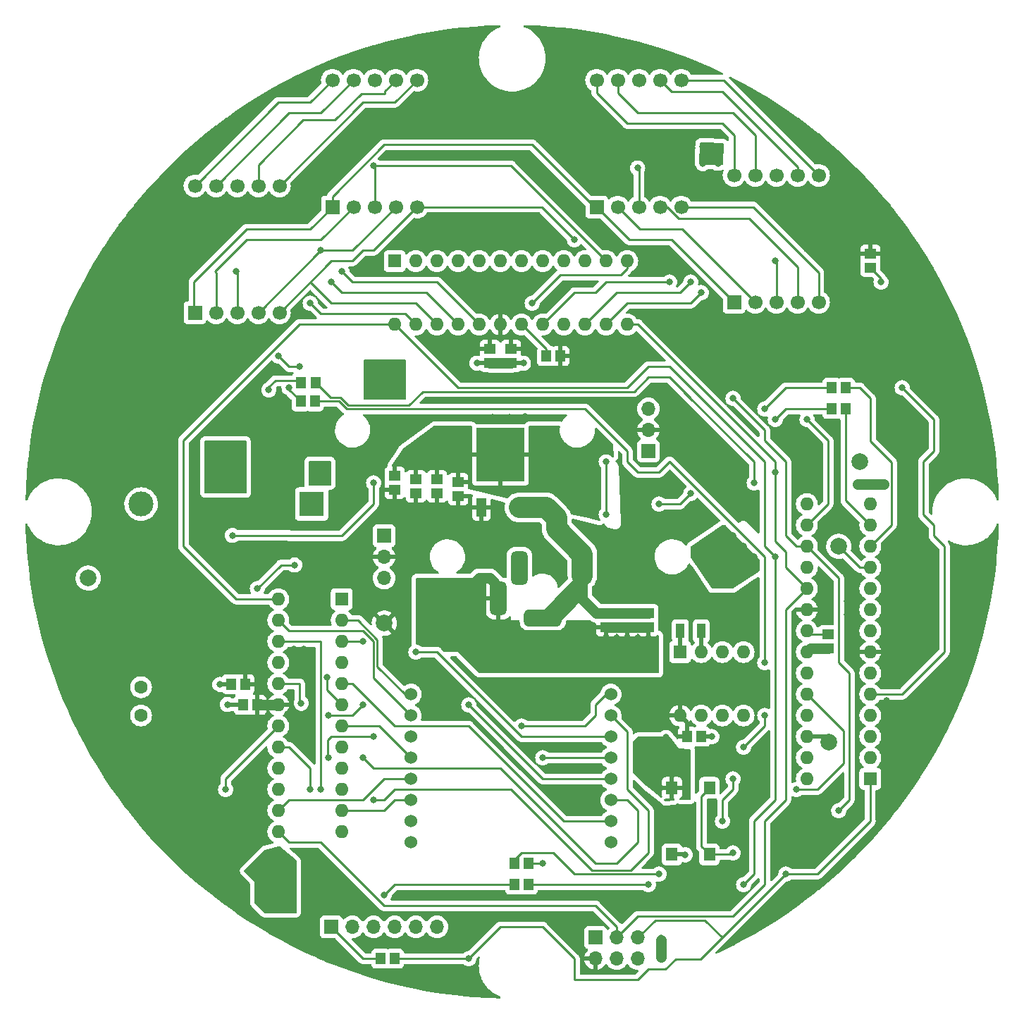
<source format=gbr>
%TF.GenerationSoftware,KiCad,Pcbnew,(6.0.5-0)*%
%TF.CreationDate,2022-07-19T01:27:05-07:00*%
%TF.ProjectId,clock_design,636c6f63-6b5f-4646-9573-69676e2e6b69,rev?*%
%TF.SameCoordinates,PX56c8cc0PY97a25c0*%
%TF.FileFunction,Copper,L2,Bot*%
%TF.FilePolarity,Positive*%
%FSLAX46Y46*%
G04 Gerber Fmt 4.6, Leading zero omitted, Abs format (unit mm)*
G04 Created by KiCad (PCBNEW (6.0.5-0)) date 2022-07-19 01:27:05*
%MOMM*%
%LPD*%
G01*
G04 APERTURE LIST*
G04 Aperture macros list*
%AMRoundRect*
0 Rectangle with rounded corners*
0 $1 Rounding radius*
0 $2 $3 $4 $5 $6 $7 $8 $9 X,Y pos of 4 corners*
0 Add a 4 corners polygon primitive as box body*
4,1,4,$2,$3,$4,$5,$6,$7,$8,$9,$2,$3,0*
0 Add four circle primitives for the rounded corners*
1,1,$1+$1,$2,$3*
1,1,$1+$1,$4,$5*
1,1,$1+$1,$6,$7*
1,1,$1+$1,$8,$9*
0 Add four rect primitives between the rounded corners*
20,1,$1+$1,$2,$3,$4,$5,0*
20,1,$1+$1,$4,$5,$6,$7,0*
20,1,$1+$1,$6,$7,$8,$9,0*
20,1,$1+$1,$8,$9,$2,$3,0*%
G04 Aperture macros list end*
%TA.AperFunction,ComponentPad*%
%ADD10C,2.000000*%
%TD*%
%TA.AperFunction,ComponentPad*%
%ADD11C,1.524000*%
%TD*%
%TA.AperFunction,SMDPad,CuDef*%
%ADD12R,1.150000X1.400000*%
%TD*%
%TA.AperFunction,ComponentPad*%
%ADD13R,1.700000X1.700000*%
%TD*%
%TA.AperFunction,ComponentPad*%
%ADD14C,1.700000*%
%TD*%
%TA.AperFunction,SMDPad,CuDef*%
%ADD15R,1.400000X1.150000*%
%TD*%
%TA.AperFunction,ComponentPad*%
%ADD16O,1.700000X1.700000*%
%TD*%
%TA.AperFunction,ComponentPad*%
%ADD17R,1.600000X1.600000*%
%TD*%
%TA.AperFunction,ComponentPad*%
%ADD18O,1.600000X1.600000*%
%TD*%
%TA.AperFunction,ComponentPad*%
%ADD19RoundRect,0.500000X-1.750000X-0.500000X1.750000X-0.500000X1.750000X0.500000X-1.750000X0.500000X0*%
%TD*%
%TA.AperFunction,ComponentPad*%
%ADD20RoundRect,0.500000X0.500000X-1.500000X0.500000X1.500000X-0.500000X1.500000X-0.500000X-1.500000X0*%
%TD*%
%TA.AperFunction,SMDPad,CuDef*%
%ADD21R,1.000000X1.800000*%
%TD*%
%TA.AperFunction,SMDPad,CuDef*%
%ADD22R,1.400000X1.600000*%
%TD*%
%TA.AperFunction,ComponentPad*%
%ADD23C,1.600000*%
%TD*%
%TA.AperFunction,ComponentPad*%
%ADD24R,3.000000X3.000000*%
%TD*%
%TA.AperFunction,ComponentPad*%
%ADD25C,3.000000*%
%TD*%
%TA.AperFunction,SMDPad,CuDef*%
%ADD26R,1.200000X2.200000*%
%TD*%
%TA.AperFunction,SMDPad,CuDef*%
%ADD27R,5.800000X6.400000*%
%TD*%
%TA.AperFunction,ViaPad*%
%ADD28C,0.800000*%
%TD*%
%TA.AperFunction,Conductor*%
%ADD29C,0.254000*%
%TD*%
%TA.AperFunction,Conductor*%
%ADD30C,0.508000*%
%TD*%
%TA.AperFunction,Conductor*%
%ADD31C,1.270000*%
%TD*%
%TA.AperFunction,Conductor*%
%ADD32C,0.250000*%
%TD*%
%TA.AperFunction,Conductor*%
%ADD33C,2.540000*%
%TD*%
G04 APERTURE END LIST*
D10*
%TO.P,TP25,1,1*%
%TO.N,EXTRA_1*%
X97039527Y31346340D03*
%TD*%
%TO.P,TP24,1,1*%
%TO.N,GND*%
X8060000Y51050000D03*
%TD*%
%TO.P,TP23,1,1*%
%TO.N,PP5V0*%
X43637154Y45628795D03*
%TD*%
%TO.P,TP22,1,1*%
%TO.N,PP12V0*%
X66113470Y48898535D03*
%TD*%
D11*
%TO.P,D3,1,R5*%
%TO.N,MATRIX_ROW_5*%
X70860000Y19300000D03*
%TO.P,D3,2,R7*%
%TO.N,MATRIX_ROW_7*%
X70860000Y21840000D03*
%TO.P,D3,3,C2*%
%TO.N,MATRIX_COL_2*%
X70860000Y24380000D03*
%TO.P,D3,4,C3*%
%TO.N,MATRIX_COL_3*%
X70860000Y26920000D03*
%TO.P,D3,5,R8*%
%TO.N,MATRIX_ROW_8*%
X70860000Y29460000D03*
%TO.P,D3,6,C5*%
%TO.N,MATRIX_COL_5*%
X70860000Y32000000D03*
%TO.P,D3,7,R6*%
%TO.N,MATRIX_ROW_6*%
X70860000Y34540000D03*
%TO.P,D3,8,R3*%
%TO.N,MATRIX_ROW_3*%
X70860000Y37080000D03*
%TO.P,D3,9,R1*%
%TO.N,MATRIX_ROW_1*%
X46860000Y37080000D03*
%TO.P,D3,10,C4*%
%TO.N,MATRIX_COL_4*%
X46860000Y34540000D03*
%TO.P,D3,11,C6*%
%TO.N,MATRIX_COL_6*%
X46860000Y32000000D03*
%TO.P,D3,12,R4*%
%TO.N,MATRIX_ROW_4*%
X46860000Y29460000D03*
%TO.P,D3,13,C1*%
%TO.N,MATRIX_COL_1*%
X46860000Y26920000D03*
%TO.P,D3,14,R2*%
%TO.N,MATRIX_ROW_2*%
X46860000Y24380000D03*
%TO.P,D3,15,C7*%
%TO.N,MATRIX_COL_7*%
X46860000Y21840000D03*
%TO.P,D3,16,C8*%
%TO.N,MATRIX_COL_8*%
X46860000Y19300000D03*
%TD*%
D12*
%TO.P,R4,1*%
%TO.N,DEBUG_LED_1*%
X35282042Y72292455D03*
%TO.P,R4,2*%
%TO.N,Net-(D2-Pad2)*%
X33582042Y72292455D03*
%TD*%
D13*
%TO.P,U6,1,E*%
%TO.N,SEG_E*%
X20887000Y82927000D03*
D14*
%TO.P,U6,2,D*%
%TO.N,SEG_D*%
X23427000Y82927000D03*
%TO.P,U6,3,CC*%
%TO.N,DIG_0_L*%
X25967000Y82927000D03*
%TO.P,U6,4,C*%
%TO.N,SEG_C*%
X28507000Y82927000D03*
%TO.P,U6,5,DP*%
%TO.N,SEG_DP*%
X31047000Y82927000D03*
%TO.P,U6,6,B*%
%TO.N,SEG_B*%
X31047000Y98167000D03*
%TO.P,U6,7,A*%
%TO.N,SEG_A*%
X28507000Y98167000D03*
%TO.P,U6,8,CC*%
%TO.N,DIG_0_L*%
X25967000Y98167000D03*
%TO.P,U6,9,F*%
%TO.N,SEG_F*%
X23427000Y98167000D03*
%TO.P,U6,10,G*%
%TO.N,SEG_G*%
X20887000Y98167000D03*
%TD*%
D13*
%TO.P,U8,1,E*%
%TO.N,SEG_E*%
X37397000Y95627000D03*
D14*
%TO.P,U8,2,D*%
%TO.N,SEG_D*%
X39937000Y95627000D03*
%TO.P,U8,3,CC*%
%TO.N,DIG_1_L*%
X42477000Y95627000D03*
%TO.P,U8,4,C*%
%TO.N,SEG_C*%
X45017000Y95627000D03*
%TO.P,U8,5,DP*%
%TO.N,SEG_DP*%
X47557000Y95627000D03*
%TO.P,U8,6,B*%
%TO.N,SEG_B*%
X47557000Y110867000D03*
%TO.P,U8,7,A*%
%TO.N,SEG_A*%
X45017000Y110867000D03*
%TO.P,U8,8,CC*%
%TO.N,DIG_1_L*%
X42477000Y110867000D03*
%TO.P,U8,9,F*%
%TO.N,SEG_F*%
X39937000Y110867000D03*
%TO.P,U8,10,G*%
%TO.N,SEG_G*%
X37397000Y110867000D03*
%TD*%
D12*
%TO.P,R2,1*%
%TO.N,DEBUG_LED_0*%
X35362450Y74543881D03*
%TO.P,R2,2*%
%TO.N,Net-(D1-Pad2)*%
X33662450Y74543881D03*
%TD*%
D10*
%TO.P,TP2,1,1*%
%TO.N,DEBUG_LED_0*%
X100770000Y65020000D03*
%TD*%
D15*
%TO.P,R14,1*%
%TO.N,PP5V0*%
X102040000Y90000000D03*
%TO.P,R14,2*%
%TO.N,BUTTON_MINUTES_L*%
X102040000Y88300000D03*
%TD*%
%TO.P,C1,1*%
%TO.N,Net-(C1-Pad1)*%
X96960000Y44280000D03*
%TO.P,C1,2*%
%TO.N,GND*%
X96960000Y42580000D03*
%TD*%
D13*
%TO.P,J3,1,Pin_1*%
%TO.N,GND*%
X75370000Y66305000D03*
D16*
%TO.P,J3,2,Pin_2*%
%TO.N,PP5V0*%
X75370000Y68845000D03*
%TO.P,J3,3,Pin_3*%
%TO.N,Net-(J3-Pad3)*%
X75370000Y71385000D03*
%TD*%
D17*
%TO.P,U1,1,~{RESET}/PC6*%
%TO.N,RESET_L*%
X102030000Y26930000D03*
D18*
%TO.P,U1,2,PD0*%
%TO.N,UART_RX*%
X102030000Y29470000D03*
%TO.P,U1,3,PD1*%
%TO.N,UART_TX*%
X102030000Y32010000D03*
%TO.P,U1,4,PD2*%
%TO.N,BUTTON_HOURS_L*%
X102030000Y34550000D03*
%TO.P,U1,5,PD3*%
%TO.N,BUTTON_MINUTES_L*%
X102030000Y37090000D03*
%TO.P,U1,6,PD4*%
%TO.N,DEBUG_LED_1*%
X102030000Y39630000D03*
%TO.P,U1,7,VCC*%
%TO.N,PP5V0*%
X102030000Y42170000D03*
%TO.P,U1,8,GND*%
%TO.N,GND*%
X102030000Y44710000D03*
%TO.P,U1,9,XTAL1/PB6*%
%TO.N,Net-(C6-Pad1)*%
X102030000Y47250000D03*
%TO.P,U1,10,XTAL2/PB7*%
%TO.N,Net-(C7-Pad1)*%
X102030000Y49790000D03*
%TO.P,U1,11,PD5*%
%TO.N,EXTRA_0*%
X102030000Y52330000D03*
%TO.P,U1,12,PD6*%
%TO.N,MOTOR_CONTROL_LEFT*%
X102030000Y54870000D03*
%TO.P,U1,13,PD7*%
%TO.N,MOTOR_CONTROL_RIGHT*%
X102030000Y57410000D03*
%TO.P,U1,14,PB0*%
%TO.N,DEBUG_LED_0*%
X102030000Y59950000D03*
%TO.P,U1,15,PB1*%
%TO.N,SPI_MATRIX_SS_L*%
X94410000Y59950000D03*
%TO.P,U1,16,PB2*%
%TO.N,SPI_DIG_DISPLAY_SS_L*%
X94410000Y57410000D03*
%TO.P,U1,17,PB3*%
%TO.N,SPI_MOSI*%
X94410000Y54870000D03*
%TO.P,U1,18,PB4*%
%TO.N,SPI_MISO*%
X94410000Y52330000D03*
%TO.P,U1,19,PB5*%
%TO.N,SPI_SCLK*%
X94410000Y49790000D03*
%TO.P,U1,20,AVCC*%
%TO.N,PP5V0*%
X94410000Y47250000D03*
%TO.P,U1,21,AREF*%
%TO.N,Net-(C1-Pad1)*%
X94410000Y44710000D03*
%TO.P,U1,22,GND*%
%TO.N,GND*%
X94410000Y42170000D03*
%TO.P,U1,23,PC0*%
%TO.N,BUTTON_MODE_L*%
X94410000Y39630000D03*
%TO.P,U1,24,PC1*%
%TO.N,BUTTON_MATRIX_L*%
X94410000Y37090000D03*
%TO.P,U1,25,PC2*%
%TO.N,ADC_0*%
X94410000Y34550000D03*
%TO.P,U1,26,PC3*%
%TO.N,EXTRA_1*%
X94410000Y32010000D03*
%TO.P,U1,27,PC4*%
%TO.N,I2C_SDA*%
X94410000Y29470000D03*
%TO.P,U1,28,PC5*%
%TO.N,I2C_SCL*%
X94410000Y26930000D03*
%TD*%
D12*
%TO.P,R22,1*%
%TO.N,MOTOR_CONTROL_LEFT*%
X99080000Y73910000D03*
%TO.P,R22,2*%
%TO.N,Net-(J3-Pad3)*%
X97380000Y73910000D03*
%TD*%
D13*
%TO.P,U9,1,E*%
%TO.N,SEG_E*%
X85657000Y84197000D03*
D14*
%TO.P,U9,2,D*%
%TO.N,SEG_D*%
X88197000Y84197000D03*
%TO.P,U9,3,CC*%
%TO.N,DIG_3_L*%
X90737000Y84197000D03*
%TO.P,U9,4,C*%
%TO.N,SEG_C*%
X93277000Y84197000D03*
%TO.P,U9,5,DP*%
%TO.N,SEG_DP*%
X95817000Y84197000D03*
%TO.P,U9,6,B*%
%TO.N,SEG_B*%
X95817000Y99437000D03*
%TO.P,U9,7,A*%
%TO.N,SEG_A*%
X93277000Y99437000D03*
%TO.P,U9,8,CC*%
%TO.N,DIG_3_L*%
X90737000Y99437000D03*
%TO.P,U9,9,F*%
%TO.N,SEG_F*%
X88197000Y99437000D03*
%TO.P,U9,10,G*%
%TO.N,SEG_G*%
X85657000Y99437000D03*
%TD*%
D10*
%TO.P,TP1,1,1*%
%TO.N,EXTRA_0*%
X98230000Y54860000D03*
%TD*%
D13*
%TO.P,U7,1,E*%
%TO.N,SEG_E*%
X69147000Y95627000D03*
D14*
%TO.P,U7,2,D*%
%TO.N,SEG_D*%
X71687000Y95627000D03*
%TO.P,U7,3,CC*%
%TO.N,DIG_2_L*%
X74227000Y95627000D03*
%TO.P,U7,4,C*%
%TO.N,SEG_C*%
X76767000Y95627000D03*
%TO.P,U7,5,DP*%
%TO.N,SEG_DP*%
X79307000Y95627000D03*
%TO.P,U7,6,B*%
%TO.N,SEG_B*%
X79307000Y110867000D03*
%TO.P,U7,7,A*%
%TO.N,SEG_A*%
X76767000Y110867000D03*
%TO.P,U7,8,CC*%
%TO.N,DIG_2_L*%
X74227000Y110867000D03*
%TO.P,U7,9,F*%
%TO.N,SEG_F*%
X71687000Y110867000D03*
%TO.P,U7,10,G*%
%TO.N,SEG_G*%
X69147000Y110867000D03*
%TD*%
D13*
%TO.P,J4,1,Pin_1*%
%TO.N,GND*%
X43620000Y56115000D03*
D16*
%TO.P,J4,2,Pin_2*%
%TO.N,PP5V0*%
X43620000Y53575000D03*
%TO.P,J4,3,Pin_3*%
%TO.N,Net-(J4-Pad3)*%
X43620000Y51035000D03*
%TD*%
D12*
%TO.P,R23,1*%
%TO.N,MOTOR_CONTROL_RIGHT*%
X99080000Y71370000D03*
%TO.P,R23,2*%
%TO.N,Net-(J4-Pad3)*%
X97380000Y71370000D03*
%TD*%
D17*
%TO.P,U5,1,DIN*%
%TO.N,SPI_MOSI*%
X38530000Y48515000D03*
D18*
%TO.P,U5,2,DIG_0*%
%TO.N,MATRIX_ROW_1*%
X38530000Y45975000D03*
%TO.P,U5,3,DIG_4*%
%TO.N,MATRIX_ROW_5*%
X38530000Y43435000D03*
%TO.P,U5,4,GND*%
%TO.N,GND*%
X38530000Y40895000D03*
%TO.P,U5,5,DIG_6*%
%TO.N,MATRIX_ROW_7*%
X38530000Y38355000D03*
%TO.P,U5,6,DIG_2*%
%TO.N,MATRIX_ROW_3*%
X38530000Y35815000D03*
%TO.P,U5,7,DIG_3*%
%TO.N,MATRIX_ROW_4*%
X38530000Y33275000D03*
%TO.P,U5,8,DIG_7*%
%TO.N,MATRIX_ROW_8*%
X38530000Y30735000D03*
%TO.P,U5,9,GND*%
%TO.N,GND*%
X38530000Y28195000D03*
%TO.P,U5,10,DIG_5*%
%TO.N,MATRIX_ROW_6*%
X38530000Y25655000D03*
%TO.P,U5,11,DIG_1*%
%TO.N,MATRIX_ROW_2*%
X38530000Y23115000D03*
%TO.P,U5,12,LOAD*%
%TO.N,SPI_MATRIX_SS_L*%
X38530000Y20575000D03*
%TO.P,U5,13,CLK*%
%TO.N,SPI_SCLK*%
X30910000Y20575000D03*
%TO.P,U5,14,SEG_A*%
%TO.N,MATRIX_COL_1*%
X30910000Y23115000D03*
%TO.P,U5,15,SEG_F*%
%TO.N,MATRIX_COL_6*%
X30910000Y25655000D03*
%TO.P,U5,16,SEG_B*%
%TO.N,MATRIX_COL_2*%
X30910000Y28195000D03*
%TO.P,U5,17,SEG_G*%
%TO.N,MATRIX_COL_7*%
X30910000Y30735000D03*
%TO.P,U5,18,ISET*%
%TO.N,Net-(R18-Pad2)*%
X30910000Y33275000D03*
%TO.P,U5,19,V+*%
%TO.N,PP5V0*%
X30910000Y35815000D03*
%TO.P,U5,20,SEG_C*%
%TO.N,MATRIX_COL_3*%
X30910000Y38355000D03*
%TO.P,U5,21,SEG_E*%
%TO.N,MATRIX_COL_5*%
X30910000Y40895000D03*
%TO.P,U5,22,SEG_DP*%
%TO.N,MATRIX_COL_8*%
X30910000Y43435000D03*
%TO.P,U5,23,SEG_D*%
%TO.N,MATRIX_COL_4*%
X30910000Y45975000D03*
%TO.P,U5,24,DOUT*%
%TO.N,SPI_MISO*%
X30910000Y48515000D03*
%TD*%
D19*
%TO.P,J1,1,POLE*%
%TO.N,PP12V0*%
X62670000Y46280000D03*
D20*
%TO.P,J1,2,OUT*%
%TO.N,GND*%
X57370000Y48580000D03*
%TO.P,J1,3,OUT*%
%TO.N,unconnected-(J1-Pad3)*%
X59870000Y52280000D03*
%TD*%
D21*
%TO.P,Y2,1,1*%
%TO.N,Net-(U3-Pad2)*%
X81700000Y44700000D03*
%TO.P,Y2,2,2*%
%TO.N,Net-(U3-Pad1)*%
X79200000Y44700000D03*
%TD*%
D12*
%TO.P,R7,1*%
%TO.N,UART_RX*%
X59280000Y16760000D03*
%TO.P,R7,2*%
%TO.N,Net-(J2-Pad2)*%
X60980000Y16760000D03*
%TD*%
D22*
%TO.P,SW1,1,A*%
%TO.N,GND*%
X78200000Y25840000D03*
%TO.P,SW1,2,A*%
X78200000Y17840000D03*
%TO.P,SW1,3,B*%
%TO.N,RESET_L*%
X82700000Y25840000D03*
%TO.P,SW1,4,B*%
X82700000Y17840000D03*
%TD*%
D15*
%TO.P,C5,1*%
%TO.N,PP12V0*%
X72830000Y46820000D03*
%TO.P,C5,2*%
%TO.N,GND*%
X72830000Y45120000D03*
%TD*%
D12*
%TO.P,C9,1*%
%TO.N,PP5V0*%
X80020000Y32000000D03*
%TO.P,C9,2*%
%TO.N,GND*%
X81720000Y32000000D03*
%TD*%
D13*
%TO.P,J5,1,Pin_1*%
%TO.N,SPI_MISO*%
X69020000Y7870000D03*
D16*
%TO.P,J5,2,Pin_2*%
%TO.N,PP5V0*%
X69020000Y5330000D03*
%TO.P,J5,3,Pin_3*%
%TO.N,SPI_SCLK*%
X71560000Y7870000D03*
%TO.P,J5,4,Pin_4*%
%TO.N,SPI_MOSI*%
X71560000Y5330000D03*
%TO.P,J5,5,Pin_5*%
%TO.N,RESET_L*%
X74100000Y7870000D03*
%TO.P,J5,6,Pin_6*%
%TO.N,GND*%
X74100000Y5330000D03*
%TD*%
D12*
%TO.P,R16,1*%
%TO.N,PP5V0*%
X64790000Y77720000D03*
%TO.P,R16,2*%
%TO.N,Net-(R16-Pad2)*%
X63090000Y77720000D03*
%TD*%
D23*
%TO.P,R6,2*%
%TO.N,GND*%
X14410000Y37940000D03*
%TO.P,R6,1*%
%TO.N,ADC_0*%
X14410000Y34540000D03*
%TD*%
D15*
%TO.P,C4,1*%
%TO.N,PP12V0*%
X70290000Y46820000D03*
%TO.P,C4,2*%
%TO.N,GND*%
X70290000Y45120000D03*
%TD*%
D17*
%TO.P,U4,1,DIN*%
%TO.N,SPI_MOSI*%
X44885000Y89140000D03*
D18*
%TO.P,U4,2,DIG_0*%
%TO.N,DIG_0_L*%
X47425000Y89140000D03*
%TO.P,U4,3,DIG_4*%
%TO.N,unconnected-(U4-Pad3)*%
X49965000Y89140000D03*
%TO.P,U4,4,GND*%
%TO.N,GND*%
X52505000Y89140000D03*
%TO.P,U4,5,DIG_6*%
%TO.N,unconnected-(U4-Pad5)*%
X55045000Y89140000D03*
%TO.P,U4,6,DIG_2*%
%TO.N,DIG_2_L*%
X57585000Y89140000D03*
%TO.P,U4,7,DIG_3*%
%TO.N,DIG_3_L*%
X60125000Y89140000D03*
%TO.P,U4,8,DIG_7*%
%TO.N,unconnected-(U4-Pad8)*%
X62665000Y89140000D03*
%TO.P,U4,9,GND*%
%TO.N,GND*%
X65205000Y89140000D03*
%TO.P,U4,10,DIG_5*%
%TO.N,unconnected-(U4-Pad10)*%
X67745000Y89140000D03*
%TO.P,U4,11,DIG_1*%
%TO.N,DIG_1_L*%
X70285000Y89140000D03*
%TO.P,U4,12,LOAD*%
%TO.N,SPI_DIG_DISPLAY_SS_L*%
X72825000Y89140000D03*
%TO.P,U4,13,CLK*%
%TO.N,SPI_SCLK*%
X72825000Y81520000D03*
%TO.P,U4,14,SEG_A*%
%TO.N,SEG_A*%
X70285000Y81520000D03*
%TO.P,U4,15,SEG_F*%
%TO.N,SEG_F*%
X67745000Y81520000D03*
%TO.P,U4,16,SEG_B*%
%TO.N,SEG_B*%
X65205000Y81520000D03*
%TO.P,U4,17,SEG_G*%
%TO.N,SEG_G*%
X62665000Y81520000D03*
%TO.P,U4,18,ISET*%
%TO.N,Net-(R16-Pad2)*%
X60125000Y81520000D03*
%TO.P,U4,19,V+*%
%TO.N,PP5V0*%
X57585000Y81520000D03*
%TO.P,U4,20,SEG_C*%
%TO.N,SEG_C*%
X55045000Y81520000D03*
%TO.P,U4,21,SEG_E*%
%TO.N,SEG_E*%
X52505000Y81520000D03*
%TO.P,U4,22,SEG_DP*%
%TO.N,SEG_DP*%
X49965000Y81520000D03*
%TO.P,U4,23,SEG_D*%
%TO.N,SEG_D*%
X47425000Y81520000D03*
%TO.P,U4,24,DOUT*%
%TO.N,SPI_MISO*%
X44885000Y81520000D03*
%TD*%
D15*
%TO.P,C11,1*%
%TO.N,PP5V0*%
X52510000Y60871742D03*
%TO.P,C11,2*%
%TO.N,GND*%
X52510000Y62571742D03*
%TD*%
D17*
%TO.P,U3,1,X1*%
%TO.N,Net-(U3-Pad1)*%
X79180000Y42160000D03*
D18*
%TO.P,U3,2,X2*%
%TO.N,Net-(U3-Pad2)*%
X81720000Y42160000D03*
%TO.P,U3,3,VBAT*%
%TO.N,Net-(BT1-Pad1)*%
X84260000Y42160000D03*
%TO.P,U3,4,GND*%
%TO.N,GND*%
X86800000Y42160000D03*
%TO.P,U3,5,SDA*%
%TO.N,I2C_SDA*%
X86800000Y34540000D03*
%TO.P,U3,6,SCL*%
%TO.N,I2C_SCL*%
X84260000Y34540000D03*
%TO.P,U3,7,SQW/OUT*%
%TO.N,Net-(R1-Pad1)*%
X81720000Y34540000D03*
%TO.P,U3,8,VCC*%
%TO.N,PP5V0*%
X79180000Y34540000D03*
%TD*%
D12*
%TO.P,C17,1*%
%TO.N,PP5V0*%
X28380000Y35810000D03*
%TO.P,C17,2*%
%TO.N,GND*%
X26680000Y35810000D03*
%TD*%
D24*
%TO.P,BT1,1,+*%
%TO.N,Net-(BT1-Pad1)*%
X34913686Y59939983D03*
D25*
%TO.P,BT1,2,-*%
%TO.N,GND*%
X14423686Y59939983D03*
%TD*%
D15*
%TO.P,C16,1*%
%TO.N,PP5V0*%
X56320000Y78570000D03*
%TO.P,C16,2*%
%TO.N,GND*%
X56320000Y76870000D03*
%TD*%
D12*
%TO.P,R8,1*%
%TO.N,UART_TX*%
X60980000Y14220000D03*
%TO.P,R8,2*%
%TO.N,Net-(J2-Pad3)*%
X59280000Y14220000D03*
%TD*%
D15*
%TO.P,C24,1*%
%TO.N,PP5V0*%
X47430000Y61210000D03*
%TO.P,C24,2*%
%TO.N,GND*%
X47430000Y62910000D03*
%TD*%
%TO.P,C23,1*%
%TO.N,PP5V0*%
X58860000Y78570000D03*
%TO.P,C23,2*%
%TO.N,GND*%
X58860000Y76870000D03*
%TD*%
D12*
%TO.P,C22,1*%
%TO.N,PP5V0*%
X26923836Y38294517D03*
%TO.P,C22,2*%
%TO.N,GND*%
X25223836Y38294517D03*
%TD*%
D15*
%TO.P,C10,1*%
%TO.N,PP5V0*%
X49970000Y61210000D03*
%TO.P,C10,2*%
%TO.N,GND*%
X49970000Y62910000D03*
%TD*%
%TO.P,C8,1*%
%TO.N,PP12V0*%
X75370000Y46820000D03*
%TO.P,C8,2*%
%TO.N,GND*%
X75370000Y45120000D03*
%TD*%
D13*
%TO.P,J2,1,Pin_1*%
%TO.N,Net-(C13-Pad2)*%
X37270000Y9140000D03*
D16*
%TO.P,J2,2,Pin_2*%
%TO.N,Net-(J2-Pad2)*%
X39810000Y9140000D03*
%TO.P,J2,3,Pin_3*%
%TO.N,Net-(J2-Pad3)*%
X42350000Y9140000D03*
%TO.P,J2,4,Pin_4*%
%TO.N,unconnected-(J2-Pad4)*%
X44890000Y9140000D03*
%TO.P,J2,5,Pin_5*%
%TO.N,GND*%
X47430000Y9140000D03*
%TO.P,J2,6,Pin_6*%
X49970000Y9140000D03*
%TD*%
D26*
%TO.P,U2,1,IN*%
%TO.N,PP12V0*%
X59870000Y59550000D03*
D27*
%TO.P,U2,2,GND*%
%TO.N,GND*%
X57590000Y65850000D03*
D26*
%TO.P,U2,3,OUT*%
%TO.N,PP5V0*%
X55310000Y59550000D03*
%TD*%
D15*
%TO.P,R3,1*%
%TO.N,PP5V0*%
X44890000Y61630000D03*
%TO.P,R3,2*%
%TO.N,GND*%
X44890000Y63330000D03*
%TD*%
D12*
%TO.P,C13,1*%
%TO.N,RESET_L*%
X44890000Y5330000D03*
%TO.P,C13,2*%
%TO.N,Net-(C13-Pad2)*%
X43190000Y5330000D03*
%TD*%
D28*
%TO.N,PP5V0*%
X99272795Y46656035D03*
X99251939Y48241084D03*
X97145492Y46760315D03*
X97082924Y48303652D03*
%TO.N,GND*%
X36659527Y62726094D03*
X35073589Y62726094D03*
X36550152Y64558126D03*
X35100932Y64585470D03*
X83708857Y100874597D03*
X81914495Y100847816D03*
X83608542Y102875938D03*
X81902788Y102918581D03*
%TO.N,PP5V0*%
X62670000Y12950000D03*
X67750000Y12950000D03*
X65210000Y12950000D03*
X60130000Y10410000D03*
X62670000Y10410000D03*
X65210000Y10410000D03*
X67750000Y10410000D03*
X89318192Y26571418D03*
X24362404Y51658478D03*
X23414865Y52678905D03*
X22394438Y53662888D03*
X21519786Y54573984D03*
X19624707Y52824680D03*
X20572247Y51950029D03*
X22831764Y49617624D03*
X21665561Y50856714D03*
X32741066Y42471422D03*
X56337181Y37600346D03*
X55245580Y38652493D03*
X52957162Y37508284D03*
X51839256Y38481519D03*
X81188146Y63365344D03*
X79031183Y62272090D03*
X77908381Y63247155D03*
X60596866Y72439281D03*
X58588393Y72439281D03*
X56698065Y72439281D03*
X60549608Y70430808D03*
X58659280Y70407179D03*
X56674436Y70336291D03*
X71560000Y75180000D03*
X69808161Y75142627D03*
X71679253Y72141083D03*
X69808161Y72180064D03*
X100770000Y77720000D03*
X33873931Y46087877D03*
X32784637Y46109663D03*
X33961075Y42514994D03*
%TO.N,GND*%
X103592995Y62365835D03*
X100480648Y62350089D03*
X76887071Y7777349D03*
X76923320Y5526146D03*
X44890000Y76450000D03*
X43620000Y76450000D03*
X42350000Y76450000D03*
X44945079Y72939281D03*
X43637345Y72997402D03*
X42300551Y72968342D03*
X23300000Y62480000D03*
X23300000Y63750000D03*
X23300000Y65020000D03*
X23300000Y66290000D03*
X25840000Y62480000D03*
X25840000Y63750000D03*
X25840000Y65020000D03*
X25840000Y66290000D03*
X32190000Y11680000D03*
X29650000Y11680000D03*
X31755598Y14203399D03*
X29569518Y14351607D03*
X28380000Y15490000D03*
X31570337Y16982314D03*
X30421719Y18056828D03*
X77470304Y31902522D03*
X76371065Y30876566D03*
X75235186Y30070457D03*
X74209229Y29007860D03*
X77616869Y29007860D03*
X76640000Y28190000D03*
X76004653Y27285719D03*
X67750000Y40890000D03*
X65210000Y40890000D03*
X63940000Y43430000D03*
X66480000Y43430000D03*
X69020000Y43430000D03*
X53780000Y45970000D03*
X52510000Y45970000D03*
X60852724Y40560522D03*
X57590000Y42160000D03*
X55050000Y42160000D03*
X58860000Y42160000D03*
%TO.N,MATRIX_COL_6*%
X42350000Y32000000D03*
X36955220Y29460000D03*
%TO.N,SEG_DP*%
X66480000Y91690000D03*
%TO.N,PP5V0*%
X86426157Y40217882D03*
X84503153Y40180543D03*
%TO.N,GND*%
X79794238Y17802245D03*
X82990000Y32000000D03*
X76822192Y25824827D03*
X67750000Y66290000D03*
X70290000Y66290000D03*
X62670000Y65020000D03*
X65210000Y65020000D03*
X88070000Y53590000D03*
X86800000Y54860000D03*
X85530000Y56130000D03*
X59968665Y41528777D03*
X56320000Y42160000D03*
X53780000Y42160000D03*
X72830000Y40890000D03*
X70290000Y40890000D03*
X48700000Y45970000D03*
X51240000Y45970000D03*
X49970000Y45970000D03*
X69020000Y59940000D03*
X66480000Y59940000D03*
X81720000Y53590000D03*
X82990000Y52320000D03*
X84260000Y51050000D03*
X75370000Y43903316D03*
X72814096Y43968444D03*
X70271067Y43933608D03*
X60351955Y76863451D03*
X54770371Y76863451D03*
%TO.N,BUTTON_HOURS_L*%
X30920000Y77720000D03*
X33460000Y76450000D03*
X70290000Y65020000D03*
X70290000Y58670000D03*
%TO.N,PP5V0*%
X15680000Y84070000D03*
%TO.N,GND*%
X49970000Y67560000D03*
X52510000Y68830000D03*
X51240000Y68830000D03*
X52510000Y67560000D03*
X51240000Y67560000D03*
X51240000Y66290000D03*
X51240000Y65020000D03*
X49970000Y65020000D03*
X48700000Y65020000D03*
X47430000Y65020000D03*
X52510000Y65020000D03*
X52510000Y66290000D03*
X49970000Y66290000D03*
X48700000Y66290000D03*
X47430000Y66290000D03*
X24790097Y35848890D03*
X23889698Y38269965D03*
%TO.N,PP5V0*%
X103982215Y36348767D03*
X103735913Y38483378D03*
X31994405Y34730595D03*
X32980683Y34730595D03*
X11870000Y43430000D03*
X48700000Y4060000D03*
X23300000Y20570000D03*
X19910000Y23960000D03*
X20760000Y29460000D03*
%TO.N,BUTTON_MINUTES_L*%
X103310000Y86610000D03*
X105850000Y73910000D03*
%TO.N,DEBUG_LED_1*%
X89340000Y40890000D03*
%TO.N,DEBUG_LED_0*%
X88070000Y62480000D03*
%TO.N,Net-(D1-Pad2)*%
X29768373Y73659392D03*
%TO.N,Net-(D2-Pad2)*%
X32190000Y73910000D03*
%TO.N,MATRIX_COL_3*%
X33658638Y36008638D03*
X36915702Y34548616D03*
X41080000Y35810000D03*
X53780000Y35810000D03*
%TO.N,ADC_0*%
X89340000Y34540000D03*
X86800000Y30730000D03*
%TO.N,SPI_DIG_DISPLAY_SS_L*%
X61400000Y84070000D03*
X94420000Y70100000D03*
%TO.N,SPI_MATRIX_SS_L*%
X28380000Y49780000D03*
X32860842Y52614072D03*
%TO.N,Net-(J4-Pad3)*%
X76640000Y59940000D03*
X80450000Y61210000D03*
X90610000Y70100000D03*
%TO.N,Net-(J3-Pad3)*%
X89340000Y71370000D03*
%TO.N,RESET_L*%
X85530000Y18030000D03*
X91880000Y15490000D03*
X53780000Y5330000D03*
%TO.N,MATRIX_ROW_5*%
X41080000Y43430000D03*
%TO.N,MATRIX_COL_2*%
X41080000Y29460000D03*
%TO.N,MATRIX_ROW_8*%
X62670000Y29460000D03*
%TO.N,MATRIX_COL_5*%
X47430000Y42160000D03*
%TO.N,MATRIX_ROW_6*%
X42350000Y24380000D03*
%TO.N,MATRIX_ROW_3*%
X36758900Y39108900D03*
X60130000Y33270000D03*
%TO.N,MATRIX_COL_7*%
X34730000Y25650000D03*
%TO.N,MATRIX_COL_8*%
X36000000Y25650000D03*
%TO.N,Net-(J2-Pad3)*%
X43620000Y12950000D03*
%TO.N,Net-(J2-Pad2)*%
X62670000Y16760000D03*
%TO.N,SPI_MISO*%
X86800000Y14220000D03*
X90610000Y53590000D03*
%TO.N,SPI_SCLK*%
X90610000Y63750000D03*
%TO.N,SPI_MOSI*%
X98230000Y23110000D03*
X85530000Y72640000D03*
%TO.N,UART_RX*%
X76640000Y15490000D03*
%TO.N,UART_TX*%
X75370000Y14220000D03*
%TO.N,BUTTON_MODE_L*%
X25398909Y56164922D03*
X42350000Y62480000D03*
%TO.N,BUTTON_MATRIX_L*%
X85530000Y26920000D03*
X84260000Y21840000D03*
X93150000Y25650000D03*
%TO.N,Net-(R18-Pad2)*%
X24570000Y25650000D03*
%TO.N,DIG_0_L*%
X25840000Y87880000D03*
%TO.N,SEG_A*%
X81720000Y85340000D03*
%TO.N,SEG_F*%
X80450000Y86610000D03*
%TO.N,SEG_G*%
X77910000Y86610000D03*
%TO.N,DIG_2_L*%
X74071530Y100310807D03*
%TO.N,DIG_3_L*%
X90610000Y89150000D03*
%TO.N,SEG_C*%
X38540000Y87880000D03*
X36000000Y90420000D03*
%TO.N,SEG_E*%
X37270000Y86610000D03*
%TO.N,DIG_1_L*%
X42350000Y100580000D03*
%TO.N,SEG_D*%
X34730000Y84070000D03*
%TD*%
D29*
%TO.N,BUTTON_MATRIX_L*%
X93150000Y25650000D02*
X95690000Y25650000D01*
X98829922Y32670078D02*
X94410000Y37090000D01*
X95690000Y25650000D02*
X98829922Y28789922D01*
X98829922Y28789922D02*
X98829922Y32670078D01*
%TO.N,SPI_MOSI*%
X98230000Y23110000D02*
X99500000Y24380000D01*
X99500000Y24380000D02*
X99500000Y39620000D01*
X99500000Y39620000D02*
X98230000Y40890000D01*
X98230000Y40890000D02*
X98230000Y51050000D01*
X98230000Y51050000D02*
X94410000Y54870000D01*
D30*
%TO.N,EXTRA_1*%
X96960000Y32000000D02*
X94420000Y32000000D01*
X94420000Y32000000D02*
X94410000Y32010000D01*
D29*
%TO.N,SEG_G*%
X69147000Y110867000D02*
X69147000Y109343000D01*
X72830000Y105660000D02*
X84260000Y105660000D01*
X69147000Y109343000D02*
X72830000Y105660000D01*
X85657000Y104263000D02*
X85657000Y99437000D01*
X84260000Y105660000D02*
X85657000Y104263000D01*
%TO.N,SEG_F*%
X88197000Y99437000D02*
X88197000Y104263000D01*
X88197000Y104263000D02*
X85530000Y106930000D01*
X85530000Y106930000D02*
X74100000Y106930000D01*
X74100000Y106930000D02*
X71687000Y109343000D01*
X71687000Y109343000D02*
X71687000Y110867000D01*
D31*
%TO.N,PP5V0*%
X28380000Y35810000D02*
X30905000Y35810000D01*
X30905000Y35810000D02*
X30910000Y35815000D01*
D29*
%TO.N,MATRIX_ROW_3*%
X60130000Y33270000D02*
X67750000Y33270000D01*
X67750000Y33270000D02*
X69020000Y34540000D01*
X69020000Y35810000D02*
X70290000Y37080000D01*
X69020000Y34540000D02*
X69020000Y35810000D01*
X70290000Y37080000D02*
X70860000Y37080000D01*
%TO.N,MATRIX_ROW_1*%
X38530000Y45975000D02*
X40450899Y45975000D01*
X40450899Y45975000D02*
X42806720Y43619179D01*
X42806720Y43619179D02*
X42806720Y40433280D01*
X42806720Y40433280D02*
X46160000Y37080000D01*
X46160000Y37080000D02*
X46860000Y37080000D01*
%TO.N,MATRIX_COL_4*%
X30910000Y45975000D02*
X32185000Y44700000D01*
X42350000Y43430000D02*
X42350000Y39050000D01*
X32185000Y44700000D02*
X41080000Y44700000D01*
X41080000Y44700000D02*
X42350000Y43430000D01*
X42350000Y39050000D02*
X46860000Y34540000D01*
%TO.N,DEBUG_LED_0*%
X77910000Y75180000D02*
X80450000Y72640000D01*
X73643280Y73453280D02*
X75370000Y75180000D01*
X48243280Y73453280D02*
X73643280Y73453280D01*
X75370000Y75180000D02*
X77910000Y75180000D01*
%TO.N,SPI_MISO*%
X52495000Y73910000D02*
X72830000Y73910000D01*
X72830000Y73910000D02*
X75370000Y76450000D01*
X44885000Y81520000D02*
X52495000Y73910000D01*
X75370000Y76450000D02*
X77910000Y76450000D01*
X77910000Y76450000D02*
X89340000Y65020000D01*
X89340000Y65020000D02*
X89340000Y54860000D01*
X89340000Y54860000D02*
X90610000Y53590000D01*
%TO.N,SPI_MATRIX_SS_L*%
X32860842Y52614072D02*
X31214072Y52614072D01*
X31214072Y52614072D02*
X28380000Y49780000D01*
%TO.N,BUTTON_MODE_L*%
X42350000Y59940000D02*
X42350000Y62480000D01*
X25398909Y56164922D02*
X32155078Y56164922D01*
X32155078Y56164922D02*
X32190000Y56130000D01*
X32190000Y56130000D02*
X38540000Y56130000D01*
X38540000Y56130000D02*
X42350000Y59940000D01*
%TO.N,DEBUG_LED_0*%
X35362450Y74543881D02*
X37157156Y72749175D01*
X38381635Y72749175D02*
X39304090Y71826720D01*
X46616720Y71826720D02*
X48243280Y73453280D01*
X39304090Y71826720D02*
X46616720Y71826720D01*
X37157156Y72749175D02*
X38381635Y72749175D01*
X79636720Y73453280D02*
X88070000Y65020000D01*
X88070000Y65020000D02*
X88070000Y62480000D01*
%TO.N,DEBUG_LED_1*%
X35282042Y72292455D02*
X38192455Y72292455D01*
X38192455Y72292455D02*
X39114910Y71370000D01*
X39114910Y71370000D02*
X67750000Y71370000D01*
X67750000Y71370000D02*
X72830000Y66290000D01*
X72830000Y66290000D02*
X72830000Y65020000D01*
X72830000Y65020000D02*
X74100000Y63750000D01*
X74100000Y63750000D02*
X76640000Y63750000D01*
X76640000Y63750000D02*
X77910000Y65020000D01*
X77910000Y65020000D02*
X89340000Y53590000D01*
X89340000Y53590000D02*
X89340000Y40890000D01*
%TO.N,DIG_2_L*%
X74071530Y100310807D02*
X74227000Y100155337D01*
X74227000Y100155337D02*
X74227000Y95627000D01*
%TO.N,SEG_E*%
X37397000Y95627000D02*
X37397000Y96897000D01*
X37397000Y96897000D02*
X43620000Y103120000D01*
X43620000Y103120000D02*
X61400000Y103120000D01*
X61400000Y103120000D02*
X68893000Y95627000D01*
X68893000Y95627000D02*
X69147000Y95627000D01*
X20887000Y82927000D02*
X20760000Y82800000D01*
X20760000Y82800000D02*
X20760000Y86610000D01*
X20760000Y86610000D02*
X27110000Y92960000D01*
X27110000Y92960000D02*
X34730000Y92960000D01*
X34730000Y92960000D02*
X37397000Y95627000D01*
%TO.N,SEG_D*%
X23427000Y82927000D02*
X23427000Y87753000D01*
X23427000Y87753000D02*
X23300000Y87880000D01*
X27110000Y91690000D02*
X36000000Y91690000D01*
X23300000Y87880000D02*
X27110000Y91690000D01*
X36000000Y91690000D02*
X39937000Y95627000D01*
%TO.N,SEG_B*%
X31047000Y98167000D02*
X41080000Y108200000D01*
X41080000Y108200000D02*
X44890000Y108200000D01*
X44890000Y108200000D02*
X47557000Y110867000D01*
%TO.N,SEG_A*%
X43734226Y109262243D02*
X43734226Y109584226D01*
X43734226Y109584226D02*
X45017000Y110867000D01*
X33883794Y106083794D02*
X37693794Y106083794D01*
X37693794Y106083794D02*
X40872243Y109262243D01*
X40872243Y109262243D02*
X43734226Y109262243D01*
%TO.N,SEG_B*%
X47246053Y110867000D02*
X47557000Y110867000D01*
%TO.N,SEG_A*%
X28507000Y98167000D02*
X28507000Y100707000D01*
X28507000Y100707000D02*
X33883794Y106083794D01*
%TO.N,RESET_L*%
X53780000Y5330000D02*
X57590000Y9140000D01*
X57590000Y9140000D02*
X62670000Y9140000D01*
X81660611Y5270611D02*
X84260000Y7870000D01*
X66480000Y5330000D02*
X66480000Y2790000D01*
X77433770Y4060000D02*
X78644381Y5270611D01*
X66480000Y2790000D02*
X74100000Y2790000D01*
X62670000Y9140000D02*
X66480000Y5330000D01*
X74100000Y2790000D02*
X75370000Y4060000D01*
X75370000Y4060000D02*
X77433770Y4060000D01*
X78644381Y5270611D02*
X81660611Y5270611D01*
%TO.N,MATRIX_COL_8*%
X30910000Y43435000D02*
X35995000Y43435000D01*
X35995000Y43435000D02*
X36000000Y43430000D01*
X36000000Y43430000D02*
X36000000Y25650000D01*
D31*
%TO.N,GND*%
X100480648Y62350089D02*
X103617280Y62350089D01*
D32*
%TO.N,MOTOR_CONTROL_LEFT*%
X99080000Y73910000D02*
X100770000Y73910000D01*
X104580000Y57420000D02*
X102030000Y54870000D01*
X100770000Y73910000D02*
X102040000Y72640000D01*
X102040000Y72640000D02*
X102040000Y67482857D01*
X102040000Y67482857D02*
X104580000Y64942857D01*
X104580000Y64942857D02*
X104580000Y57420000D01*
D31*
%TO.N,GND*%
X76923320Y5526146D02*
X76923320Y7586680D01*
D29*
X76901526Y5504352D02*
X76923320Y5526146D01*
%TO.N,RESET_L*%
X74100000Y7870000D02*
X76183280Y9953280D01*
X76183280Y9953280D02*
X82176720Y9953280D01*
X82176720Y9953280D02*
X84260000Y7870000D01*
%TO.N,SPI_SCLK*%
X30909992Y20575004D02*
X32184996Y19300000D01*
X43620000Y11680000D02*
X69020000Y11680000D01*
X69020000Y11680000D02*
X71560000Y9140000D01*
X36000000Y19300000D02*
X43620000Y11680000D01*
X32184996Y19300000D02*
X36000000Y19300000D01*
X71560000Y9140000D02*
X71560000Y7870000D01*
D30*
%TO.N,PP5V0*%
X80020000Y32000000D02*
X80020000Y33700000D01*
X80020000Y33700000D02*
X79180000Y34540000D01*
D29*
%TO.N,MATRIX_ROW_6*%
X70860000Y34540000D02*
X72830000Y32570000D01*
X72830000Y32570000D02*
X72830000Y25650000D01*
X72830000Y25650000D02*
X75370000Y23110000D01*
X75370000Y23110000D02*
X75370000Y18030000D01*
X75370000Y18030000D02*
X73286720Y15946720D01*
X73286720Y15946720D02*
X68563280Y15946720D01*
X68563280Y15946720D02*
X58860000Y25650000D01*
X58860000Y25650000D02*
X44890000Y25650000D01*
X44890000Y25650000D02*
X43620000Y24380000D01*
X43620000Y24380000D02*
X42350000Y24380000D01*
%TO.N,MATRIX_COL_6*%
X36955220Y29460000D02*
X36827790Y29587430D01*
X36827790Y29587430D02*
X36827790Y31557790D01*
X36827790Y31557790D02*
X37270000Y32000000D01*
X37270000Y32000000D02*
X42350000Y32000000D01*
%TO.N,MATRIX_COL_7*%
X34730000Y25650000D02*
X34730000Y28190000D01*
X32185000Y30735000D02*
X30910000Y30735000D01*
X34730000Y28190000D02*
X32185000Y30735000D01*
%TO.N,SEG_DP*%
X62543000Y95627000D02*
X66480000Y91690000D01*
X47557000Y95627000D02*
X62543000Y95627000D01*
D30*
%TO.N,GND*%
X79756483Y17840000D02*
X79794238Y17802245D01*
X78200000Y17840000D02*
X79756483Y17840000D01*
X81720000Y32000000D02*
X82990000Y32000000D01*
X76837365Y25840000D02*
X76822192Y25824827D01*
X78200000Y25840000D02*
X76837365Y25840000D01*
D31*
X57370000Y48580000D02*
X57370000Y50000000D01*
X57370000Y50000000D02*
X56320000Y51050000D01*
X56320000Y51050000D02*
X55050000Y51050000D01*
X55050000Y51050000D02*
X53780000Y49780000D01*
D29*
%TO.N,SPI_MISO*%
X25835000Y48515000D02*
X30910000Y48515000D01*
X19490000Y67560000D02*
X19490000Y54860000D01*
X19490000Y54860000D02*
X25835000Y48515000D01*
X33450000Y81520000D02*
X19490000Y67560000D01*
X44885000Y81520000D02*
X33450000Y81520000D01*
D31*
%TO.N,GND*%
X96960000Y42580000D02*
X94820000Y42580000D01*
X94820000Y42580000D02*
X94410000Y42170000D01*
X75370000Y45120000D02*
X72830000Y45120000D01*
X70290000Y45120000D02*
X72830000Y45120000D01*
D30*
X75370000Y45120000D02*
X75370000Y43903316D01*
X72830000Y43984348D02*
X72814096Y43968444D01*
X72830000Y45120000D02*
X72830000Y43984348D01*
X70290000Y43952541D02*
X70271067Y43933608D01*
X70290000Y45120000D02*
X70290000Y43952541D01*
X54770371Y76863451D02*
X60351955Y76863451D01*
X56320000Y76870000D02*
X54776920Y76870000D01*
X54776920Y76870000D02*
X54770371Y76863451D01*
D31*
X56320000Y76870000D02*
X58860000Y76870000D01*
D29*
%TO.N,BUTTON_HOURS_L*%
X32190000Y76450000D02*
X30920000Y77720000D01*
X33460000Y76450000D02*
X32190000Y76450000D01*
X70290000Y58670000D02*
X70290000Y65020000D01*
D30*
%TO.N,GND*%
X24828987Y35810000D02*
X24790097Y35848890D01*
X26680000Y35810000D02*
X24828987Y35810000D01*
X23914250Y38294517D02*
X23889698Y38269965D01*
X25223836Y38294517D02*
X23914250Y38294517D01*
D31*
%TO.N,PP12V0*%
X62670000Y46280000D02*
X67439993Y51049993D01*
X67439993Y51049993D02*
X67439993Y51360007D01*
X67439993Y48510000D02*
X67439993Y49469993D01*
X62670000Y46280000D02*
X64250000Y46280000D01*
X64250000Y46280000D02*
X67439993Y49469993D01*
X67439993Y49469993D02*
X67439993Y51360007D01*
D29*
%TO.N,BUTTON_MINUTES_L*%
X103310000Y86610000D02*
X103310000Y87030000D01*
X103310000Y87030000D02*
X102040000Y88300000D01*
X109660000Y70100000D02*
X105850000Y73910000D01*
X110930000Y54860000D02*
X109660000Y56130000D01*
X109660000Y56130000D02*
X109660000Y57400000D01*
X108390000Y65020000D02*
X109660000Y66290000D01*
X102030000Y37090000D02*
X105860000Y37090000D01*
X109660000Y66290000D02*
X109660000Y70100000D01*
X105860000Y37090000D02*
X110930000Y42160000D01*
X109660000Y57400000D02*
X108390000Y58670000D01*
X110930000Y53590000D02*
X110930000Y54860000D01*
X110930000Y42160000D02*
X110930000Y53590000D01*
X108390000Y58670000D02*
X108390000Y65020000D01*
%TO.N,EXTRA_0*%
X102030000Y52330000D02*
X100760000Y52330000D01*
X100760000Y52330000D02*
X98230000Y54860000D01*
%TO.N,Net-(D2-Pad2)*%
X32190000Y73910000D02*
X32190000Y73684497D01*
X32190000Y73684497D02*
X33582042Y72292455D01*
%TO.N,Net-(D1-Pad2)*%
X29768373Y73991501D02*
X30545489Y74768617D01*
X30545489Y74768617D02*
X33437714Y74768617D01*
X29768373Y73659392D02*
X29768373Y73991501D01*
X33437714Y74768617D02*
X33662450Y74543881D01*
%TO.N,MATRIX_COL_3*%
X33460000Y36207276D02*
X33460000Y38350000D01*
X33658638Y36008638D02*
X33460000Y36207276D01*
X33455000Y38355000D02*
X30910000Y38355000D01*
X33460000Y38350000D02*
X33455000Y38355000D01*
X39818616Y34548616D02*
X36915702Y34548616D01*
X41080000Y35810000D02*
X39818616Y34548616D01*
%TO.N,ADC_0*%
X89340000Y33270000D02*
X89340000Y34540000D01*
X86800000Y30730000D02*
X89340000Y33270000D01*
%TO.N,Net-(C1-Pad1)*%
X96960000Y44280000D02*
X94840000Y44280000D01*
X94840000Y44280000D02*
X94410000Y44710000D01*
%TO.N,SPI_DIG_DISPLAY_SS_L*%
X64782305Y87452305D02*
X72033622Y87452305D01*
X61400000Y84070000D02*
X64782305Y87452305D01*
X72033622Y87452305D02*
X72825000Y88243683D01*
X72825000Y88243683D02*
X72825000Y89140000D01*
X96960000Y62480000D02*
X96960000Y67560000D01*
X96960000Y67560000D02*
X94420000Y70100000D01*
X94410000Y57410000D02*
X96960000Y59960000D01*
X96960000Y59960000D02*
X96960000Y62480000D01*
D32*
%TO.N,Net-(J4-Pad3)*%
X79180000Y59940000D02*
X76640000Y59940000D01*
X80450000Y61210000D02*
X79180000Y59940000D01*
X91880000Y71370000D02*
X90610000Y70100000D01*
X97380000Y71370000D02*
X91880000Y71370000D01*
%TO.N,Net-(J3-Pad3)*%
X91880000Y73910000D02*
X89340000Y71370000D01*
X97380000Y73910000D02*
X91880000Y73910000D01*
%TO.N,MOTOR_CONTROL_RIGHT*%
X99080000Y71370000D02*
X99080000Y60360000D01*
X99080000Y60360000D02*
X102030000Y57410000D01*
D33*
%TO.N,PP12V0*%
X63060000Y59550000D02*
X64330000Y58280000D01*
D32*
X67750000Y48510000D02*
X67440000Y48510000D01*
D31*
X70290000Y46820000D02*
X69130000Y46820000D01*
D33*
X59870000Y59550000D02*
X63060000Y59550000D01*
X67439993Y53900007D02*
X67439993Y51360007D01*
D32*
X67440000Y53280000D02*
X67750000Y53590000D01*
D31*
X67439993Y51360007D02*
X67439993Y53279993D01*
X69130000Y46820000D02*
X67440000Y48510000D01*
X70290000Y46820000D02*
X72830000Y46820000D01*
D33*
X64330000Y58280000D02*
X64330000Y57010000D01*
D31*
X75370000Y46820000D02*
X72830000Y46820000D01*
D33*
X64330000Y57010000D02*
X67439993Y53900007D01*
D29*
%TO.N,RESET_L*%
X102040000Y21840000D02*
X102030000Y21850000D01*
X81720000Y18820000D02*
X81720000Y24860000D01*
X84260000Y7870000D02*
X91880000Y15490000D01*
X95690000Y15490000D02*
X102040000Y21840000D01*
X91880000Y15490000D02*
X95690000Y15490000D01*
X82700000Y17840000D02*
X81720000Y18820000D01*
X81720000Y24860000D02*
X82700000Y25840000D01*
X85340000Y17840000D02*
X85530000Y18030000D01*
X102030000Y21850000D02*
X102030000Y26930000D01*
X82700000Y17840000D02*
X85340000Y17840000D01*
X44890000Y5330000D02*
X53780000Y5330000D01*
%TO.N,Net-(C13-Pad2)*%
X41080000Y5330000D02*
X43190000Y5330000D01*
X37270000Y9140000D02*
X41080000Y5330000D01*
%TO.N,MATRIX_ROW_5*%
X41075000Y43435000D02*
X41080000Y43430000D01*
X38530000Y43435000D02*
X41075000Y43435000D01*
%TO.N,MATRIX_ROW_7*%
X65210000Y21840000D02*
X53780000Y33270000D01*
X44890000Y33270000D02*
X39805000Y38355000D01*
X39805000Y38355000D02*
X38530000Y38355000D01*
X53780000Y33270000D02*
X44890000Y33270000D01*
X70860000Y21840000D02*
X65210000Y21840000D01*
%TO.N,MATRIX_COL_2*%
X72830000Y18030000D02*
X71560000Y16760000D01*
X42350000Y28190000D02*
X41080000Y29460000D01*
X71560000Y16760000D02*
X69020000Y16760000D01*
X72830000Y24380000D02*
X74100000Y23110000D01*
X74100000Y19300000D02*
X72830000Y18030000D01*
X69020000Y16760000D02*
X57590000Y28190000D01*
X57590000Y28190000D02*
X42350000Y28190000D01*
X70860000Y24380000D02*
X72830000Y24380000D01*
X74100000Y23110000D02*
X74100000Y19300000D01*
%TO.N,MATRIX_COL_3*%
X70860000Y26920000D02*
X62670000Y26920000D01*
X62670000Y26920000D02*
X53780000Y35810000D01*
%TO.N,MATRIX_ROW_8*%
X70860000Y29460000D02*
X62670000Y29460000D01*
%TO.N,MATRIX_COL_5*%
X49970000Y42160000D02*
X47430000Y42160000D01*
X60130000Y32000000D02*
X52510000Y39620000D01*
X52510000Y39620000D02*
X49970000Y42160000D01*
X70860000Y32000000D02*
X60130000Y32000000D01*
%TO.N,MATRIX_ROW_3*%
X36758900Y37586100D02*
X38530000Y35815000D01*
X36758900Y39108900D02*
X36758900Y37586100D01*
%TO.N,MATRIX_ROW_4*%
X38530000Y33275000D02*
X42345000Y33275000D01*
X42345000Y33275000D02*
X42350000Y33270000D01*
X42350000Y33270000D02*
X43050000Y33270000D01*
X43050000Y33270000D02*
X46860000Y29460000D01*
%TO.N,MATRIX_COL_1*%
X43620000Y26920000D02*
X46860000Y26920000D01*
X30910000Y23115000D02*
X32175000Y24380000D01*
X32175000Y24380000D02*
X41080000Y24380000D01*
X41080000Y24380000D02*
X43620000Y26920000D01*
%TO.N,MATRIX_ROW_2*%
X38530000Y23115000D02*
X43625000Y23115000D01*
X44890000Y24380000D02*
X46860000Y24380000D01*
X43625000Y23115000D02*
X44890000Y24380000D01*
%TO.N,Net-(J2-Pad3)*%
X59280000Y14220000D02*
X44890000Y14220000D01*
X44890000Y14220000D02*
X43620000Y12950000D01*
%TO.N,Net-(J2-Pad2)*%
X62670000Y16760000D02*
X60980000Y16760000D01*
%TO.N,SPI_MISO*%
X88070000Y21840000D02*
X90610000Y24380000D01*
X88070000Y15490000D02*
X88070000Y21840000D01*
X90610000Y24380000D02*
X90610000Y47240000D01*
X86800000Y14220000D02*
X88070000Y15490000D01*
X90610000Y47240000D02*
X90610000Y53590000D01*
%TO.N,SPI_SCLK*%
X94420000Y49780000D02*
X91880000Y47240000D01*
X74110000Y81520000D02*
X90610000Y65020000D01*
X89340000Y21840000D02*
X89340000Y14220000D01*
X91880000Y24380000D02*
X89340000Y21840000D01*
X94410000Y49790000D02*
X94420000Y49780000D01*
X85530000Y10410000D02*
X74100000Y10410000D01*
X91880000Y54225000D02*
X91880000Y52320000D01*
X90610000Y63750000D02*
X90610000Y55495000D01*
X74100000Y10410000D02*
X71560000Y7870000D01*
X89340000Y14220000D02*
X85530000Y10410000D01*
X90610000Y65020000D02*
X90610000Y63750000D01*
X72825000Y81520000D02*
X74110000Y81520000D01*
X90610000Y55495000D02*
X91880000Y54225000D01*
X91880000Y52320000D02*
X94410000Y49790000D01*
X91880000Y47240000D02*
X91880000Y24380000D01*
%TO.N,SPI_MOSI*%
X93160000Y54870000D02*
X94410000Y54870000D01*
X85530000Y72640000D02*
X89340000Y68830000D01*
X89340000Y68830000D02*
X89340000Y67560000D01*
X89340000Y67560000D02*
X91880000Y65020000D01*
X91880000Y56130000D02*
X93150000Y54860000D01*
X93150000Y54860000D02*
X93160000Y54870000D01*
X91880000Y65020000D02*
X91880000Y56130000D01*
%TO.N,UART_RX*%
X66480000Y15490000D02*
X63940000Y18030000D01*
X63940000Y18030000D02*
X60130000Y18030000D01*
X60130000Y18030000D02*
X59280000Y17180000D01*
X59280000Y17180000D02*
X59280000Y16760000D01*
X76640000Y15490000D02*
X66480000Y15490000D01*
%TO.N,UART_TX*%
X60980000Y14220000D02*
X75370000Y14220000D01*
%TO.N,BUTTON_MATRIX_L*%
X84260000Y21840000D02*
X84260000Y24380000D01*
X85530000Y25650000D02*
X85530000Y26920000D01*
X84260000Y24380000D02*
X85530000Y25650000D01*
%TO.N,Net-(R16-Pad2)*%
X63090000Y77720000D02*
X63090000Y78555000D01*
X63090000Y78555000D02*
X60125000Y81520000D01*
%TO.N,Net-(R18-Pad2)*%
X24570000Y26935000D02*
X24570000Y25650000D01*
X30910000Y33275000D02*
X24570000Y26935000D01*
D30*
%TO.N,Net-(U3-Pad1)*%
X79180000Y42160000D02*
X79180000Y44680010D01*
D29*
X79180000Y44680000D02*
X79200000Y44700000D01*
%TO.N,Net-(U3-Pad2)*%
X81720000Y44680000D02*
X81700000Y44700000D01*
D30*
X81720000Y42160000D02*
X81720000Y44680010D01*
D29*
%TO.N,DIG_0_L*%
X25967000Y87753000D02*
X25840000Y87880000D01*
X25967000Y82927000D02*
X25967000Y87753000D01*
%TO.N,SEG_A*%
X76767000Y110867000D02*
X78164000Y109470000D01*
X72830000Y84065000D02*
X72830000Y84070000D01*
X70285000Y81520000D02*
X72830000Y84065000D01*
X72830000Y84070000D02*
X79180000Y84070000D01*
X79180000Y84070000D02*
X80450000Y84070000D01*
X70290000Y81525000D02*
X70290000Y81530000D01*
X93277000Y100453000D02*
X93277000Y99437000D01*
X70285000Y81520000D02*
X70290000Y81525000D01*
X80450000Y84070000D02*
X81720000Y85340000D01*
X84260000Y109470000D02*
X93277000Y100453000D01*
X78164000Y109470000D02*
X84260000Y109470000D01*
%TO.N,SEG_F*%
X67745000Y81520000D02*
X71565000Y85340000D01*
X79180000Y85340000D02*
X80450000Y86610000D01*
X32190000Y106930000D02*
X36000000Y106930000D01*
X74100000Y85340000D02*
X79180000Y85340000D01*
X36000000Y106930000D02*
X39937000Y110867000D01*
X23427000Y98167000D02*
X32190000Y106930000D01*
X71565000Y85340000D02*
X74100000Y85340000D01*
%TO.N,SEG_B*%
X79307000Y110867000D02*
X84387000Y110867000D01*
X84387000Y110867000D02*
X95817000Y99437000D01*
%TO.N,SEG_G*%
X67750000Y85340000D02*
X69020000Y85340000D01*
X20887000Y98167000D02*
X30920000Y108200000D01*
X69020000Y85340000D02*
X70290000Y86610000D01*
X34730000Y108200000D02*
X37397000Y110867000D01*
X62665000Y81520000D02*
X66485000Y85340000D01*
X66485000Y85340000D02*
X67750000Y85340000D01*
X30920000Y108200000D02*
X34730000Y108200000D01*
X70290000Y86610000D02*
X77910000Y86610000D01*
%TO.N,DIG_3_L*%
X90737000Y89023000D02*
X90737000Y84197000D01*
X90610000Y89150000D02*
X90737000Y89023000D01*
%TO.N,SEG_C*%
X79035636Y94230000D02*
X87435000Y94230000D01*
X55045000Y81520000D02*
X55045000Y81525000D01*
X93277000Y88388000D02*
X93277000Y84197000D01*
X77638636Y95627000D02*
X79035636Y94230000D01*
X28507000Y82927000D02*
X36000000Y90420000D01*
X55050000Y81530000D02*
X49970000Y86610000D01*
X39810000Y90420000D02*
X45017000Y95627000D01*
X36000000Y90420000D02*
X39810000Y90420000D01*
X49970000Y86610000D02*
X39810000Y86610000D01*
X55045000Y81525000D02*
X55050000Y81530000D01*
X39810000Y86610000D02*
X38540000Y87880000D01*
X87435000Y94230000D02*
X93277000Y88388000D01*
X76767000Y95627000D02*
X77638636Y95627000D01*
%TO.N,SEG_E*%
X48685000Y85340000D02*
X38540000Y85340000D01*
X73084000Y91690000D02*
X78164000Y91690000D01*
X52505000Y81520000D02*
X48685000Y85340000D01*
X69147000Y95627000D02*
X73084000Y91690000D01*
X78164000Y91690000D02*
X85657000Y84197000D01*
X38540000Y85340000D02*
X37270000Y86610000D01*
%TO.N,SEG_DP*%
X79307000Y95627000D02*
X87943000Y95627000D01*
X87943000Y95627000D02*
X95817000Y87753000D01*
X37270000Y84070000D02*
X34730000Y86610000D01*
X49965000Y81520000D02*
X47415000Y84070000D01*
X42350000Y90420000D02*
X47430000Y95500000D01*
X41080000Y90420000D02*
X42350000Y90420000D01*
X31047000Y82927000D02*
X37270000Y89150000D01*
X47415000Y84070000D02*
X37270000Y84070000D01*
X95817000Y87753000D02*
X95817000Y84197000D01*
X39810000Y89150000D02*
X41080000Y90420000D01*
X37270000Y89150000D02*
X39810000Y89150000D01*
%TO.N,DIG_1_L*%
X42477000Y100453000D02*
X42477000Y95627000D01*
X42350000Y100580000D02*
X42477000Y100453000D01*
X58845000Y100580000D02*
X42350000Y100580000D01*
X70285000Y89140000D02*
X58845000Y100580000D01*
%TO.N,SEG_D*%
X47425000Y81525000D02*
X47430000Y81530000D01*
X79434000Y92960000D02*
X88197000Y84197000D01*
X36000000Y82800000D02*
X34730000Y84070000D01*
X47425000Y81520000D02*
X47425000Y81525000D01*
X46160000Y82800000D02*
X36000000Y82800000D01*
X47425000Y81520000D02*
X46160000Y82785000D01*
X74354000Y92960000D02*
X79434000Y92960000D01*
X46160000Y82785000D02*
X46160000Y82800000D01*
X71687000Y95627000D02*
X74354000Y92960000D01*
%TD*%
%TA.AperFunction,Conductor*%
%TO.N,PP5V0*%
G36*
X57566706Y117452734D02*
G01*
X57613897Y117399692D01*
X57624921Y117329556D01*
X57596276Y117264595D01*
X57549414Y117229956D01*
X57247199Y117101050D01*
X57247195Y117101048D01*
X57244262Y117099797D01*
X56889468Y116903940D01*
X56886847Y116902125D01*
X56886842Y116902122D01*
X56839346Y116869234D01*
X56556283Y116673232D01*
X56553855Y116671158D01*
X56553852Y116671156D01*
X56546272Y116664682D01*
X56248118Y116410034D01*
X56245918Y116407732D01*
X56245915Y116407729D01*
X56238921Y116400410D01*
X55968128Y116117042D01*
X55966171Y116114529D01*
X55966170Y116114527D01*
X55779679Y115874968D01*
X55719181Y115797255D01*
X55717485Y115794551D01*
X55717482Y115794547D01*
X55710288Y115783079D01*
X55503824Y115453947D01*
X55324263Y115090633D01*
X55182337Y114711034D01*
X55181529Y114707955D01*
X55181527Y114707948D01*
X55080306Y114322116D01*
X55079498Y114319036D01*
X55016800Y113918651D01*
X54994883Y113513981D01*
X54995033Y113510800D01*
X55001750Y113368378D01*
X55013974Y113109167D01*
X55014445Y113106014D01*
X55014446Y113106006D01*
X55024542Y113038456D01*
X55073876Y112708354D01*
X55074662Y112705272D01*
X55074662Y112705270D01*
X55084345Y112667284D01*
X55173975Y112315648D01*
X55313248Y111935067D01*
X55490268Y111570509D01*
X55491940Y111567802D01*
X55491941Y111567800D01*
X55675388Y111270775D01*
X55703223Y111225706D01*
X55705155Y111223188D01*
X55705162Y111223178D01*
X55947991Y110906717D01*
X55949932Y110904188D01*
X55952114Y110901872D01*
X55952123Y110901862D01*
X56108597Y110735817D01*
X56227869Y110609249D01*
X56534189Y110343906D01*
X56536799Y110342071D01*
X56536805Y110342067D01*
X56694126Y110231500D01*
X56865755Y110110877D01*
X57219173Y109912548D01*
X57222087Y109911281D01*
X57222091Y109911279D01*
X57375386Y109844625D01*
X57590825Y109750950D01*
X57687187Y109720197D01*
X57973860Y109628707D01*
X57973869Y109628705D01*
X57976904Y109627736D01*
X58165617Y109587968D01*
X58370339Y109544826D01*
X58370344Y109544825D01*
X58373458Y109544169D01*
X58776427Y109501104D01*
X58779614Y109501087D01*
X58779620Y109501087D01*
X58963626Y109500124D01*
X59181685Y109498982D01*
X59362847Y109516426D01*
X59581918Y109537520D01*
X59581923Y109537521D01*
X59585083Y109537825D01*
X59588202Y109538448D01*
X59588207Y109538449D01*
X59823933Y109585552D01*
X59982491Y109617235D01*
X60317174Y109720197D01*
X60366794Y109735462D01*
X60366798Y109735464D01*
X60369839Y109736399D01*
X60372775Y109737639D01*
X60372780Y109737641D01*
X60538655Y109807709D01*
X60743162Y109894096D01*
X61098637Y110088714D01*
X61432626Y110318257D01*
X61462870Y110343906D01*
X61739278Y110578317D01*
X61739280Y110578319D01*
X61741708Y110580378D01*
X62022718Y110872391D01*
X62272781Y111191307D01*
X62287089Y111213939D01*
X62395365Y111385217D01*
X62489334Y111533861D01*
X62490754Y111536710D01*
X62490759Y111536718D01*
X62668742Y111893698D01*
X62670162Y111896546D01*
X62813412Y112275647D01*
X62824056Y112315648D01*
X62916798Y112664199D01*
X62917619Y112667284D01*
X62923704Y112705270D01*
X62977071Y113038456D01*
X62981715Y113067447D01*
X62984121Y113109167D01*
X63004945Y113470344D01*
X63005043Y113472039D01*
X63005141Y113500000D01*
X62984638Y113904745D01*
X62923337Y114305345D01*
X62857290Y114560731D01*
X62822664Y114694621D01*
X62822661Y114694629D01*
X62821867Y114697701D01*
X62816935Y114711034D01*
X62682376Y115074796D01*
X62682373Y115074802D01*
X62681267Y115077793D01*
X62502975Y115441731D01*
X62288818Y115785788D01*
X62204566Y115894798D01*
X62042941Y116103917D01*
X62042936Y116103922D01*
X62040989Y116106442D01*
X61762024Y116400410D01*
X61454779Y116664682D01*
X61122401Y116896552D01*
X60768293Y117093646D01*
X60765373Y117094904D01*
X60765368Y117094906D01*
X60490962Y117213084D01*
X60451422Y117230113D01*
X60396770Y117275427D01*
X60375292Y117343097D01*
X60393808Y117411637D01*
X60446441Y117459285D01*
X60502908Y117471825D01*
X60521302Y117471585D01*
X60529478Y117471478D01*
X60532746Y117471392D01*
X61364440Y117438715D01*
X62059575Y117411403D01*
X62062869Y117411230D01*
X63587553Y117311297D01*
X63590841Y117311038D01*
X64759181Y117203683D01*
X65112359Y117171230D01*
X65115627Y117170888D01*
X66633082Y116991285D01*
X66636295Y116990862D01*
X68148471Y116771607D01*
X68151695Y116771097D01*
X69657634Y116512328D01*
X69660812Y116511739D01*
X70627565Y116319440D01*
X71159452Y116213641D01*
X71162679Y116212955D01*
X72652963Y115875738D01*
X72656170Y115874968D01*
X74137127Y115498853D01*
X74140313Y115497999D01*
X75610899Y115083252D01*
X75614062Y115082315D01*
X77073283Y114629214D01*
X77076420Y114628195D01*
X78523291Y114137049D01*
X78526399Y114135949D01*
X79959961Y113607080D01*
X79962987Y113605918D01*
X81208104Y113109167D01*
X81382179Y113039718D01*
X81385227Y113038456D01*
X82789137Y112435288D01*
X82792150Y112433946D01*
X84179765Y111794247D01*
X84182670Y111792862D01*
X84286811Y111741505D01*
X84339059Y111693437D01*
X84357025Y111624752D01*
X84335005Y111557256D01*
X84279990Y111512380D01*
X84231081Y111502500D01*
X80586031Y111502500D01*
X80517910Y111522502D01*
X80482818Y111556229D01*
X80354805Y111739051D01*
X80354803Y111739054D01*
X80351646Y111743562D01*
X80183562Y111911646D01*
X79988845Y112047989D01*
X79983863Y112050312D01*
X79983858Y112050315D01*
X79778391Y112146125D01*
X79778390Y112146125D01*
X79773409Y112148448D01*
X79768101Y112149870D01*
X79768099Y112149871D01*
X79549117Y112208547D01*
X79549115Y112208547D01*
X79543802Y112209971D01*
X79307000Y112230689D01*
X79070198Y112209971D01*
X79064885Y112208547D01*
X79064883Y112208547D01*
X78845901Y112149871D01*
X78845899Y112149870D01*
X78840591Y112148448D01*
X78835610Y112146126D01*
X78835609Y112146125D01*
X78630143Y112050315D01*
X78630138Y112050312D01*
X78625156Y112047989D01*
X78620649Y112044833D01*
X78620647Y112044832D01*
X78434949Y111914805D01*
X78434946Y111914803D01*
X78430438Y111911646D01*
X78262354Y111743562D01*
X78259197Y111739054D01*
X78259195Y111739051D01*
X78140213Y111569127D01*
X78084756Y111524799D01*
X78014136Y111517490D01*
X77950776Y111549521D01*
X77933787Y111569127D01*
X77814805Y111739051D01*
X77814803Y111739054D01*
X77811646Y111743562D01*
X77643562Y111911646D01*
X77448845Y112047989D01*
X77443863Y112050312D01*
X77443858Y112050315D01*
X77238391Y112146125D01*
X77238390Y112146125D01*
X77233409Y112148448D01*
X77228101Y112149870D01*
X77228099Y112149871D01*
X77009117Y112208547D01*
X77009115Y112208547D01*
X77003802Y112209971D01*
X76767000Y112230689D01*
X76530198Y112209971D01*
X76524885Y112208547D01*
X76524883Y112208547D01*
X76305901Y112149871D01*
X76305899Y112149870D01*
X76300591Y112148448D01*
X76295610Y112146126D01*
X76295609Y112146125D01*
X76090143Y112050315D01*
X76090138Y112050312D01*
X76085156Y112047989D01*
X76080649Y112044833D01*
X76080647Y112044832D01*
X75894949Y111914805D01*
X75894946Y111914803D01*
X75890438Y111911646D01*
X75722354Y111743562D01*
X75719197Y111739054D01*
X75719195Y111739051D01*
X75600213Y111569127D01*
X75544756Y111524799D01*
X75474136Y111517490D01*
X75410776Y111549521D01*
X75393787Y111569127D01*
X75274805Y111739051D01*
X75274803Y111739054D01*
X75271646Y111743562D01*
X75103562Y111911646D01*
X74908845Y112047989D01*
X74903863Y112050312D01*
X74903858Y112050315D01*
X74698391Y112146125D01*
X74698390Y112146125D01*
X74693409Y112148448D01*
X74688101Y112149870D01*
X74688099Y112149871D01*
X74469117Y112208547D01*
X74469115Y112208547D01*
X74463802Y112209971D01*
X74227000Y112230689D01*
X73990198Y112209971D01*
X73984885Y112208547D01*
X73984883Y112208547D01*
X73765901Y112149871D01*
X73765899Y112149870D01*
X73760591Y112148448D01*
X73755610Y112146126D01*
X73755609Y112146125D01*
X73550143Y112050315D01*
X73550138Y112050312D01*
X73545156Y112047989D01*
X73540649Y112044833D01*
X73540647Y112044832D01*
X73354949Y111914805D01*
X73354946Y111914803D01*
X73350438Y111911646D01*
X73182354Y111743562D01*
X73179197Y111739054D01*
X73179195Y111739051D01*
X73060213Y111569127D01*
X73004756Y111524799D01*
X72934136Y111517490D01*
X72870776Y111549521D01*
X72853787Y111569127D01*
X72734805Y111739051D01*
X72734803Y111739054D01*
X72731646Y111743562D01*
X72563562Y111911646D01*
X72368845Y112047989D01*
X72363863Y112050312D01*
X72363858Y112050315D01*
X72158391Y112146125D01*
X72158390Y112146125D01*
X72153409Y112148448D01*
X72148101Y112149870D01*
X72148099Y112149871D01*
X71929117Y112208547D01*
X71929115Y112208547D01*
X71923802Y112209971D01*
X71687000Y112230689D01*
X71450198Y112209971D01*
X71444885Y112208547D01*
X71444883Y112208547D01*
X71225901Y112149871D01*
X71225899Y112149870D01*
X71220591Y112148448D01*
X71215610Y112146126D01*
X71215609Y112146125D01*
X71010143Y112050315D01*
X71010138Y112050312D01*
X71005156Y112047989D01*
X71000649Y112044833D01*
X71000647Y112044832D01*
X70814949Y111914805D01*
X70814946Y111914803D01*
X70810438Y111911646D01*
X70642354Y111743562D01*
X70639197Y111739054D01*
X70639195Y111739051D01*
X70520213Y111569127D01*
X70464756Y111524799D01*
X70394136Y111517490D01*
X70330776Y111549521D01*
X70313787Y111569127D01*
X70194805Y111739051D01*
X70194803Y111739054D01*
X70191646Y111743562D01*
X70023562Y111911646D01*
X69828845Y112047989D01*
X69823863Y112050312D01*
X69823858Y112050315D01*
X69618391Y112146125D01*
X69618390Y112146125D01*
X69613409Y112148448D01*
X69608101Y112149870D01*
X69608099Y112149871D01*
X69389117Y112208547D01*
X69389115Y112208547D01*
X69383802Y112209971D01*
X69147000Y112230689D01*
X68910198Y112209971D01*
X68904885Y112208547D01*
X68904883Y112208547D01*
X68685901Y112149871D01*
X68685899Y112149870D01*
X68680591Y112148448D01*
X68675610Y112146126D01*
X68675609Y112146125D01*
X68470143Y112050315D01*
X68470138Y112050312D01*
X68465156Y112047989D01*
X68460649Y112044833D01*
X68460647Y112044832D01*
X68274949Y111914805D01*
X68274946Y111914803D01*
X68270438Y111911646D01*
X68102354Y111743562D01*
X67966011Y111548844D01*
X67963688Y111543862D01*
X67963685Y111543857D01*
X67867875Y111338391D01*
X67865552Y111333409D01*
X67864130Y111328101D01*
X67864129Y111328099D01*
X67848769Y111270775D01*
X67804029Y111103802D01*
X67783311Y110867000D01*
X67804029Y110630198D01*
X67865552Y110400591D01*
X67867874Y110395610D01*
X67867875Y110395609D01*
X67963685Y110190143D01*
X67963688Y110190138D01*
X67966011Y110185156D01*
X67969167Y110180649D01*
X67969168Y110180647D01*
X68032272Y110090526D01*
X68102354Y109990438D01*
X68270438Y109822354D01*
X68274946Y109819197D01*
X68274949Y109819195D01*
X68457771Y109691181D01*
X68502099Y109635724D01*
X68511500Y109587968D01*
X68511500Y109422020D01*
X68510970Y109410786D01*
X68509292Y109403281D01*
X68509541Y109395362D01*
X68511438Y109334988D01*
X68511500Y109331031D01*
X68511500Y109303017D01*
X68511996Y109299092D01*
X68511996Y109299091D01*
X68512008Y109298996D01*
X68512941Y109287151D01*
X68514335Y109242795D01*
X68516547Y109235183D01*
X68520013Y109223252D01*
X68524023Y109203888D01*
X68526573Y109183701D01*
X68529489Y109176337D01*
X68529490Y109176332D01*
X68542907Y109142444D01*
X68546752Y109131215D01*
X68550111Y109119655D01*
X68559131Y109088607D01*
X68563169Y109081780D01*
X68563170Y109081777D01*
X68569488Y109071094D01*
X68578188Y109053336D01*
X68582761Y109041785D01*
X68582765Y109041779D01*
X68585681Y109034412D01*
X68590339Y109028001D01*
X68590340Y109027999D01*
X68611764Y108998512D01*
X68618281Y108988590D01*
X68636826Y108957232D01*
X68636829Y108957228D01*
X68640866Y108950402D01*
X68655250Y108936018D01*
X68668091Y108920984D01*
X68680058Y108904513D01*
X68711804Y108878251D01*
X68714255Y108876223D01*
X68723035Y108868233D01*
X72324750Y105266517D01*
X72332326Y105258191D01*
X72336447Y105251697D01*
X72386265Y105204915D01*
X72389107Y105202160D01*
X72408906Y105182361D01*
X72412037Y105179932D01*
X72412042Y105179928D01*
X72412128Y105179861D01*
X72421153Y105172153D01*
X72453494Y105141783D01*
X72460439Y105137965D01*
X72460443Y105137962D01*
X72471334Y105131974D01*
X72487855Y105121122D01*
X72503934Y105108650D01*
X72544662Y105091026D01*
X72555319Y105085804D01*
X72587246Y105068252D01*
X72587249Y105068251D01*
X72594197Y105064431D01*
X72613915Y105059368D01*
X72632611Y105052967D01*
X72651293Y105044883D01*
X72659117Y105043644D01*
X72659123Y105043642D01*
X72695120Y105037940D01*
X72706740Y105035534D01*
X72742037Y105026472D01*
X72749718Y105024500D01*
X72770066Y105024500D01*
X72789778Y105022949D01*
X72809880Y105019765D01*
X72854055Y105023941D01*
X72865914Y105024500D01*
X83944578Y105024500D01*
X84012699Y105004498D01*
X84033673Y104987595D01*
X84984595Y104036673D01*
X85018621Y103974361D01*
X85021500Y103947578D01*
X85021500Y103643933D01*
X85001498Y103575812D01*
X84947842Y103529319D01*
X84877568Y103519215D01*
X84812988Y103548709D01*
X84788525Y103577357D01*
X84788225Y103577840D01*
X84779968Y103591107D01*
X84734258Y103645431D01*
X84625182Y103742750D01*
X84616250Y103746987D01*
X84497175Y103803467D01*
X84493106Y103805397D01*
X84469551Y103812686D01*
X84429590Y103825052D01*
X84429584Y103825053D01*
X84425284Y103826384D01*
X84420828Y103827091D01*
X84420827Y103827091D01*
X84364283Y103836059D01*
X84280906Y103849283D01*
X82315035Y103877773D01*
X81655213Y103887336D01*
X81546163Y103877239D01*
X81493792Y103866669D01*
X81456767Y103854973D01*
X81396888Y103836059D01*
X81396885Y103836058D01*
X81389377Y103833686D01*
X81265182Y103756586D01*
X81261737Y103753694D01*
X81261733Y103753691D01*
X81239609Y103735117D01*
X81210806Y103710937D01*
X81113364Y103601972D01*
X81050568Y103469967D01*
X81029504Y103402168D01*
X81028794Y103397722D01*
X81028793Y103397719D01*
X81014009Y103305178D01*
X81006442Y103257816D01*
X81003300Y103056713D01*
X81002626Y103045519D01*
X80989284Y102918581D01*
X80989974Y102912016D01*
X80989974Y102912015D01*
X80998813Y102827914D01*
X80999488Y102812776D01*
X80993782Y102447595D01*
X80968682Y100841171D01*
X80979518Y100727902D01*
X80980233Y100724488D01*
X80980234Y100724480D01*
X80982003Y100716032D01*
X80990889Y100673591D01*
X81026401Y100565488D01*
X81030731Y100558751D01*
X81068714Y100499647D01*
X81077823Y100482776D01*
X81077926Y100482545D01*
X81079968Y100476260D01*
X81083271Y100470538D01*
X81083272Y100470537D01*
X81091528Y100456238D01*
X81175455Y100310872D01*
X81179873Y100305965D01*
X81179874Y100305964D01*
X81237033Y100242483D01*
X81303242Y100168950D01*
X81371275Y100119521D01*
X81415541Y100087360D01*
X81457743Y100056698D01*
X81463771Y100054014D01*
X81463773Y100054013D01*
X81575137Y100004431D01*
X81632207Y99979022D01*
X81725607Y99959169D01*
X81812551Y99940688D01*
X81812556Y99940688D01*
X81819008Y99939316D01*
X82009982Y99939316D01*
X82016434Y99940688D01*
X82016439Y99940688D01*
X82103383Y99959169D01*
X82196783Y99979022D01*
X82253853Y100004431D01*
X82365217Y100054013D01*
X82365219Y100054014D01*
X82371247Y100056698D01*
X82413450Y100087360D01*
X82501318Y100151201D01*
X82523799Y100167534D01*
X82590667Y100191392D01*
X82597860Y100191598D01*
X83062353Y100191598D01*
X83130474Y100171596D01*
X83136414Y100167534D01*
X83210294Y100113857D01*
X83252105Y100083479D01*
X83258133Y100080795D01*
X83258135Y100080794D01*
X83364578Y100033403D01*
X83426569Y100005803D01*
X83519969Y99985950D01*
X83606913Y99967469D01*
X83606918Y99967469D01*
X83613370Y99966097D01*
X83804344Y99966097D01*
X83810796Y99967469D01*
X83810801Y99967469D01*
X83897745Y99985950D01*
X83991145Y100005803D01*
X84053136Y100033403D01*
X84159579Y100080794D01*
X84159581Y100080795D01*
X84165609Y100083479D01*
X84215217Y100119521D01*
X84215957Y100120059D01*
X84282825Y100143918D01*
X84351976Y100127837D01*
X84401457Y100076923D01*
X84415556Y100007341D01*
X84404213Y99964873D01*
X84375552Y99903409D01*
X84374130Y99898101D01*
X84374129Y99898099D01*
X84315453Y99679117D01*
X84314029Y99673802D01*
X84293311Y99437000D01*
X84314029Y99200198D01*
X84375552Y98970591D01*
X84377874Y98965610D01*
X84377875Y98965609D01*
X84473685Y98760143D01*
X84473688Y98760138D01*
X84476011Y98755156D01*
X84479167Y98750649D01*
X84479168Y98750647D01*
X84607478Y98567402D01*
X84612354Y98560438D01*
X84780438Y98392354D01*
X84975155Y98256011D01*
X84980137Y98253688D01*
X84980142Y98253685D01*
X85185609Y98157875D01*
X85190591Y98155552D01*
X85195899Y98154130D01*
X85195901Y98154129D01*
X85414883Y98095453D01*
X85414885Y98095453D01*
X85420198Y98094029D01*
X85657000Y98073311D01*
X85893802Y98094029D01*
X85899115Y98095453D01*
X85899117Y98095453D01*
X86118099Y98154129D01*
X86118101Y98154130D01*
X86123409Y98155552D01*
X86128391Y98157875D01*
X86333858Y98253685D01*
X86333863Y98253688D01*
X86338845Y98256011D01*
X86533562Y98392354D01*
X86701646Y98560438D01*
X86706523Y98567402D01*
X86823787Y98734873D01*
X86879244Y98779201D01*
X86949864Y98786510D01*
X87013224Y98754479D01*
X87030213Y98734873D01*
X87147478Y98567402D01*
X87152354Y98560438D01*
X87320438Y98392354D01*
X87515155Y98256011D01*
X87520137Y98253688D01*
X87520142Y98253685D01*
X87725609Y98157875D01*
X87730591Y98155552D01*
X87735899Y98154130D01*
X87735901Y98154129D01*
X87954883Y98095453D01*
X87954885Y98095453D01*
X87960198Y98094029D01*
X88197000Y98073311D01*
X88433802Y98094029D01*
X88439115Y98095453D01*
X88439117Y98095453D01*
X88658099Y98154129D01*
X88658101Y98154130D01*
X88663409Y98155552D01*
X88668391Y98157875D01*
X88873858Y98253685D01*
X88873863Y98253688D01*
X88878845Y98256011D01*
X89073562Y98392354D01*
X89241646Y98560438D01*
X89246523Y98567402D01*
X89363787Y98734873D01*
X89419244Y98779201D01*
X89489864Y98786510D01*
X89553224Y98754479D01*
X89570213Y98734873D01*
X89687478Y98567402D01*
X89692354Y98560438D01*
X89860438Y98392354D01*
X90055155Y98256011D01*
X90060137Y98253688D01*
X90060142Y98253685D01*
X90265609Y98157875D01*
X90270591Y98155552D01*
X90275899Y98154130D01*
X90275901Y98154129D01*
X90494883Y98095453D01*
X90494885Y98095453D01*
X90500198Y98094029D01*
X90737000Y98073311D01*
X90973802Y98094029D01*
X90979115Y98095453D01*
X90979117Y98095453D01*
X91198099Y98154129D01*
X91198101Y98154130D01*
X91203409Y98155552D01*
X91208391Y98157875D01*
X91413858Y98253685D01*
X91413863Y98253688D01*
X91418845Y98256011D01*
X91613562Y98392354D01*
X91781646Y98560438D01*
X91786523Y98567402D01*
X91903787Y98734873D01*
X91959244Y98779201D01*
X92029864Y98786510D01*
X92093224Y98754479D01*
X92110213Y98734873D01*
X92227478Y98567402D01*
X92232354Y98560438D01*
X92400438Y98392354D01*
X92595155Y98256011D01*
X92600137Y98253688D01*
X92600142Y98253685D01*
X92805609Y98157875D01*
X92810591Y98155552D01*
X92815899Y98154130D01*
X92815901Y98154129D01*
X93034883Y98095453D01*
X93034885Y98095453D01*
X93040198Y98094029D01*
X93277000Y98073311D01*
X93513802Y98094029D01*
X93519115Y98095453D01*
X93519117Y98095453D01*
X93738099Y98154129D01*
X93738101Y98154130D01*
X93743409Y98155552D01*
X93748391Y98157875D01*
X93953858Y98253685D01*
X93953863Y98253688D01*
X93958845Y98256011D01*
X94153562Y98392354D01*
X94321646Y98560438D01*
X94326523Y98567402D01*
X94443787Y98734873D01*
X94499244Y98779201D01*
X94569864Y98786510D01*
X94633224Y98754479D01*
X94650213Y98734873D01*
X94767478Y98567402D01*
X94772354Y98560438D01*
X94940438Y98392354D01*
X95135155Y98256011D01*
X95140137Y98253688D01*
X95140142Y98253685D01*
X95345609Y98157875D01*
X95350591Y98155552D01*
X95355899Y98154130D01*
X95355901Y98154129D01*
X95574883Y98095453D01*
X95574885Y98095453D01*
X95580198Y98094029D01*
X95817000Y98073311D01*
X96053802Y98094029D01*
X96059115Y98095453D01*
X96059117Y98095453D01*
X96278099Y98154129D01*
X96278101Y98154130D01*
X96283409Y98155552D01*
X96288391Y98157875D01*
X96493858Y98253685D01*
X96493863Y98253688D01*
X96498845Y98256011D01*
X96693562Y98392354D01*
X96861646Y98560438D01*
X96866523Y98567402D01*
X96994832Y98750647D01*
X96994833Y98750649D01*
X96997989Y98755156D01*
X97000312Y98760138D01*
X97000315Y98760143D01*
X97096125Y98965609D01*
X97096126Y98965610D01*
X97098448Y98970591D01*
X97159971Y99200198D01*
X97180689Y99437000D01*
X97159971Y99673802D01*
X97158547Y99679117D01*
X97099871Y99898099D01*
X97099870Y99898101D01*
X97098448Y99903409D01*
X97087000Y99927959D01*
X97000315Y100113857D01*
X97000312Y100113862D01*
X96997989Y100118844D01*
X96975959Y100150306D01*
X96864805Y100309051D01*
X96864803Y100309054D01*
X96861646Y100313562D01*
X96693562Y100481646D01*
X96684284Y100488143D01*
X96562957Y100573097D01*
X96498845Y100617989D01*
X96493863Y100620312D01*
X96493858Y100620315D01*
X96288391Y100716125D01*
X96288390Y100716125D01*
X96283409Y100718448D01*
X96278101Y100719870D01*
X96278099Y100719871D01*
X96059117Y100778547D01*
X96059115Y100778547D01*
X96053802Y100779971D01*
X95817000Y100800689D01*
X95580198Y100779971D01*
X95574887Y100778548D01*
X95574876Y100778546D01*
X95486865Y100754963D01*
X95415888Y100756652D01*
X95365158Y100787574D01*
X85071921Y111080812D01*
X85037895Y111143124D01*
X85042960Y111213939D01*
X85085507Y111270775D01*
X85152027Y111295586D01*
X85216743Y111282913D01*
X85332748Y111225706D01*
X85553121Y111117030D01*
X85556060Y111115532D01*
X86908271Y110404099D01*
X86911152Y110402536D01*
X88244370Y109655898D01*
X88247137Y109654300D01*
X88504066Y109501443D01*
X89560302Y108873048D01*
X89563114Y108871325D01*
X90855361Y108055979D01*
X90858124Y108054185D01*
X91912901Y107349405D01*
X92128578Y107205294D01*
X92131283Y107203435D01*
X93298326Y106378651D01*
X93379090Y106321573D01*
X93381749Y106319641D01*
X94552480Y105445415D01*
X94606045Y105405416D01*
X94608647Y105403420D01*
X95033805Y105068252D01*
X95808611Y104457444D01*
X95811174Y104455368D01*
X96985903Y103478357D01*
X96988412Y103476215D01*
X98137215Y102468741D01*
X98139666Y102466534D01*
X99261683Y101429352D01*
X99264076Y101427081D01*
X99754069Y100949751D01*
X100358575Y100360867D01*
X100360867Y100358575D01*
X100806487Y99901134D01*
X101427081Y99264076D01*
X101429352Y99261683D01*
X102466534Y98139666D01*
X102468741Y98137215D01*
X103476215Y96988412D01*
X103478357Y96985903D01*
X104455368Y95811174D01*
X104457444Y95808611D01*
X104913912Y95229584D01*
X105368575Y94652848D01*
X105403408Y94608662D01*
X105405404Y94606061D01*
X106273323Y93443777D01*
X106319634Y93381759D01*
X106321565Y93379101D01*
X107149064Y92208217D01*
X107203426Y92131296D01*
X107205285Y92128592D01*
X107948665Y91016045D01*
X108054182Y90858128D01*
X108055979Y90855361D01*
X108871325Y89563114D01*
X108873048Y89560302D01*
X109324190Y88802001D01*
X109627727Y88291803D01*
X109654290Y88247154D01*
X109655898Y88244370D01*
X110402178Y86911791D01*
X110402526Y86911170D01*
X110404099Y86908271D01*
X111115532Y85556060D01*
X111117029Y85553123D01*
X111781342Y84206031D01*
X111792837Y84182721D01*
X111794247Y84179765D01*
X112280687Y83124595D01*
X112433946Y82792150D01*
X112435288Y82789137D01*
X113038456Y81385227D01*
X113039718Y81382180D01*
X113540777Y80126267D01*
X113605908Y79963014D01*
X113607080Y79959961D01*
X114026158Y78824000D01*
X114135948Y78526401D01*
X114137049Y78523291D01*
X114628195Y77076420D01*
X114629214Y77073283D01*
X115082315Y75614062D01*
X115083252Y75610899D01*
X115497999Y74140313D01*
X115498853Y74137127D01*
X115874968Y72656170D01*
X115875738Y72652963D01*
X116212955Y71162679D01*
X116213641Y71159452D01*
X116297772Y70736500D01*
X116508818Y69675501D01*
X116511733Y69660845D01*
X116512328Y69657634D01*
X116768227Y68168394D01*
X116771094Y68151712D01*
X116771607Y68148471D01*
X116989686Y66644410D01*
X116990858Y66636324D01*
X116991285Y66633082D01*
X117164329Y65171042D01*
X117170887Y65115633D01*
X117171230Y65112359D01*
X117192953Y64875951D01*
X117311038Y63590841D01*
X117311297Y63587553D01*
X117411230Y62062869D01*
X117411403Y62059575D01*
X117433621Y61494100D01*
X117470833Y60547000D01*
X117471392Y60532764D01*
X117471478Y60529486D01*
X117471841Y60501768D01*
X117471896Y60497544D01*
X117452788Y60429167D01*
X117399745Y60381976D01*
X117329610Y60370952D01*
X117264648Y60399597D01*
X117227733Y60452180D01*
X117182376Y60574796D01*
X117182373Y60574802D01*
X117181267Y60577793D01*
X117018041Y60910978D01*
X117004386Y60938851D01*
X117004385Y60938853D01*
X117002975Y60941731D01*
X116788818Y61285788D01*
X116659477Y61453136D01*
X116542941Y61603917D01*
X116542936Y61603922D01*
X116540989Y61606442D01*
X116465298Y61686204D01*
X116264223Y61898093D01*
X116264220Y61898095D01*
X116262024Y61900410D01*
X116218345Y61937980D01*
X115957194Y62162605D01*
X115957191Y62162607D01*
X115954779Y62164682D01*
X115622401Y62396552D01*
X115268293Y62593646D01*
X115265373Y62594904D01*
X115265368Y62594906D01*
X114899014Y62752684D01*
X114899004Y62752688D01*
X114896080Y62753947D01*
X114509573Y62875812D01*
X114225282Y62934686D01*
X114115855Y62957347D01*
X114115852Y62957347D01*
X114112730Y62957994D01*
X113801937Y62990111D01*
X113712769Y62999326D01*
X113712766Y62999326D01*
X113709613Y62999652D01*
X113706447Y62999658D01*
X113706438Y62999658D01*
X113506225Y63000007D01*
X113304350Y63000359D01*
X113104617Y62980423D01*
X112904274Y62960427D01*
X112904270Y62960426D01*
X112901090Y62960109D01*
X112897950Y62959470D01*
X112897949Y62959470D01*
X112507096Y62879950D01*
X112507089Y62879948D01*
X112503962Y62879312D01*
X112117032Y62758797D01*
X112114092Y62757543D01*
X111747199Y62601050D01*
X111747195Y62601048D01*
X111744262Y62599797D01*
X111389468Y62403940D01*
X111386847Y62402125D01*
X111386842Y62402122D01*
X111130589Y62224684D01*
X111056283Y62173232D01*
X111053855Y62171158D01*
X111053852Y62171156D01*
X110770116Y61928822D01*
X110748118Y61910034D01*
X110745918Y61907732D01*
X110745915Y61907729D01*
X110668723Y61826952D01*
X110468128Y61617042D01*
X110466171Y61614529D01*
X110466170Y61614527D01*
X110244871Y61330255D01*
X110219181Y61297255D01*
X110217485Y61294551D01*
X110217482Y61294547D01*
X110097609Y61103453D01*
X110003824Y60953947D01*
X109824263Y60590633D01*
X109682337Y60211034D01*
X109681529Y60207955D01*
X109681527Y60207948D01*
X109584143Y59836740D01*
X109579498Y59819036D01*
X109516800Y59418651D01*
X109516629Y59415485D01*
X109516628Y59415480D01*
X109499639Y59101803D01*
X109494883Y59013981D01*
X109499261Y58921160D01*
X109506769Y58761950D01*
X109489998Y58692962D01*
X109438592Y58643993D01*
X109368872Y58630590D01*
X109302974Y58657008D01*
X109291814Y58666919D01*
X109062405Y58896328D01*
X109028379Y58958640D01*
X109025500Y58985423D01*
X109025500Y64704578D01*
X109045502Y64772699D01*
X109062405Y64793673D01*
X110053477Y65784745D01*
X110061803Y65792322D01*
X110068303Y65796447D01*
X110115101Y65846282D01*
X110117855Y65849123D01*
X110137638Y65868906D01*
X110140129Y65872117D01*
X110147838Y65881144D01*
X110172789Y65907714D01*
X110178217Y65913494D01*
X110188022Y65931329D01*
X110198876Y65947853D01*
X110206491Y65957670D01*
X110206492Y65957671D01*
X110211349Y65963933D01*
X110228969Y66004650D01*
X110234192Y66015311D01*
X110251749Y66047247D01*
X110251751Y66047252D01*
X110255569Y66054197D01*
X110257539Y66061871D01*
X110257542Y66061878D01*
X110260632Y66073913D01*
X110267036Y66092618D01*
X110271967Y66104013D01*
X110275117Y66111292D01*
X110282060Y66155127D01*
X110284467Y66166749D01*
X110295500Y66209718D01*
X110295500Y66230065D01*
X110297051Y66249776D01*
X110298995Y66262050D01*
X110300235Y66269879D01*
X110297081Y66303248D01*
X110296059Y66314056D01*
X110295500Y66325914D01*
X110295500Y70020968D01*
X110296030Y70032207D01*
X110297709Y70039719D01*
X110296854Y70066939D01*
X110295562Y70108030D01*
X110295500Y70111988D01*
X110295500Y70139983D01*
X110294992Y70144006D01*
X110294059Y70155848D01*
X110293882Y70161500D01*
X110292665Y70200205D01*
X110286987Y70219749D01*
X110282977Y70239112D01*
X110281420Y70251440D01*
X110281420Y70251442D01*
X110280427Y70259299D01*
X110277511Y70266663D01*
X110277510Y70266668D01*
X110264093Y70300556D01*
X110260248Y70311785D01*
X110252865Y70337195D01*
X110247869Y70354393D01*
X110237510Y70371909D01*
X110228813Y70389659D01*
X110221319Y70408588D01*
X110195238Y70444486D01*
X110188722Y70454406D01*
X110170173Y70485771D01*
X110170171Y70485774D01*
X110166135Y70492598D01*
X110151747Y70506986D01*
X110138906Y70522020D01*
X110131602Y70532073D01*
X110126942Y70538487D01*
X110092750Y70566773D01*
X110083971Y70574762D01*
X106796790Y73861943D01*
X106762764Y73924255D01*
X106760575Y73937868D01*
X106744232Y74093365D01*
X106744232Y74093367D01*
X106743542Y74099928D01*
X106684527Y74281556D01*
X106589040Y74446944D01*
X106580439Y74456497D01*
X106465675Y74583955D01*
X106465674Y74583956D01*
X106461253Y74588866D01*
X106306752Y74701118D01*
X106300724Y74703802D01*
X106300722Y74703803D01*
X106138319Y74776109D01*
X106138318Y74776109D01*
X106132288Y74778794D01*
X106038888Y74798647D01*
X105951944Y74817128D01*
X105951939Y74817128D01*
X105945487Y74818500D01*
X105754513Y74818500D01*
X105748061Y74817128D01*
X105748056Y74817128D01*
X105661112Y74798647D01*
X105567712Y74778794D01*
X105561682Y74776109D01*
X105561681Y74776109D01*
X105399278Y74703803D01*
X105399276Y74703802D01*
X105393248Y74701118D01*
X105238747Y74588866D01*
X105234326Y74583956D01*
X105234325Y74583955D01*
X105119562Y74456497D01*
X105110960Y74446944D01*
X105015473Y74281556D01*
X104956458Y74099928D01*
X104955768Y74093367D01*
X104955768Y74093365D01*
X104949208Y74030948D01*
X104936496Y73910000D01*
X104956458Y73720072D01*
X105015473Y73538444D01*
X105110960Y73373056D01*
X105115378Y73368149D01*
X105115379Y73368148D01*
X105205762Y73267768D01*
X105238747Y73231134D01*
X105306578Y73181852D01*
X105380470Y73128166D01*
X105393248Y73118882D01*
X105399276Y73116198D01*
X105399278Y73116197D01*
X105557647Y73045687D01*
X105567712Y73041206D01*
X105643442Y73025109D01*
X105748056Y73002872D01*
X105748061Y73002872D01*
X105754513Y73001500D01*
X105807578Y73001500D01*
X105875699Y72981498D01*
X105896673Y72964595D01*
X108987595Y69873672D01*
X109021621Y69811360D01*
X109024500Y69784577D01*
X109024500Y66605423D01*
X109004498Y66537302D01*
X108987595Y66516328D01*
X107996517Y65525250D01*
X107988191Y65517674D01*
X107981697Y65513553D01*
X107959777Y65490210D01*
X107934915Y65463735D01*
X107932160Y65460893D01*
X107912361Y65441094D01*
X107909937Y65437969D01*
X107909929Y65437960D01*
X107909863Y65437874D01*
X107902155Y65428849D01*
X107871783Y65396506D01*
X107867965Y65389562D01*
X107867964Y65389560D01*
X107861978Y65378671D01*
X107851127Y65362153D01*
X107838650Y65346067D01*
X107821024Y65305334D01*
X107815807Y65294686D01*
X107809511Y65283233D01*
X107794431Y65255803D01*
X107792460Y65248128D01*
X107792458Y65248122D01*
X107789369Y65236089D01*
X107782966Y65217387D01*
X107774883Y65198708D01*
X107773321Y65188845D01*
X107767940Y65154873D01*
X107765535Y65143260D01*
X107754500Y65100282D01*
X107754500Y65079935D01*
X107752949Y65060224D01*
X107749765Y65040121D01*
X107750511Y65032229D01*
X107753941Y64995944D01*
X107754500Y64984086D01*
X107754500Y58749020D01*
X107753970Y58737786D01*
X107752292Y58730281D01*
X107752541Y58722362D01*
X107754438Y58661988D01*
X107754500Y58658031D01*
X107754500Y58630017D01*
X107754996Y58626092D01*
X107754996Y58626091D01*
X107755008Y58625996D01*
X107755941Y58614151D01*
X107757335Y58569795D01*
X107759547Y58562183D01*
X107763013Y58550252D01*
X107767023Y58530888D01*
X107769573Y58510701D01*
X107772489Y58503337D01*
X107772490Y58503332D01*
X107785907Y58469444D01*
X107789752Y58458215D01*
X107802131Y58415607D01*
X107806169Y58408780D01*
X107806170Y58408777D01*
X107812488Y58398094D01*
X107821188Y58380336D01*
X107825761Y58368785D01*
X107825765Y58368779D01*
X107828681Y58361412D01*
X107833339Y58355001D01*
X107833340Y58354999D01*
X107854764Y58325512D01*
X107861281Y58315590D01*
X107879826Y58284232D01*
X107879829Y58284228D01*
X107883866Y58277402D01*
X107898250Y58263018D01*
X107911091Y58247984D01*
X107923058Y58231513D01*
X107929166Y58226460D01*
X107957255Y58203223D01*
X107966035Y58195233D01*
X108987595Y57173673D01*
X109021621Y57111361D01*
X109024500Y57084578D01*
X109024500Y56209020D01*
X109023970Y56197786D01*
X109022292Y56190281D01*
X109022541Y56182362D01*
X109024438Y56121988D01*
X109024500Y56118031D01*
X109024500Y56090017D01*
X109024996Y56086092D01*
X109024996Y56086091D01*
X109025008Y56085996D01*
X109025941Y56074151D01*
X109027335Y56029795D01*
X109033013Y56010252D01*
X109037023Y55990888D01*
X109038202Y55981557D01*
X109039573Y55970701D01*
X109042489Y55963337D01*
X109042490Y55963332D01*
X109055907Y55929444D01*
X109059752Y55918215D01*
X109072131Y55875607D01*
X109076169Y55868780D01*
X109076170Y55868777D01*
X109082488Y55858094D01*
X109091188Y55840336D01*
X109095761Y55828785D01*
X109095765Y55828779D01*
X109098681Y55821412D01*
X109103339Y55815001D01*
X109103340Y55814999D01*
X109124764Y55785512D01*
X109131281Y55775590D01*
X109149826Y55744232D01*
X109149829Y55744228D01*
X109153866Y55737402D01*
X109168250Y55723018D01*
X109181091Y55707984D01*
X109193058Y55691513D01*
X109199166Y55686460D01*
X109227255Y55663223D01*
X109236035Y55655233D01*
X110257595Y54633673D01*
X110291621Y54571361D01*
X110294500Y54544578D01*
X110294500Y42475422D01*
X110274498Y42407301D01*
X110257595Y42386327D01*
X105633672Y37762405D01*
X105571360Y37728379D01*
X105544577Y37725500D01*
X103247993Y37725500D01*
X103179872Y37745502D01*
X103144780Y37779229D01*
X103039357Y37929789D01*
X103039355Y37929792D01*
X103036198Y37934300D01*
X102874300Y38096198D01*
X102869792Y38099355D01*
X102869789Y38099357D01*
X102771632Y38168087D01*
X102686749Y38227523D01*
X102681767Y38229846D01*
X102681762Y38229849D01*
X102647543Y38245805D01*
X102594258Y38292722D01*
X102574797Y38360999D01*
X102595339Y38428959D01*
X102647543Y38474195D01*
X102681762Y38490151D01*
X102681767Y38490154D01*
X102686749Y38492477D01*
X102792653Y38566632D01*
X102869789Y38620643D01*
X102869792Y38620645D01*
X102874300Y38623802D01*
X103036198Y38785700D01*
X103052671Y38809225D01*
X103109721Y38890701D01*
X103167523Y38973251D01*
X103169846Y38978233D01*
X103169849Y38978238D01*
X103261961Y39175775D01*
X103261961Y39175776D01*
X103264284Y39180757D01*
X103278557Y39234022D01*
X103322119Y39396598D01*
X103322119Y39396600D01*
X103323543Y39401913D01*
X103343498Y39630000D01*
X103323543Y39858087D01*
X103322119Y39863402D01*
X103265707Y40073933D01*
X103265706Y40073935D01*
X103264284Y40079243D01*
X103258775Y40091058D01*
X103169849Y40281762D01*
X103169846Y40281767D01*
X103167523Y40286749D01*
X103036198Y40474300D01*
X102874300Y40636198D01*
X102869792Y40639355D01*
X102869789Y40639357D01*
X102773706Y40706635D01*
X102686749Y40767523D01*
X102681767Y40769846D01*
X102681762Y40769849D01*
X102646951Y40786081D01*
X102593666Y40832998D01*
X102574205Y40901275D01*
X102594747Y40969235D01*
X102646951Y41014471D01*
X102681511Y41030586D01*
X102691007Y41036069D01*
X102869467Y41161028D01*
X102877875Y41168084D01*
X103031916Y41322125D01*
X103038972Y41330533D01*
X103163931Y41508993D01*
X103169414Y41518489D01*
X103261490Y41715947D01*
X103265236Y41726239D01*
X103311394Y41898503D01*
X103311058Y41912599D01*
X103303116Y41916000D01*
X100762033Y41916000D01*
X100748502Y41912027D01*
X100747273Y41903478D01*
X100794764Y41726239D01*
X100798510Y41715947D01*
X100890586Y41518489D01*
X100896069Y41508993D01*
X101021028Y41330533D01*
X101028084Y41322125D01*
X101182125Y41168084D01*
X101190533Y41161028D01*
X101368993Y41036069D01*
X101378489Y41030586D01*
X101413049Y41014471D01*
X101466334Y40967554D01*
X101485795Y40899277D01*
X101465253Y40831317D01*
X101413049Y40786081D01*
X101378238Y40769849D01*
X101378233Y40769846D01*
X101373251Y40767523D01*
X101286294Y40706635D01*
X101190211Y40639357D01*
X101190208Y40639355D01*
X101185700Y40636198D01*
X101023802Y40474300D01*
X100892477Y40286749D01*
X100890154Y40281767D01*
X100890151Y40281762D01*
X100801225Y40091058D01*
X100795716Y40079243D01*
X100794294Y40073935D01*
X100794293Y40073933D01*
X100737881Y39863402D01*
X100736457Y39858087D01*
X100716502Y39630000D01*
X100736457Y39401913D01*
X100737881Y39396600D01*
X100737881Y39396598D01*
X100781444Y39234022D01*
X100795716Y39180757D01*
X100798039Y39175776D01*
X100798039Y39175775D01*
X100890151Y38978238D01*
X100890154Y38978233D01*
X100892477Y38973251D01*
X100950279Y38890701D01*
X101007330Y38809225D01*
X101023802Y38785700D01*
X101185700Y38623802D01*
X101190208Y38620645D01*
X101190211Y38620643D01*
X101267347Y38566632D01*
X101373251Y38492477D01*
X101378233Y38490154D01*
X101378238Y38490151D01*
X101412457Y38474195D01*
X101465742Y38427278D01*
X101485203Y38359001D01*
X101464661Y38291041D01*
X101412457Y38245805D01*
X101378238Y38229849D01*
X101378233Y38229846D01*
X101373251Y38227523D01*
X101288368Y38168087D01*
X101190211Y38099357D01*
X101190208Y38099355D01*
X101185700Y38096198D01*
X101023802Y37934300D01*
X101020645Y37929792D01*
X101020643Y37929789D01*
X101002360Y37903678D01*
X100892477Y37746749D01*
X100890154Y37741767D01*
X100890151Y37741762D01*
X100818086Y37587216D01*
X100795716Y37539243D01*
X100794294Y37533935D01*
X100794293Y37533933D01*
X100742561Y37340868D01*
X100736457Y37318087D01*
X100716502Y37090000D01*
X100736457Y36861913D01*
X100737881Y36856600D01*
X100737881Y36856598D01*
X100794189Y36646457D01*
X100795716Y36640757D01*
X100798039Y36635776D01*
X100798039Y36635775D01*
X100890151Y36438238D01*
X100890154Y36438233D01*
X100892477Y36433251D01*
X100915220Y36400771D01*
X101020166Y36250893D01*
X101023802Y36245700D01*
X101185700Y36083802D01*
X101190208Y36080645D01*
X101190211Y36080643D01*
X101268122Y36026089D01*
X101373251Y35952477D01*
X101378233Y35950154D01*
X101378238Y35950151D01*
X101412457Y35934195D01*
X101465742Y35887278D01*
X101485203Y35819001D01*
X101464661Y35751041D01*
X101412457Y35705805D01*
X101378238Y35689849D01*
X101378233Y35689846D01*
X101373251Y35687523D01*
X101358970Y35677523D01*
X101190211Y35559357D01*
X101190208Y35559355D01*
X101185700Y35556198D01*
X101023802Y35394300D01*
X101020645Y35389792D01*
X101020643Y35389789D01*
X100992772Y35349985D01*
X100892477Y35206749D01*
X100890154Y35201767D01*
X100890151Y35201762D01*
X100824917Y35061866D01*
X100795716Y34999243D01*
X100794294Y34993935D01*
X100794293Y34993933D01*
X100757784Y34857679D01*
X100736457Y34778087D01*
X100716502Y34550000D01*
X100736457Y34321913D01*
X100737881Y34316600D01*
X100737881Y34316598D01*
X100790825Y34119012D01*
X100795716Y34100757D01*
X100798039Y34095776D01*
X100798039Y34095775D01*
X100890151Y33898238D01*
X100890154Y33898233D01*
X100892477Y33893251D01*
X100929976Y33839697D01*
X101018197Y33713705D01*
X101023802Y33705700D01*
X101185700Y33543802D01*
X101190208Y33540645D01*
X101190211Y33540643D01*
X101199981Y33533802D01*
X101373251Y33412477D01*
X101378233Y33410154D01*
X101378238Y33410151D01*
X101412457Y33394195D01*
X101465742Y33347278D01*
X101485203Y33279001D01*
X101464661Y33211041D01*
X101412457Y33165805D01*
X101378238Y33149849D01*
X101378233Y33149846D01*
X101373251Y33147523D01*
X101363917Y33140987D01*
X101190211Y33019357D01*
X101190208Y33019355D01*
X101185700Y33016198D01*
X101023802Y32854300D01*
X101020645Y32849792D01*
X101020643Y32849789D01*
X100966689Y32772735D01*
X100892477Y32666749D01*
X100890154Y32661767D01*
X100890151Y32661762D01*
X100804885Y32478906D01*
X100795716Y32459243D01*
X100794294Y32453935D01*
X100794293Y32453933D01*
X100741132Y32255536D01*
X100736457Y32238087D01*
X100716502Y32010000D01*
X100736457Y31781913D01*
X100737881Y31776600D01*
X100737881Y31776598D01*
X100787426Y31591697D01*
X100795716Y31560757D01*
X100798039Y31555776D01*
X100798039Y31555775D01*
X100890151Y31358238D01*
X100890154Y31358233D01*
X100892477Y31353251D01*
X100939322Y31286350D01*
X101013636Y31180219D01*
X101023802Y31165700D01*
X101185700Y31003802D01*
X101190208Y31000645D01*
X101190211Y31000643D01*
X101223000Y30977684D01*
X101373251Y30872477D01*
X101378233Y30870154D01*
X101378238Y30870151D01*
X101412457Y30854195D01*
X101465742Y30807278D01*
X101485203Y30739001D01*
X101464661Y30671041D01*
X101412457Y30625805D01*
X101378238Y30609849D01*
X101378233Y30609846D01*
X101373251Y30607523D01*
X101315113Y30566814D01*
X101190211Y30479357D01*
X101190208Y30479355D01*
X101185700Y30476198D01*
X101023802Y30314300D01*
X100892477Y30126749D01*
X100890154Y30121767D01*
X100890151Y30121762D01*
X100804874Y29938882D01*
X100795716Y29919243D01*
X100794294Y29913935D01*
X100794293Y29913933D01*
X100741869Y29718286D01*
X100736457Y29698087D01*
X100716502Y29470000D01*
X100736457Y29241913D01*
X100737881Y29236600D01*
X100737881Y29236598D01*
X100791304Y29037224D01*
X100795716Y29020757D01*
X100798039Y29015776D01*
X100798039Y29015775D01*
X100890151Y28818238D01*
X100890154Y28818233D01*
X100892477Y28813251D01*
X100911368Y28786272D01*
X101018840Y28632787D01*
X101023802Y28625700D01*
X101185700Y28463802D01*
X101190211Y28460643D01*
X101194424Y28457108D01*
X101193473Y28455974D01*
X101233471Y28405929D01*
X101240776Y28335310D01*
X101208742Y28271951D01*
X101147538Y28235970D01*
X101130483Y28232918D01*
X101119684Y28231745D01*
X100983295Y28180615D01*
X100866739Y28093261D01*
X100779385Y27976705D01*
X100728255Y27840316D01*
X100721500Y27778134D01*
X100721500Y26081866D01*
X100728255Y26019684D01*
X100779385Y25883295D01*
X100866739Y25766739D01*
X100983295Y25679385D01*
X101119684Y25628255D01*
X101181866Y25621500D01*
X101268500Y25621500D01*
X101336621Y25601498D01*
X101383114Y25547842D01*
X101394500Y25495500D01*
X101394500Y22145422D01*
X101374498Y22077301D01*
X101357595Y22056327D01*
X95463672Y16162405D01*
X95401360Y16128379D01*
X95374577Y16125500D01*
X92586399Y16125500D01*
X92518278Y16145502D01*
X92501092Y16160109D01*
X92500580Y16159540D01*
X92495668Y16163963D01*
X92491253Y16168866D01*
X92438122Y16207468D01*
X92342094Y16277237D01*
X92342093Y16277238D01*
X92336752Y16281118D01*
X92330724Y16283802D01*
X92330722Y16283803D01*
X92168319Y16356109D01*
X92168318Y16356109D01*
X92162288Y16358794D01*
X92049721Y16382721D01*
X91981944Y16397128D01*
X91981939Y16397128D01*
X91975487Y16398500D01*
X91784513Y16398500D01*
X91778061Y16397128D01*
X91778056Y16397128D01*
X91710279Y16382721D01*
X91597712Y16358794D01*
X91591682Y16356109D01*
X91591681Y16356109D01*
X91429278Y16283803D01*
X91429276Y16283802D01*
X91423248Y16281118D01*
X91417907Y16277238D01*
X91417906Y16277237D01*
X91367843Y16240864D01*
X91268747Y16168866D01*
X91264326Y16163956D01*
X91264325Y16163955D01*
X91186257Y16077251D01*
X91140960Y16026944D01*
X91045473Y15861556D01*
X90986458Y15679928D01*
X90985768Y15673367D01*
X90985768Y15673365D01*
X90969425Y15517868D01*
X90942412Y15452211D01*
X90933210Y15441943D01*
X90190595Y14699328D01*
X90128283Y14665302D01*
X90057468Y14670367D01*
X90000632Y14712914D01*
X89975821Y14779434D01*
X89975500Y14788423D01*
X89975500Y21524578D01*
X89995502Y21592699D01*
X90012405Y21613673D01*
X92273477Y23874745D01*
X92281803Y23882322D01*
X92288303Y23886447D01*
X92298436Y23897237D01*
X92335100Y23936281D01*
X92337855Y23939123D01*
X92357638Y23958906D01*
X92360129Y23962117D01*
X92367838Y23971144D01*
X92398217Y24003494D01*
X92405712Y24017128D01*
X92408022Y24021329D01*
X92418876Y24037853D01*
X92426491Y24047670D01*
X92426492Y24047671D01*
X92431349Y24053933D01*
X92448969Y24094650D01*
X92454192Y24105311D01*
X92471749Y24137247D01*
X92471751Y24137252D01*
X92475569Y24144197D01*
X92477539Y24151871D01*
X92477542Y24151878D01*
X92480632Y24163913D01*
X92487036Y24182618D01*
X92491967Y24194013D01*
X92495117Y24201292D01*
X92502060Y24245127D01*
X92504467Y24256749D01*
X92508076Y24270805D01*
X92515500Y24299718D01*
X92515500Y24320065D01*
X92517051Y24339776D01*
X92518995Y24352050D01*
X92520235Y24359879D01*
X92516059Y24404056D01*
X92515500Y24415914D01*
X92515500Y24744063D01*
X92535502Y24812184D01*
X92589158Y24858677D01*
X92659432Y24868781D01*
X92692552Y24857320D01*
X92693248Y24858882D01*
X92746327Y24835250D01*
X92867712Y24781206D01*
X92961112Y24761353D01*
X93048056Y24742872D01*
X93048061Y24742872D01*
X93054513Y24741500D01*
X93245487Y24741500D01*
X93251939Y24742872D01*
X93251944Y24742872D01*
X93338888Y24761353D01*
X93432288Y24781206D01*
X93438319Y24783891D01*
X93600722Y24856197D01*
X93600724Y24856198D01*
X93606752Y24858882D01*
X93761253Y24971134D01*
X93765668Y24976037D01*
X93770580Y24980460D01*
X93772221Y24978638D01*
X93823210Y25010050D01*
X93856399Y25014500D01*
X95610980Y25014500D01*
X95622214Y25013970D01*
X95629719Y25012292D01*
X95698012Y25014438D01*
X95701969Y25014500D01*
X95729983Y25014500D01*
X95733908Y25014996D01*
X95733909Y25014996D01*
X95734004Y25015008D01*
X95745849Y25015941D01*
X95775670Y25016878D01*
X95782282Y25017086D01*
X95782283Y25017086D01*
X95790205Y25017335D01*
X95809749Y25023013D01*
X95829112Y25027023D01*
X95841440Y25028580D01*
X95841442Y25028580D01*
X95849299Y25029573D01*
X95856663Y25032489D01*
X95856668Y25032490D01*
X95890556Y25045907D01*
X95901785Y25049752D01*
X95918465Y25054598D01*
X95944393Y25062131D01*
X95951220Y25066169D01*
X95951223Y25066170D01*
X95961906Y25072488D01*
X95979664Y25081188D01*
X95991215Y25085761D01*
X95991221Y25085765D01*
X95998588Y25088681D01*
X96034491Y25114766D01*
X96044410Y25121281D01*
X96075768Y25139826D01*
X96075772Y25139829D01*
X96082598Y25143866D01*
X96096982Y25158250D01*
X96112016Y25171091D01*
X96122073Y25178398D01*
X96128487Y25183058D01*
X96156778Y25217256D01*
X96164767Y25226035D01*
X98649405Y27710673D01*
X98711717Y27744699D01*
X98782532Y27739634D01*
X98839368Y27697087D01*
X98864179Y27630567D01*
X98864500Y27621578D01*
X98864500Y24695423D01*
X98844498Y24627302D01*
X98827595Y24606328D01*
X98276672Y24055405D01*
X98214360Y24021379D01*
X98187577Y24018500D01*
X98134513Y24018500D01*
X98128061Y24017128D01*
X98128056Y24017128D01*
X98041113Y23998647D01*
X97947712Y23978794D01*
X97941682Y23976109D01*
X97941681Y23976109D01*
X97779278Y23903803D01*
X97779276Y23903802D01*
X97773248Y23901118D01*
X97767907Y23897238D01*
X97767906Y23897237D01*
X97736949Y23874745D01*
X97618747Y23788866D01*
X97614326Y23783956D01*
X97614325Y23783955D01*
X97557402Y23720735D01*
X97490960Y23646944D01*
X97440889Y23560219D01*
X97403681Y23495772D01*
X97395473Y23481556D01*
X97336458Y23299928D01*
X97335768Y23293367D01*
X97335768Y23293365D01*
X97334013Y23276668D01*
X97316496Y23110000D01*
X97317186Y23103435D01*
X97334224Y22941331D01*
X97336458Y22920072D01*
X97395473Y22738444D01*
X97490960Y22573056D01*
X97495378Y22568149D01*
X97495379Y22568148D01*
X97575198Y22479500D01*
X97618747Y22431134D01*
X97773248Y22318882D01*
X97779276Y22316198D01*
X97779278Y22316197D01*
X97930545Y22248849D01*
X97947712Y22241206D01*
X98036728Y22222285D01*
X98128056Y22202872D01*
X98128061Y22202872D01*
X98134513Y22201500D01*
X98325487Y22201500D01*
X98331939Y22202872D01*
X98331944Y22202872D01*
X98423272Y22222285D01*
X98512288Y22241206D01*
X98529455Y22248849D01*
X98680722Y22316197D01*
X98680724Y22316198D01*
X98686752Y22318882D01*
X98841253Y22431134D01*
X98884802Y22479500D01*
X98964621Y22568148D01*
X98964622Y22568149D01*
X98969040Y22573056D01*
X99064527Y22738444D01*
X99123542Y22920072D01*
X99125777Y22941331D01*
X99140575Y23082133D01*
X99167588Y23147790D01*
X99176790Y23158058D01*
X99893477Y23874745D01*
X99901803Y23882322D01*
X99908303Y23886447D01*
X99918436Y23897237D01*
X99955100Y23936281D01*
X99957855Y23939123D01*
X99977638Y23958906D01*
X99980129Y23962117D01*
X99987838Y23971144D01*
X100018217Y24003494D01*
X100025712Y24017128D01*
X100028022Y24021329D01*
X100038876Y24037853D01*
X100046491Y24047670D01*
X100046492Y24047671D01*
X100051349Y24053933D01*
X100068969Y24094650D01*
X100074192Y24105311D01*
X100091749Y24137247D01*
X100091751Y24137252D01*
X100095569Y24144197D01*
X100097539Y24151871D01*
X100097542Y24151878D01*
X100100632Y24163913D01*
X100107036Y24182618D01*
X100111967Y24194013D01*
X100115117Y24201292D01*
X100122060Y24245127D01*
X100124467Y24256749D01*
X100128076Y24270805D01*
X100135500Y24299718D01*
X100135500Y24320065D01*
X100137051Y24339776D01*
X100138995Y24352050D01*
X100140235Y24359879D01*
X100136059Y24404056D01*
X100135500Y24415914D01*
X100135500Y39540980D01*
X100136030Y39552214D01*
X100137708Y39559719D01*
X100135562Y39628027D01*
X100135500Y39631984D01*
X100135500Y39659983D01*
X100134992Y39664004D01*
X100134058Y39675856D01*
X100133490Y39693959D01*
X100132665Y39720205D01*
X100126987Y39739749D01*
X100122977Y39759112D01*
X100121420Y39771440D01*
X100121420Y39771442D01*
X100120427Y39779299D01*
X100117511Y39786663D01*
X100117510Y39786668D01*
X100104093Y39820556D01*
X100100248Y39831785D01*
X100090080Y39866781D01*
X100087869Y39874393D01*
X100077510Y39891909D01*
X100068813Y39909659D01*
X100061319Y39928588D01*
X100035240Y39964483D01*
X100028722Y39974405D01*
X100010170Y40005776D01*
X100010166Y40005781D01*
X100006134Y40012599D01*
X99991747Y40026986D01*
X99978906Y40042020D01*
X99971602Y40052073D01*
X99966942Y40058487D01*
X99932750Y40086773D01*
X99923971Y40094762D01*
X98902405Y41116328D01*
X98868379Y41178640D01*
X98865500Y41205423D01*
X98865500Y50970968D01*
X98866030Y50982207D01*
X98867709Y50989719D01*
X98865562Y51058031D01*
X98865500Y51061988D01*
X98865500Y51089983D01*
X98864992Y51094006D01*
X98864059Y51105848D01*
X98863825Y51113315D01*
X98862665Y51150205D01*
X98856987Y51169749D01*
X98852977Y51189112D01*
X98851420Y51201440D01*
X98851420Y51201442D01*
X98850427Y51209299D01*
X98847511Y51216663D01*
X98847510Y51216668D01*
X98834093Y51250556D01*
X98830248Y51261785D01*
X98825221Y51279087D01*
X98817869Y51304393D01*
X98809093Y51319232D01*
X98807512Y51321906D01*
X98798812Y51339664D01*
X98794239Y51351215D01*
X98794235Y51351221D01*
X98791319Y51358588D01*
X98765234Y51394491D01*
X98758719Y51404410D01*
X98740174Y51435768D01*
X98740171Y51435772D01*
X98736134Y51442598D01*
X98721750Y51456982D01*
X98708909Y51472016D01*
X98701602Y51482073D01*
X98696942Y51488487D01*
X98662744Y51516778D01*
X98653965Y51524767D01*
X95719750Y54458983D01*
X95685724Y54521295D01*
X95687139Y54580690D01*
X95702118Y54636591D01*
X95702120Y54636602D01*
X95703543Y54641913D01*
X95723498Y54870000D01*
X95703543Y55098087D01*
X95701714Y55104913D01*
X95645707Y55313933D01*
X95645706Y55313935D01*
X95644284Y55319243D01*
X95641726Y55324729D01*
X95549849Y55521762D01*
X95549846Y55521767D01*
X95547523Y55526749D01*
X95438059Y55683079D01*
X95419357Y55709789D01*
X95419355Y55709792D01*
X95416198Y55714300D01*
X95254300Y55876198D01*
X95249792Y55879355D01*
X95249789Y55879357D01*
X95129860Y55963332D01*
X95066749Y56007523D01*
X95061767Y56009846D01*
X95061762Y56009849D01*
X95027543Y56025805D01*
X94974258Y56072722D01*
X94954797Y56140999D01*
X94975339Y56208959D01*
X95027543Y56254195D01*
X95061762Y56270151D01*
X95061767Y56270154D01*
X95066749Y56272477D01*
X95180215Y56351927D01*
X95249789Y56400643D01*
X95249792Y56400645D01*
X95254300Y56403802D01*
X95416198Y56565700D01*
X95547523Y56753251D01*
X95549846Y56758233D01*
X95549849Y56758238D01*
X95641961Y56955775D01*
X95641961Y56955776D01*
X95644284Y56960757D01*
X95649139Y56978874D01*
X95702119Y57176598D01*
X95702119Y57176600D01*
X95703543Y57181913D01*
X95723498Y57410000D01*
X95703543Y57638087D01*
X95691668Y57682404D01*
X95687138Y57699312D01*
X95688828Y57770289D01*
X95719750Y57821018D01*
X96518397Y58619664D01*
X97353483Y59454750D01*
X97361809Y59462326D01*
X97368303Y59466447D01*
X97415086Y59516266D01*
X97417840Y59519107D01*
X97437639Y59538906D01*
X97440068Y59542037D01*
X97440072Y59542042D01*
X97440139Y59542128D01*
X97447847Y59551153D01*
X97472792Y59577717D01*
X97478217Y59583494D01*
X97482035Y59590439D01*
X97482038Y59590443D01*
X97488026Y59601334D01*
X97498878Y59617855D01*
X97501479Y59621209D01*
X97511350Y59633934D01*
X97528971Y59674655D01*
X97534192Y59685311D01*
X97551748Y59717245D01*
X97551750Y59717251D01*
X97555569Y59724197D01*
X97557540Y59731872D01*
X97557542Y59731878D01*
X97560631Y59743911D01*
X97567034Y59762613D01*
X97575117Y59781292D01*
X97576357Y59789118D01*
X97576358Y59789123D01*
X97582060Y59825120D01*
X97584466Y59836740D01*
X97593528Y59872037D01*
X97593528Y59872038D01*
X97595500Y59879718D01*
X97595500Y59900066D01*
X97597051Y59919777D01*
X97598995Y59932051D01*
X97600235Y59939880D01*
X97596059Y59984056D01*
X97595500Y59995914D01*
X97595500Y67480980D01*
X97596029Y67492209D01*
X97597708Y67499719D01*
X97596599Y67535021D01*
X97595562Y67567998D01*
X97595500Y67571956D01*
X97595500Y67599983D01*
X97594989Y67604029D01*
X97594057Y67615864D01*
X97593221Y67642493D01*
X97592664Y67660205D01*
X97586987Y67679747D01*
X97582978Y67699106D01*
X97581809Y67708357D01*
X97580427Y67719299D01*
X97577511Y67726663D01*
X97577510Y67726668D01*
X97565350Y67757378D01*
X97564086Y67760572D01*
X97560249Y67771776D01*
X97547868Y67814393D01*
X97537511Y67831907D01*
X97528815Y67849657D01*
X97524239Y67861215D01*
X97524236Y67861220D01*
X97521319Y67868588D01*
X97495233Y67904493D01*
X97488716Y67914415D01*
X97470172Y67945772D01*
X97470170Y67945775D01*
X97466134Y67952599D01*
X97451747Y67966986D01*
X97438906Y67982020D01*
X97431602Y67992073D01*
X97426942Y67998487D01*
X97392750Y68026773D01*
X97383971Y68034762D01*
X95366790Y70051943D01*
X95332764Y70114255D01*
X95330575Y70127868D01*
X95314232Y70283365D01*
X95314232Y70283367D01*
X95313542Y70289928D01*
X95254527Y70471556D01*
X95242707Y70492029D01*
X95210681Y70547500D01*
X95193943Y70616496D01*
X95217164Y70683587D01*
X95272971Y70727474D01*
X95319800Y70736500D01*
X96171116Y70736500D01*
X96239237Y70716498D01*
X96285730Y70662842D01*
X96295826Y70621793D01*
X96296500Y70621866D01*
X96303255Y70559684D01*
X96354385Y70423295D01*
X96441739Y70306739D01*
X96558295Y70219385D01*
X96694684Y70168255D01*
X96756866Y70161500D01*
X98003134Y70161500D01*
X98065316Y70168255D01*
X98072712Y70171027D01*
X98072718Y70171029D01*
X98185771Y70213411D01*
X98256578Y70218594D01*
X98274230Y70213411D01*
X98364730Y70179484D01*
X98421494Y70136842D01*
X98446194Y70070281D01*
X98446500Y70061502D01*
X98446500Y60438767D01*
X98445973Y60427584D01*
X98444298Y60420091D01*
X98444547Y60412165D01*
X98444547Y60412164D01*
X98446438Y60352014D01*
X98446500Y60348055D01*
X98446500Y60320144D01*
X98446997Y60316210D01*
X98446997Y60316209D01*
X98447005Y60316144D01*
X98447938Y60304307D01*
X98449327Y60260111D01*
X98453643Y60245256D01*
X98454978Y60240661D01*
X98458987Y60221300D01*
X98459246Y60219254D01*
X98461526Y60201203D01*
X98464445Y60193832D01*
X98464445Y60193830D01*
X98477804Y60160088D01*
X98481649Y60148858D01*
X98487892Y60127369D01*
X98493982Y60106407D01*
X98498015Y60099588D01*
X98498017Y60099583D01*
X98504293Y60088972D01*
X98512988Y60071224D01*
X98520448Y60052383D01*
X98525110Y60045967D01*
X98525110Y60045966D01*
X98546436Y60016613D01*
X98552952Y60006693D01*
X98571155Y59975914D01*
X98575458Y59968638D01*
X98589779Y59954317D01*
X98602619Y59939284D01*
X98614528Y59922893D01*
X98620634Y59917842D01*
X98648605Y59894702D01*
X98657384Y59886712D01*
X100720848Y57823248D01*
X100754874Y57760936D01*
X100753459Y57701541D01*
X100737882Y57643409D01*
X100737881Y57643402D01*
X100736457Y57638087D01*
X100716502Y57410000D01*
X100736457Y57181913D01*
X100737881Y57176600D01*
X100737881Y57176598D01*
X100790862Y56978874D01*
X100795716Y56960757D01*
X100798039Y56955776D01*
X100798039Y56955775D01*
X100890151Y56758238D01*
X100890154Y56758233D01*
X100892477Y56753251D01*
X101023802Y56565700D01*
X101185700Y56403802D01*
X101190208Y56400645D01*
X101190211Y56400643D01*
X101259785Y56351927D01*
X101373251Y56272477D01*
X101378233Y56270154D01*
X101378238Y56270151D01*
X101412457Y56254195D01*
X101465742Y56207278D01*
X101485203Y56139001D01*
X101464661Y56071041D01*
X101412457Y56025805D01*
X101378238Y56009849D01*
X101378233Y56009846D01*
X101373251Y56007523D01*
X101310140Y55963332D01*
X101190211Y55879357D01*
X101190208Y55879355D01*
X101185700Y55876198D01*
X101023802Y55714300D01*
X101020645Y55709792D01*
X101020643Y55709789D01*
X101001941Y55683079D01*
X100892477Y55526749D01*
X100890154Y55521767D01*
X100890151Y55521762D01*
X100798274Y55324729D01*
X100795716Y55319243D01*
X100794294Y55313935D01*
X100794293Y55313933D01*
X100738286Y55104913D01*
X100736457Y55098087D01*
X100716502Y54870000D01*
X100736457Y54641913D01*
X100737881Y54636600D01*
X100737881Y54636598D01*
X100793700Y54428282D01*
X100795716Y54420757D01*
X100798039Y54415776D01*
X100798039Y54415775D01*
X100890151Y54218238D01*
X100890154Y54218233D01*
X100892477Y54213251D01*
X100933376Y54154841D01*
X101009504Y54046120D01*
X101023802Y54025700D01*
X101185700Y53863802D01*
X101190208Y53860645D01*
X101190211Y53860643D01*
X101261200Y53810936D01*
X101373251Y53732477D01*
X101378233Y53730154D01*
X101378238Y53730151D01*
X101412457Y53714195D01*
X101465742Y53667278D01*
X101485203Y53599001D01*
X101464661Y53531041D01*
X101412457Y53485805D01*
X101378238Y53469849D01*
X101378233Y53469846D01*
X101373251Y53467523D01*
X101335458Y53441060D01*
X101190211Y53339357D01*
X101190208Y53339355D01*
X101185700Y53336198D01*
X101023802Y53174300D01*
X101020643Y53169789D01*
X101017108Y53165576D01*
X101015148Y53167220D01*
X100967870Y53129679D01*
X100897227Y53122598D01*
X100831396Y53157337D01*
X99702123Y54286610D01*
X99668097Y54348922D01*
X99670660Y54412334D01*
X99707981Y54535172D01*
X99707982Y54535178D01*
X99709485Y54540124D01*
X99712118Y54560122D01*
X99741426Y54782737D01*
X99741426Y54782741D01*
X99741863Y54786058D01*
X99741945Y54789410D01*
X99743588Y54856635D01*
X99743588Y54856639D01*
X99743670Y54860000D01*
X99723345Y55107222D01*
X99675895Y55296128D01*
X99664174Y55342793D01*
X99664173Y55342797D01*
X99662915Y55347804D01*
X99660856Y55352540D01*
X99566063Y55570549D01*
X99566061Y55570552D01*
X99564003Y55575286D01*
X99549143Y55598257D01*
X99432075Y55779215D01*
X99432073Y55779218D01*
X99429265Y55783558D01*
X99420341Y55793366D01*
X99265798Y55963206D01*
X99265796Y55963208D01*
X99262320Y55967028D01*
X99258269Y55970227D01*
X99258265Y55970231D01*
X99084894Y56107151D01*
X99067652Y56120768D01*
X99063136Y56123261D01*
X99063133Y56123263D01*
X98855012Y56238152D01*
X98855008Y56238154D01*
X98850488Y56240649D01*
X98845619Y56242373D01*
X98845615Y56242375D01*
X98621536Y56321726D01*
X98621532Y56321727D01*
X98616661Y56323452D01*
X98611571Y56324359D01*
X98611566Y56324360D01*
X98440390Y56354850D01*
X98372449Y56366952D01*
X98279448Y56368088D01*
X98129582Y56369920D01*
X98129580Y56369920D01*
X98124412Y56369983D01*
X97879210Y56332462D01*
X97715502Y56278954D01*
X97648348Y56257005D01*
X97648346Y56257004D01*
X97643429Y56255397D01*
X97638843Y56253010D01*
X97638839Y56253008D01*
X97518343Y56190281D01*
X97423401Y56140857D01*
X97386303Y56113003D01*
X97236379Y56000437D01*
X97225035Y55991920D01*
X97053657Y55812583D01*
X96913872Y55607665D01*
X96911698Y55602981D01*
X96911696Y55602978D01*
X96811608Y55387359D01*
X96811606Y55387354D01*
X96809431Y55382668D01*
X96743141Y55143633D01*
X96716782Y54896982D01*
X96717079Y54891830D01*
X96717079Y54891826D01*
X96724235Y54767718D01*
X96731061Y54649338D01*
X96732198Y54644292D01*
X96732199Y54644286D01*
X96762303Y54510704D01*
X96785595Y54407351D01*
X96787537Y54402569D01*
X96787538Y54402565D01*
X96866638Y54207767D01*
X96878920Y54177520D01*
X97008528Y53966018D01*
X97170941Y53778524D01*
X97361795Y53620074D01*
X97366247Y53617472D01*
X97366252Y53617469D01*
X97571507Y53497528D01*
X97575965Y53494923D01*
X97807700Y53406432D01*
X97812766Y53405401D01*
X97812767Y53405401D01*
X97832880Y53401309D01*
X98050775Y53356978D01*
X98190417Y53351857D01*
X98293501Y53348077D01*
X98293505Y53348077D01*
X98298665Y53347888D01*
X98303785Y53348544D01*
X98303787Y53348544D01*
X98539582Y53378750D01*
X98539583Y53378750D01*
X98544710Y53379407D01*
X98572825Y53387842D01*
X98678123Y53419433D01*
X98749119Y53419849D01*
X98803426Y53387842D01*
X100254745Y51936523D01*
X100262322Y51928197D01*
X100266447Y51921697D01*
X100272225Y51916271D01*
X100272226Y51916270D01*
X100316281Y51874900D01*
X100319123Y51872145D01*
X100338906Y51852362D01*
X100342114Y51849874D01*
X100351143Y51842163D01*
X100383494Y51811783D01*
X100390443Y51807963D01*
X100401329Y51801978D01*
X100417853Y51791124D01*
X100433933Y51778651D01*
X100441210Y51775502D01*
X100474650Y51761031D01*
X100485311Y51755808D01*
X100517247Y51738251D01*
X100517252Y51738249D01*
X100524197Y51734431D01*
X100531871Y51732461D01*
X100531878Y51732458D01*
X100543913Y51729368D01*
X100562618Y51722964D01*
X100564906Y51721974D01*
X100581292Y51714883D01*
X100608342Y51710599D01*
X100625127Y51707940D01*
X100636740Y51705535D01*
X100679718Y51694500D01*
X100700065Y51694500D01*
X100719777Y51692949D01*
X100739879Y51689765D01*
X100747771Y51690511D01*
X100784056Y51693941D01*
X100795914Y51694500D01*
X100812007Y51694500D01*
X100880128Y51674498D01*
X100915220Y51640771D01*
X101016521Y51496099D01*
X101023802Y51485700D01*
X101185700Y51323802D01*
X101190208Y51320645D01*
X101190211Y51320643D01*
X101223660Y51297222D01*
X101373251Y51192477D01*
X101378233Y51190154D01*
X101378238Y51190151D01*
X101412457Y51174195D01*
X101465742Y51127278D01*
X101485203Y51059001D01*
X101464661Y50991041D01*
X101412457Y50945805D01*
X101378238Y50929849D01*
X101378233Y50929846D01*
X101373251Y50927523D01*
X101319313Y50889755D01*
X101190211Y50799357D01*
X101190208Y50799355D01*
X101185700Y50796198D01*
X101023802Y50634300D01*
X100892477Y50446749D01*
X100890154Y50441767D01*
X100890151Y50441762D01*
X100808287Y50266202D01*
X100795716Y50239243D01*
X100794294Y50233935D01*
X100794293Y50233933D01*
X100737881Y50023402D01*
X100736457Y50018087D01*
X100716502Y49790000D01*
X100736457Y49561913D01*
X100737881Y49556600D01*
X100737881Y49556598D01*
X100790636Y49359717D01*
X100795716Y49340757D01*
X100798039Y49335776D01*
X100798039Y49335775D01*
X100890151Y49138238D01*
X100890154Y49138233D01*
X100892477Y49133251D01*
X100895634Y49128743D01*
X101007330Y48969225D01*
X101023802Y48945700D01*
X101185700Y48783802D01*
X101190208Y48780645D01*
X101190211Y48780643D01*
X101236256Y48748402D01*
X101373251Y48652477D01*
X101378233Y48650154D01*
X101378238Y48650151D01*
X101412457Y48634195D01*
X101465742Y48587278D01*
X101485203Y48519001D01*
X101464661Y48451041D01*
X101412457Y48405805D01*
X101378238Y48389849D01*
X101378233Y48389846D01*
X101373251Y48387523D01*
X101304175Y48339155D01*
X101190211Y48259357D01*
X101190208Y48259355D01*
X101185700Y48256198D01*
X101023802Y48094300D01*
X101020645Y48089792D01*
X101020643Y48089789D01*
X100983933Y48037361D01*
X100892477Y47906749D01*
X100890154Y47901767D01*
X100890151Y47901762D01*
X100798039Y47704225D01*
X100795716Y47699243D01*
X100794294Y47693935D01*
X100794293Y47693933D01*
X100743753Y47505316D01*
X100736457Y47478087D01*
X100716502Y47250000D01*
X100736457Y47021913D01*
X100737881Y47016600D01*
X100737881Y47016598D01*
X100786414Y46835474D01*
X100795716Y46800757D01*
X100798039Y46795776D01*
X100798039Y46795775D01*
X100890151Y46598238D01*
X100890154Y46598233D01*
X100892477Y46593251D01*
X100939322Y46526350D01*
X101007330Y46429225D01*
X101023802Y46405700D01*
X101185700Y46243802D01*
X101190208Y46240645D01*
X101190211Y46240643D01*
X101236256Y46208402D01*
X101373251Y46112477D01*
X101378233Y46110154D01*
X101378238Y46110151D01*
X101412457Y46094195D01*
X101465742Y46047278D01*
X101485203Y45979001D01*
X101464661Y45911041D01*
X101412457Y45865805D01*
X101378238Y45849849D01*
X101378233Y45849846D01*
X101373251Y45847523D01*
X101301754Y45797460D01*
X101190211Y45719357D01*
X101190208Y45719355D01*
X101185700Y45716198D01*
X101023802Y45554300D01*
X101020645Y45549792D01*
X101020643Y45549789D01*
X100978428Y45489500D01*
X100892477Y45366749D01*
X100890154Y45361767D01*
X100890151Y45361762D01*
X100823236Y45218261D01*
X100795716Y45159243D01*
X100794294Y45153935D01*
X100794293Y45153933D01*
X100743753Y44965316D01*
X100736457Y44938087D01*
X100716502Y44710000D01*
X100736457Y44481913D01*
X100737881Y44476600D01*
X100737881Y44476598D01*
X100775134Y44337571D01*
X100795716Y44260757D01*
X100798039Y44255776D01*
X100798039Y44255775D01*
X100890151Y44058238D01*
X100890154Y44058233D01*
X100892477Y44053251D01*
X100951838Y43968475D01*
X101013508Y43880402D01*
X101023802Y43865700D01*
X101185700Y43703802D01*
X101190208Y43700645D01*
X101190211Y43700643D01*
X101224290Y43676781D01*
X101373251Y43572477D01*
X101378233Y43570154D01*
X101378238Y43570151D01*
X101413049Y43553919D01*
X101466334Y43507002D01*
X101485795Y43438725D01*
X101465253Y43370765D01*
X101413049Y43325529D01*
X101378489Y43309414D01*
X101368993Y43303931D01*
X101190533Y43178972D01*
X101182125Y43171916D01*
X101028084Y43017875D01*
X101021028Y43009467D01*
X100896069Y42831007D01*
X100890586Y42821511D01*
X100798510Y42624053D01*
X100794764Y42613761D01*
X100748606Y42441497D01*
X100748942Y42427401D01*
X100756884Y42424000D01*
X103297967Y42424000D01*
X103311498Y42427973D01*
X103312727Y42436522D01*
X103265236Y42613761D01*
X103261490Y42624053D01*
X103169414Y42821511D01*
X103163931Y42831007D01*
X103038972Y43009467D01*
X103031916Y43017875D01*
X102877875Y43171916D01*
X102869467Y43178972D01*
X102691007Y43303931D01*
X102681511Y43309414D01*
X102646951Y43325529D01*
X102593666Y43372446D01*
X102574205Y43440723D01*
X102594747Y43508683D01*
X102646951Y43553919D01*
X102681762Y43570151D01*
X102681767Y43570154D01*
X102686749Y43572477D01*
X102835710Y43676781D01*
X102869789Y43700643D01*
X102869792Y43700645D01*
X102874300Y43703802D01*
X103036198Y43865700D01*
X103046493Y43880402D01*
X103108162Y43968475D01*
X103167523Y44053251D01*
X103169846Y44058233D01*
X103169849Y44058238D01*
X103261961Y44255775D01*
X103261961Y44255776D01*
X103264284Y44260757D01*
X103284867Y44337571D01*
X103322119Y44476598D01*
X103322119Y44476600D01*
X103323543Y44481913D01*
X103343498Y44710000D01*
X103323543Y44938087D01*
X103316247Y44965316D01*
X103265707Y45153933D01*
X103265706Y45153935D01*
X103264284Y45159243D01*
X103236764Y45218261D01*
X103169849Y45361762D01*
X103169846Y45361767D01*
X103167523Y45366749D01*
X103081572Y45489500D01*
X103039357Y45549789D01*
X103039355Y45549792D01*
X103036198Y45554300D01*
X102874300Y45716198D01*
X102869792Y45719355D01*
X102869789Y45719357D01*
X102758246Y45797460D01*
X102686749Y45847523D01*
X102681767Y45849846D01*
X102681762Y45849849D01*
X102647543Y45865805D01*
X102594258Y45912722D01*
X102574797Y45980999D01*
X102595339Y46048959D01*
X102647543Y46094195D01*
X102681762Y46110151D01*
X102681767Y46110154D01*
X102686749Y46112477D01*
X102823744Y46208402D01*
X102869789Y46240643D01*
X102869792Y46240645D01*
X102874300Y46243802D01*
X103036198Y46405700D01*
X103052671Y46429225D01*
X103120678Y46526350D01*
X103167523Y46593251D01*
X103169846Y46598233D01*
X103169849Y46598238D01*
X103261961Y46795775D01*
X103261961Y46795776D01*
X103264284Y46800757D01*
X103273587Y46835474D01*
X103322119Y47016598D01*
X103322119Y47016600D01*
X103323543Y47021913D01*
X103343498Y47250000D01*
X103323543Y47478087D01*
X103316247Y47505316D01*
X103265707Y47693933D01*
X103265706Y47693935D01*
X103264284Y47699243D01*
X103261961Y47704225D01*
X103169849Y47901762D01*
X103169846Y47901767D01*
X103167523Y47906749D01*
X103076067Y48037361D01*
X103039357Y48089789D01*
X103039355Y48089792D01*
X103036198Y48094300D01*
X102874300Y48256198D01*
X102869792Y48259355D01*
X102869789Y48259357D01*
X102755825Y48339155D01*
X102686749Y48387523D01*
X102681767Y48389846D01*
X102681762Y48389849D01*
X102647543Y48405805D01*
X102594258Y48452722D01*
X102574797Y48520999D01*
X102595339Y48588959D01*
X102647543Y48634195D01*
X102681762Y48650151D01*
X102681767Y48650154D01*
X102686749Y48652477D01*
X102823744Y48748402D01*
X102869789Y48780643D01*
X102869792Y48780645D01*
X102874300Y48783802D01*
X103036198Y48945700D01*
X103052671Y48969225D01*
X103164366Y49128743D01*
X103167523Y49133251D01*
X103169846Y49138233D01*
X103169849Y49138238D01*
X103261961Y49335775D01*
X103261961Y49335776D01*
X103264284Y49340757D01*
X103269365Y49359717D01*
X103322119Y49556598D01*
X103322119Y49556600D01*
X103323543Y49561913D01*
X103343498Y49790000D01*
X103323543Y50018087D01*
X103322119Y50023402D01*
X103265707Y50233933D01*
X103265706Y50233935D01*
X103264284Y50239243D01*
X103251713Y50266202D01*
X103169849Y50441762D01*
X103169846Y50441767D01*
X103167523Y50446749D01*
X103036198Y50634300D01*
X102874300Y50796198D01*
X102869792Y50799355D01*
X102869789Y50799357D01*
X102740687Y50889755D01*
X102686749Y50927523D01*
X102681767Y50929846D01*
X102681762Y50929849D01*
X102647543Y50945805D01*
X102594258Y50992722D01*
X102574797Y51060999D01*
X102595339Y51128959D01*
X102647543Y51174195D01*
X102681762Y51190151D01*
X102681767Y51190154D01*
X102686749Y51192477D01*
X102836340Y51297222D01*
X102869789Y51320643D01*
X102869792Y51320645D01*
X102874300Y51323802D01*
X103036198Y51485700D01*
X103043480Y51496099D01*
X103097094Y51572668D01*
X103167523Y51673251D01*
X103169846Y51678233D01*
X103169849Y51678238D01*
X103261961Y51875775D01*
X103261961Y51875776D01*
X103264284Y51880757D01*
X103270787Y51905024D01*
X103322119Y52096598D01*
X103322119Y52096600D01*
X103323543Y52101913D01*
X103343498Y52330000D01*
X103323543Y52558087D01*
X103296336Y52659625D01*
X103265707Y52773933D01*
X103265706Y52773935D01*
X103264284Y52779243D01*
X103255438Y52798213D01*
X103169849Y52981762D01*
X103169846Y52981767D01*
X103167523Y52986749D01*
X103058261Y53142791D01*
X103039357Y53169789D01*
X103039355Y53169792D01*
X103036198Y53174300D01*
X102874300Y53336198D01*
X102869792Y53339355D01*
X102869789Y53339357D01*
X102724542Y53441060D01*
X102686749Y53467523D01*
X102681767Y53469846D01*
X102681762Y53469849D01*
X102647543Y53485805D01*
X102594258Y53532722D01*
X102574797Y53600999D01*
X102595339Y53668959D01*
X102647543Y53714195D01*
X102681762Y53730151D01*
X102681767Y53730154D01*
X102686749Y53732477D01*
X102798800Y53810936D01*
X102869789Y53860643D01*
X102869792Y53860645D01*
X102874300Y53863802D01*
X103036198Y54025700D01*
X103050497Y54046120D01*
X103126624Y54154841D01*
X103167523Y54213251D01*
X103169846Y54218233D01*
X103169849Y54218238D01*
X103261961Y54415775D01*
X103261961Y54415776D01*
X103264284Y54420757D01*
X103266301Y54428282D01*
X103322119Y54636598D01*
X103322119Y54636600D01*
X103323543Y54641913D01*
X103343498Y54870000D01*
X103323543Y55098087D01*
X103322119Y55103402D01*
X103322118Y55103409D01*
X103306541Y55161541D01*
X103308230Y55232517D01*
X103339152Y55283248D01*
X104972247Y56916343D01*
X104980537Y56923887D01*
X104987018Y56928000D01*
X105033659Y56977668D01*
X105036413Y56980509D01*
X105056135Y57000231D01*
X105058612Y57003424D01*
X105066317Y57012445D01*
X105086427Y57033861D01*
X105096586Y57044679D01*
X105100407Y57051629D01*
X105106346Y57062432D01*
X105117202Y57078959D01*
X105124757Y57088698D01*
X105124758Y57088700D01*
X105129614Y57094960D01*
X105147174Y57135540D01*
X105152391Y57146188D01*
X105169875Y57177991D01*
X105169876Y57177993D01*
X105173695Y57184940D01*
X105177133Y57198328D01*
X105178733Y57204562D01*
X105185137Y57223266D01*
X105190033Y57234580D01*
X105190033Y57234581D01*
X105193181Y57241855D01*
X105194420Y57249678D01*
X105194423Y57249688D01*
X105200099Y57285524D01*
X105202505Y57297144D01*
X105211528Y57332289D01*
X105211528Y57332290D01*
X105213500Y57339970D01*
X105213500Y57360224D01*
X105215051Y57379935D01*
X105216980Y57392114D01*
X105218220Y57399943D01*
X105217260Y57410104D01*
X105214059Y57443961D01*
X105213500Y57455819D01*
X105213500Y64864094D01*
X105214027Y64875278D01*
X105215701Y64882766D01*
X105213562Y64950825D01*
X105213500Y64954782D01*
X105213500Y64982713D01*
X105212994Y64986719D01*
X105212061Y64998565D01*
X105211923Y65002975D01*
X105210673Y65042747D01*
X105205022Y65062199D01*
X105201014Y65081551D01*
X105199468Y65093789D01*
X105199467Y65093791D01*
X105198474Y65101654D01*
X105182194Y65142771D01*
X105178359Y65153972D01*
X105166018Y65196451D01*
X105161985Y65203270D01*
X105161983Y65203275D01*
X105155707Y65213886D01*
X105147010Y65231636D01*
X105139552Y65250474D01*
X105113571Y65286234D01*
X105107053Y65296156D01*
X105088578Y65327397D01*
X105088574Y65327402D01*
X105084542Y65334220D01*
X105070218Y65348544D01*
X105057376Y65363579D01*
X105052721Y65369986D01*
X105045472Y65379964D01*
X105011406Y65408146D01*
X105002627Y65416135D01*
X102710405Y67708357D01*
X102676379Y67770669D01*
X102673500Y67797452D01*
X102673500Y72561233D01*
X102674027Y72572416D01*
X102675702Y72579909D01*
X102673562Y72647986D01*
X102673500Y72651945D01*
X102673500Y72679856D01*
X102672995Y72683856D01*
X102672062Y72695699D01*
X102671668Y72708255D01*
X102670673Y72739890D01*
X102665022Y72759342D01*
X102661014Y72778694D01*
X102659467Y72790937D01*
X102658474Y72798797D01*
X102655556Y72806168D01*
X102642200Y72839903D01*
X102638355Y72851130D01*
X102632246Y72872155D01*
X102626018Y72893593D01*
X102621984Y72900415D01*
X102621981Y72900421D01*
X102615706Y72911032D01*
X102607010Y72928782D01*
X102602472Y72940244D01*
X102602469Y72940249D01*
X102599552Y72947617D01*
X102582053Y72971703D01*
X102573573Y72983375D01*
X102567057Y72993293D01*
X102552871Y73017279D01*
X102544542Y73031363D01*
X102530218Y73045687D01*
X102517376Y73060722D01*
X102505472Y73077107D01*
X102471406Y73105289D01*
X102462627Y73113278D01*
X101273652Y74302253D01*
X101266112Y74310539D01*
X101262000Y74317018D01*
X101212348Y74363644D01*
X101209507Y74366398D01*
X101189770Y74386135D01*
X101186573Y74388615D01*
X101177551Y74396320D01*
X101161595Y74411304D01*
X101145321Y74426586D01*
X101138375Y74430405D01*
X101138372Y74430407D01*
X101127566Y74436348D01*
X101111047Y74447199D01*
X101105048Y74451852D01*
X101095041Y74459614D01*
X101087771Y74462760D01*
X101087768Y74462762D01*
X101054463Y74477174D01*
X101043813Y74482391D01*
X101005060Y74503695D01*
X100985437Y74508733D01*
X100966734Y74515137D01*
X100955420Y74520033D01*
X100955419Y74520033D01*
X100948145Y74523181D01*
X100940322Y74524420D01*
X100940312Y74524423D01*
X100904476Y74530099D01*
X100892856Y74532505D01*
X100857711Y74541528D01*
X100857710Y74541528D01*
X100850030Y74543500D01*
X100829776Y74543500D01*
X100810065Y74545051D01*
X100807534Y74545452D01*
X100790057Y74548220D01*
X100782165Y74547474D01*
X100746039Y74544059D01*
X100734181Y74543500D01*
X100288884Y74543500D01*
X100220763Y74563502D01*
X100174270Y74617158D01*
X100164174Y74658207D01*
X100163500Y74658134D01*
X100159252Y74697237D01*
X100156745Y74720316D01*
X100105615Y74856705D01*
X100018261Y74973261D01*
X99901705Y75060615D01*
X99765316Y75111745D01*
X99703134Y75118500D01*
X98456866Y75118500D01*
X98394684Y75111745D01*
X98387288Y75108973D01*
X98387282Y75108971D01*
X98274229Y75066589D01*
X98203422Y75061406D01*
X98185771Y75066589D01*
X98072718Y75108971D01*
X98072712Y75108973D01*
X98065316Y75111745D01*
X98003134Y75118500D01*
X96756866Y75118500D01*
X96694684Y75111745D01*
X96558295Y75060615D01*
X96441739Y74973261D01*
X96354385Y74856705D01*
X96303255Y74720316D01*
X96296500Y74658134D01*
X96295361Y74658258D01*
X96273289Y74595766D01*
X96217206Y74552232D01*
X96171116Y74543500D01*
X91958763Y74543500D01*
X91947579Y74544027D01*
X91940091Y74545701D01*
X91932168Y74545452D01*
X91872033Y74543562D01*
X91868075Y74543500D01*
X91840144Y74543500D01*
X91836229Y74543005D01*
X91836225Y74543005D01*
X91836167Y74542997D01*
X91836138Y74542994D01*
X91824296Y74542061D01*
X91780110Y74540673D01*
X91762744Y74535628D01*
X91760658Y74535022D01*
X91741306Y74531014D01*
X91729068Y74529468D01*
X91729066Y74529467D01*
X91721203Y74528474D01*
X91680086Y74512194D01*
X91668885Y74508359D01*
X91626406Y74496018D01*
X91619587Y74491985D01*
X91619582Y74491983D01*
X91608971Y74485707D01*
X91591221Y74477010D01*
X91572383Y74469552D01*
X91565967Y74464891D01*
X91565966Y74464890D01*
X91536625Y74443572D01*
X91526701Y74437053D01*
X91495460Y74418578D01*
X91495455Y74418574D01*
X91488637Y74414542D01*
X91474313Y74400218D01*
X91459281Y74387379D01*
X91442893Y74375472D01*
X91415319Y74342141D01*
X91414712Y74341407D01*
X91406722Y74332627D01*
X89389500Y72315405D01*
X89327188Y72281379D01*
X89300405Y72278500D01*
X89244513Y72278500D01*
X89238061Y72277128D01*
X89238056Y72277128D01*
X89170279Y72262721D01*
X89057712Y72238794D01*
X89051682Y72236109D01*
X89051681Y72236109D01*
X88889278Y72163803D01*
X88889276Y72163802D01*
X88883248Y72161118D01*
X88877907Y72157238D01*
X88877906Y72157237D01*
X88828761Y72121531D01*
X88728747Y72048866D01*
X88724326Y72043956D01*
X88724325Y72043955D01*
X88617120Y71924891D01*
X88600960Y71906944D01*
X88555289Y71827840D01*
X88518133Y71763483D01*
X88505473Y71741556D01*
X88446458Y71559928D01*
X88445768Y71553367D01*
X88445768Y71553365D01*
X88439108Y71489995D01*
X88426496Y71370000D01*
X88446458Y71180072D01*
X88505473Y70998444D01*
X88508776Y70992722D01*
X88508777Y70992721D01*
X88522591Y70968794D01*
X88600960Y70833056D01*
X88605378Y70828149D01*
X88605379Y70828148D01*
X88683653Y70741216D01*
X88705222Y70696272D01*
X88726184Y70691712D01*
X88739860Y70683060D01*
X88867164Y70590568D01*
X88883248Y70578882D01*
X88889276Y70576198D01*
X88889278Y70576197D01*
X89050221Y70504541D01*
X89057712Y70501206D01*
X89130328Y70485771D01*
X89238056Y70462872D01*
X89238061Y70462872D01*
X89244513Y70461500D01*
X89435487Y70461500D01*
X89441939Y70462872D01*
X89441944Y70462872D01*
X89583716Y70493007D01*
X89654507Y70487605D01*
X89711139Y70444788D01*
X89735633Y70378150D01*
X89729746Y70330824D01*
X89716458Y70289928D01*
X89715768Y70283367D01*
X89715768Y70283365D01*
X89708888Y70217908D01*
X89696496Y70100000D01*
X89697186Y70093435D01*
X89705800Y70011482D01*
X89716458Y69910072D01*
X89775473Y69728444D01*
X89870960Y69563056D01*
X89939229Y69487236D01*
X89949416Y69475922D01*
X89973299Y69426154D01*
X90009568Y69413272D01*
X90143150Y69316219D01*
X90153248Y69308882D01*
X90159276Y69306198D01*
X90159278Y69306197D01*
X90321194Y69234108D01*
X90327712Y69231206D01*
X90400309Y69215775D01*
X90508056Y69192872D01*
X90508061Y69192872D01*
X90514513Y69191500D01*
X90705487Y69191500D01*
X90711939Y69192872D01*
X90711944Y69192872D01*
X90819691Y69215775D01*
X90892288Y69231206D01*
X90898806Y69234108D01*
X91060722Y69306197D01*
X91060724Y69306198D01*
X91066752Y69308882D01*
X91076851Y69316219D01*
X91122157Y69349136D01*
X91221253Y69421134D01*
X91277095Y69483153D01*
X91344621Y69558148D01*
X91344622Y69558149D01*
X91349040Y69563056D01*
X91444527Y69728444D01*
X91503542Y69910072D01*
X91520907Y70075294D01*
X91547920Y70140950D01*
X91557122Y70151218D01*
X92105499Y70699595D01*
X92167811Y70733621D01*
X92194594Y70736500D01*
X93520200Y70736500D01*
X93588321Y70716498D01*
X93634814Y70662842D01*
X93644918Y70592568D01*
X93629319Y70547500D01*
X93597293Y70492029D01*
X93585473Y70471556D01*
X93526458Y70289928D01*
X93525768Y70283367D01*
X93525768Y70283365D01*
X93518888Y70217908D01*
X93506496Y70100000D01*
X93507186Y70093435D01*
X93515800Y70011482D01*
X93526458Y69910072D01*
X93585473Y69728444D01*
X93680960Y69563056D01*
X93685378Y69558149D01*
X93685379Y69558148D01*
X93752905Y69483153D01*
X93808747Y69421134D01*
X93907843Y69349136D01*
X93953150Y69316219D01*
X93963248Y69308882D01*
X93969276Y69306198D01*
X93969278Y69306197D01*
X94131194Y69234108D01*
X94137712Y69231206D01*
X94210309Y69215775D01*
X94318056Y69192872D01*
X94318061Y69192872D01*
X94324513Y69191500D01*
X94377578Y69191500D01*
X94445699Y69171498D01*
X94466673Y69154595D01*
X96287595Y67333673D01*
X96321621Y67271361D01*
X96324500Y67244578D01*
X96324500Y60275423D01*
X96304498Y60207302D01*
X96287595Y60186328D01*
X95936860Y59835593D01*
X95874548Y59801567D01*
X95803733Y59806632D01*
X95746897Y59849179D01*
X95722086Y59915699D01*
X95722245Y59935672D01*
X95723019Y59944517D01*
X95723019Y59944525D01*
X95723498Y59950000D01*
X95703543Y60178087D01*
X95699113Y60194621D01*
X95645707Y60393933D01*
X95645706Y60393935D01*
X95644284Y60399243D01*
X95635126Y60418882D01*
X95549849Y60601762D01*
X95549846Y60601767D01*
X95547523Y60606749D01*
X95470168Y60717223D01*
X95419357Y60789789D01*
X95419355Y60789792D01*
X95416198Y60794300D01*
X95254300Y60956198D01*
X95249792Y60959355D01*
X95249789Y60959357D01*
X95102261Y61062657D01*
X95066749Y61087523D01*
X95061767Y61089846D01*
X95061762Y61089849D01*
X94864225Y61181961D01*
X94864224Y61181961D01*
X94859243Y61184284D01*
X94853935Y61185706D01*
X94853933Y61185707D01*
X94643402Y61242119D01*
X94643400Y61242119D01*
X94638087Y61243543D01*
X94410000Y61263498D01*
X94181913Y61243543D01*
X94176600Y61242119D01*
X94176598Y61242119D01*
X93966067Y61185707D01*
X93966065Y61185706D01*
X93960757Y61184284D01*
X93955776Y61181961D01*
X93955775Y61181961D01*
X93758238Y61089849D01*
X93758233Y61089846D01*
X93753251Y61087523D01*
X93717739Y61062657D01*
X93570211Y60959357D01*
X93570208Y60959355D01*
X93565700Y60956198D01*
X93403802Y60794300D01*
X93400645Y60789792D01*
X93400643Y60789789D01*
X93349832Y60717223D01*
X93272477Y60606749D01*
X93270154Y60601767D01*
X93270151Y60601762D01*
X93184874Y60418882D01*
X93175716Y60399243D01*
X93174294Y60393935D01*
X93174293Y60393933D01*
X93120887Y60194621D01*
X93116457Y60178087D01*
X93096502Y59950000D01*
X93116457Y59721913D01*
X93117881Y59716600D01*
X93117881Y59716598D01*
X93171561Y59516265D01*
X93175716Y59500757D01*
X93178039Y59495776D01*
X93178039Y59495775D01*
X93270151Y59298238D01*
X93270154Y59298233D01*
X93272477Y59293251D01*
X93345902Y59188389D01*
X93375446Y59146197D01*
X93403802Y59105700D01*
X93565700Y58943802D01*
X93570208Y58940645D01*
X93570211Y58940643D01*
X93612113Y58911303D01*
X93753251Y58812477D01*
X93758233Y58810154D01*
X93758238Y58810151D01*
X93792457Y58794195D01*
X93845742Y58747278D01*
X93865203Y58679001D01*
X93844661Y58611041D01*
X93792457Y58565805D01*
X93758238Y58549849D01*
X93758233Y58549846D01*
X93753251Y58547523D01*
X93729494Y58530888D01*
X93570211Y58419357D01*
X93570208Y58419355D01*
X93565700Y58416198D01*
X93403802Y58254300D01*
X93400645Y58249792D01*
X93400643Y58249789D01*
X93362443Y58195233D01*
X93272477Y58066749D01*
X93270154Y58061767D01*
X93270151Y58061762D01*
X93180910Y57870381D01*
X93175716Y57859243D01*
X93174294Y57853935D01*
X93174293Y57853933D01*
X93128332Y57682404D01*
X93116457Y57638087D01*
X93096502Y57410000D01*
X93116457Y57181913D01*
X93117881Y57176600D01*
X93117881Y57176598D01*
X93170862Y56978874D01*
X93175716Y56960757D01*
X93178039Y56955776D01*
X93178039Y56955775D01*
X93270151Y56758238D01*
X93270154Y56758233D01*
X93272477Y56753251D01*
X93403802Y56565700D01*
X93565700Y56403802D01*
X93570208Y56400645D01*
X93570211Y56400643D01*
X93639785Y56351927D01*
X93753251Y56272477D01*
X93758233Y56270154D01*
X93758238Y56270151D01*
X93792457Y56254195D01*
X93845742Y56207278D01*
X93865203Y56139001D01*
X93844661Y56071041D01*
X93792457Y56025805D01*
X93758238Y56009849D01*
X93758233Y56009846D01*
X93753251Y56007523D01*
X93690140Y55963332D01*
X93570211Y55879357D01*
X93570208Y55879355D01*
X93565700Y55876198D01*
X93403802Y55714300D01*
X93400643Y55709789D01*
X93397108Y55705576D01*
X93395148Y55707220D01*
X93347870Y55669679D01*
X93277227Y55662598D01*
X93211396Y55697337D01*
X92552405Y56356328D01*
X92518379Y56418640D01*
X92515500Y56445423D01*
X92515500Y64940980D01*
X92516029Y64952209D01*
X92517708Y64959719D01*
X92517197Y64975996D01*
X92515562Y65027998D01*
X92515500Y65031956D01*
X92515500Y65059983D01*
X92514989Y65064029D01*
X92514057Y65075864D01*
X92513919Y65080281D01*
X92512664Y65120205D01*
X92506987Y65139747D01*
X92502978Y65159106D01*
X92502819Y65160367D01*
X92500427Y65179299D01*
X92497511Y65186663D01*
X92497510Y65186668D01*
X92484088Y65220565D01*
X92480249Y65231776D01*
X92467868Y65274393D01*
X92457511Y65291907D01*
X92448815Y65309657D01*
X92444239Y65321215D01*
X92444236Y65321220D01*
X92441319Y65328588D01*
X92415233Y65364493D01*
X92408716Y65374415D01*
X92390172Y65405772D01*
X92390170Y65405775D01*
X92386134Y65412599D01*
X92371747Y65426986D01*
X92358906Y65442020D01*
X92351602Y65452073D01*
X92346942Y65458487D01*
X92312750Y65486773D01*
X92303971Y65494762D01*
X90012405Y67786328D01*
X89978379Y67848640D01*
X89975500Y67875423D01*
X89975500Y68750968D01*
X89976030Y68762207D01*
X89977709Y68769719D01*
X89975562Y68838031D01*
X89975500Y68841988D01*
X89975500Y68869983D01*
X89974992Y68874006D01*
X89974059Y68885848D01*
X89972914Y68922280D01*
X89972665Y68930205D01*
X89966987Y68949749D01*
X89962977Y68969112D01*
X89961420Y68981440D01*
X89961420Y68981442D01*
X89960427Y68989299D01*
X89957511Y68996663D01*
X89957510Y68996668D01*
X89944093Y69030556D01*
X89940248Y69041785D01*
X89930080Y69076781D01*
X89927869Y69084393D01*
X89917510Y69101909D01*
X89908813Y69119659D01*
X89901319Y69138588D01*
X89875238Y69174486D01*
X89868722Y69184406D01*
X89850170Y69215775D01*
X89846135Y69222598D01*
X89840528Y69228205D01*
X89835949Y69234108D01*
X89819414Y69276220D01*
X89789688Y69284337D01*
X89775455Y69294535D01*
X89772738Y69296783D01*
X89763971Y69304762D01*
X88576704Y70492029D01*
X88548987Y70542787D01*
X88523927Y70549630D01*
X88500922Y70567811D01*
X86476790Y72591943D01*
X86442764Y72654255D01*
X86440575Y72667868D01*
X86424232Y72823365D01*
X86424232Y72823367D01*
X86423542Y72829928D01*
X86364527Y73011556D01*
X86353092Y73031363D01*
X86283765Y73151439D01*
X86269040Y73176944D01*
X86245722Y73202842D01*
X86145675Y73313955D01*
X86145674Y73313956D01*
X86141253Y73318866D01*
X85986752Y73431118D01*
X85980724Y73433802D01*
X85980722Y73433803D01*
X85818319Y73506109D01*
X85818318Y73506109D01*
X85812288Y73508794D01*
X85699721Y73532721D01*
X85631944Y73547128D01*
X85631939Y73547128D01*
X85625487Y73548500D01*
X85434513Y73548500D01*
X85428061Y73547128D01*
X85428056Y73547128D01*
X85360279Y73532721D01*
X85247712Y73508794D01*
X85241682Y73506109D01*
X85241681Y73506109D01*
X85079278Y73433803D01*
X85079276Y73433802D01*
X85073248Y73431118D01*
X84918747Y73318866D01*
X84914326Y73313956D01*
X84914325Y73313955D01*
X84814279Y73202842D01*
X84790960Y73176944D01*
X84776235Y73151439D01*
X84706909Y73031363D01*
X84695473Y73011556D01*
X84636458Y72829928D01*
X84635768Y72823367D01*
X84635768Y72823365D01*
X84626995Y72739890D01*
X84616496Y72640000D01*
X84617186Y72633435D01*
X84633985Y72473606D01*
X84636458Y72450072D01*
X84695473Y72268444D01*
X84790960Y72103056D01*
X84873662Y72011206D01*
X84895225Y71966273D01*
X84916182Y71961714D01*
X84929851Y71953066D01*
X84969172Y71924498D01*
X85066511Y71853777D01*
X85073248Y71848882D01*
X85079276Y71846198D01*
X85079278Y71846197D01*
X85241681Y71773891D01*
X85247712Y71771206D01*
X85341113Y71751353D01*
X85428056Y71732872D01*
X85428061Y71732872D01*
X85434513Y71731500D01*
X85487578Y71731500D01*
X85555699Y71711498D01*
X85576673Y71694595D01*
X88667595Y68603672D01*
X88701621Y68541360D01*
X88704500Y68514577D01*
X88704500Y68128422D01*
X88684498Y68060301D01*
X88630842Y68013808D01*
X88560568Y68003704D01*
X88495988Y68033198D01*
X88489405Y68039327D01*
X84766702Y71762031D01*
X84738989Y71812782D01*
X84713934Y71819623D01*
X84690929Y71837804D01*
X74615250Y81913483D01*
X74607674Y81921809D01*
X74603553Y81928303D01*
X74553734Y81975086D01*
X74550893Y81977840D01*
X74531094Y81997639D01*
X74527969Y82000063D01*
X74527960Y82000071D01*
X74527874Y82000137D01*
X74518849Y82007845D01*
X74514694Y82011747D01*
X74486506Y82038217D01*
X74468669Y82048023D01*
X74452153Y82058873D01*
X74436067Y82071350D01*
X74395334Y82088976D01*
X74384686Y82094193D01*
X74355789Y82110079D01*
X74345803Y82115569D01*
X74338128Y82117540D01*
X74338122Y82117542D01*
X74326089Y82120631D01*
X74307387Y82127034D01*
X74288708Y82135117D01*
X74248907Y82141421D01*
X74244873Y82142060D01*
X74233260Y82144465D01*
X74190282Y82155500D01*
X74169935Y82155500D01*
X74150224Y82157051D01*
X74137950Y82158995D01*
X74130121Y82160235D01*
X74122229Y82159489D01*
X74085944Y82156059D01*
X74074086Y82155500D01*
X74042993Y82155500D01*
X73974872Y82175502D01*
X73939780Y82209229D01*
X73912177Y82248651D01*
X73864858Y82316229D01*
X73834357Y82359789D01*
X73834355Y82359792D01*
X73831198Y82364300D01*
X73669300Y82526198D01*
X73664792Y82529355D01*
X73664789Y82529357D01*
X73586611Y82584098D01*
X73481749Y82657523D01*
X73476767Y82659846D01*
X73476762Y82659849D01*
X73279225Y82751961D01*
X73279224Y82751961D01*
X73274243Y82754284D01*
X73268935Y82755706D01*
X73268933Y82755707D01*
X73058402Y82812119D01*
X73058400Y82812119D01*
X73053087Y82813543D01*
X72825000Y82833498D01*
X72819525Y82833019D01*
X72819517Y82833019D01*
X72810672Y82832245D01*
X72741067Y82846232D01*
X72690074Y82895630D01*
X72673882Y82964756D01*
X72697633Y83031662D01*
X72710593Y83046860D01*
X73061328Y83397595D01*
X73123640Y83431621D01*
X73150423Y83434500D01*
X80370980Y83434500D01*
X80382214Y83433970D01*
X80389719Y83432292D01*
X80458012Y83434438D01*
X80461969Y83434500D01*
X80489983Y83434500D01*
X80493908Y83434996D01*
X80493909Y83434996D01*
X80494004Y83435008D01*
X80505849Y83435941D01*
X80535670Y83436878D01*
X80542282Y83437086D01*
X80542283Y83437086D01*
X80550205Y83437335D01*
X80569749Y83443013D01*
X80589112Y83447023D01*
X80601440Y83448580D01*
X80601442Y83448580D01*
X80609299Y83449573D01*
X80616663Y83452489D01*
X80616668Y83452490D01*
X80650556Y83465907D01*
X80661785Y83469752D01*
X80678465Y83474598D01*
X80704393Y83482131D01*
X80711220Y83486169D01*
X80711223Y83486170D01*
X80721906Y83492488D01*
X80739664Y83501188D01*
X80751215Y83505761D01*
X80751221Y83505765D01*
X80758588Y83508681D01*
X80766569Y83514479D01*
X80794488Y83534764D01*
X80804410Y83541281D01*
X80835768Y83559826D01*
X80835772Y83559829D01*
X80842598Y83563866D01*
X80856982Y83578250D01*
X80872016Y83591091D01*
X80882073Y83598398D01*
X80888487Y83603058D01*
X80916778Y83637256D01*
X80924767Y83646035D01*
X81673327Y84394595D01*
X81735639Y84428621D01*
X81762422Y84431500D01*
X81815487Y84431500D01*
X81821939Y84432872D01*
X81821944Y84432872D01*
X81908887Y84451353D01*
X82002288Y84471206D01*
X82008319Y84473891D01*
X82170722Y84546197D01*
X82170724Y84546198D01*
X82176752Y84548882D01*
X82183490Y84553777D01*
X82276495Y84621350D01*
X82331253Y84661134D01*
X82359909Y84692960D01*
X82454621Y84798148D01*
X82454622Y84798149D01*
X82459040Y84803056D01*
X82538201Y84940166D01*
X82551223Y84962721D01*
X82551224Y84962722D01*
X82554527Y84968444D01*
X82613542Y85150072D01*
X82633504Y85340000D01*
X82627240Y85399600D01*
X82614232Y85523365D01*
X82614232Y85523367D01*
X82613542Y85529928D01*
X82554527Y85711556D01*
X82541868Y85733483D01*
X82492562Y85818882D01*
X82459040Y85876944D01*
X82434464Y85904239D01*
X82335675Y86013955D01*
X82335674Y86013956D01*
X82331253Y86018866D01*
X82230892Y86091783D01*
X82182094Y86127237D01*
X82182093Y86127238D01*
X82176752Y86131118D01*
X82170724Y86133802D01*
X82170722Y86133803D01*
X82008319Y86206109D01*
X82008318Y86206109D01*
X82002288Y86208794D01*
X81889721Y86232721D01*
X81821944Y86247128D01*
X81821939Y86247128D01*
X81815487Y86248500D01*
X81624513Y86248500D01*
X81618061Y86247128D01*
X81618056Y86247128D01*
X81476284Y86216993D01*
X81405493Y86222395D01*
X81348861Y86265212D01*
X81324367Y86331850D01*
X81330254Y86379176D01*
X81341502Y86413794D01*
X81343542Y86420072D01*
X81363504Y86610000D01*
X81349510Y86743147D01*
X81344232Y86793365D01*
X81344232Y86793367D01*
X81343542Y86799928D01*
X81284527Y86981556D01*
X81271868Y87003483D01*
X81221876Y87090071D01*
X81189040Y87146944D01*
X81144422Y87196498D01*
X81065675Y87283955D01*
X81065673Y87283957D01*
X81061253Y87288866D01*
X80943415Y87374481D01*
X80912094Y87397237D01*
X80912093Y87397238D01*
X80906752Y87401118D01*
X80900724Y87403802D01*
X80900722Y87403803D01*
X80738319Y87476109D01*
X80738318Y87476109D01*
X80732288Y87478794D01*
X80638887Y87498647D01*
X80551944Y87517128D01*
X80551939Y87517128D01*
X80545487Y87518500D01*
X80354513Y87518500D01*
X80348061Y87517128D01*
X80348056Y87517128D01*
X80261113Y87498647D01*
X80167712Y87478794D01*
X80161682Y87476109D01*
X80161681Y87476109D01*
X79999278Y87403803D01*
X79999276Y87403802D01*
X79993248Y87401118D01*
X79987907Y87397238D01*
X79987906Y87397237D01*
X79956585Y87374481D01*
X79838747Y87288866D01*
X79834327Y87283957D01*
X79834325Y87283955D01*
X79755579Y87196498D01*
X79710960Y87146944D01*
X79678124Y87090071D01*
X79628133Y87003483D01*
X79615473Y86981556D01*
X79556458Y86799928D01*
X79555768Y86793367D01*
X79555768Y86793365D01*
X79539425Y86637868D01*
X79512412Y86572211D01*
X79503210Y86561943D01*
X78953672Y86012405D01*
X78891360Y85978379D01*
X78864577Y85975500D01*
X78810954Y85975500D01*
X78742833Y85995502D01*
X78696340Y86049158D01*
X78686236Y86119432D01*
X78701835Y86164500D01*
X78741223Y86232721D01*
X78741224Y86232722D01*
X78744527Y86238444D01*
X78803542Y86420072D01*
X78823504Y86610000D01*
X78809510Y86743147D01*
X78804232Y86793365D01*
X78804232Y86793367D01*
X78803542Y86799928D01*
X78744527Y86981556D01*
X78731868Y87003483D01*
X78681876Y87090071D01*
X78649040Y87146944D01*
X78604422Y87196498D01*
X78525675Y87283955D01*
X78525673Y87283957D01*
X78521253Y87288866D01*
X78403415Y87374481D01*
X78372094Y87397237D01*
X78372093Y87397238D01*
X78366752Y87401118D01*
X78360724Y87403802D01*
X78360722Y87403803D01*
X78198319Y87476109D01*
X78198318Y87476109D01*
X78192288Y87478794D01*
X78098887Y87498647D01*
X78011944Y87517128D01*
X78011939Y87517128D01*
X78005487Y87518500D01*
X77814513Y87518500D01*
X77808061Y87517128D01*
X77808056Y87517128D01*
X77721113Y87498647D01*
X77627712Y87478794D01*
X77621682Y87476109D01*
X77621681Y87476109D01*
X77459278Y87403803D01*
X77459276Y87403802D01*
X77453248Y87401118D01*
X77447907Y87397238D01*
X77447906Y87397237D01*
X77341210Y87319717D01*
X77298747Y87288866D01*
X77294332Y87283963D01*
X77289420Y87279540D01*
X77287779Y87281362D01*
X77236790Y87249950D01*
X77203601Y87245500D01*
X73029740Y87245500D01*
X72961619Y87265502D01*
X72915126Y87319158D01*
X72905022Y87389432D01*
X72934516Y87454012D01*
X72940645Y87460596D01*
X72976822Y87496772D01*
X73218488Y87738438D01*
X73226807Y87746008D01*
X73233303Y87750130D01*
X73280086Y87799949D01*
X73282840Y87802790D01*
X73302639Y87822589D01*
X73305068Y87825720D01*
X73305072Y87825725D01*
X73305139Y87825811D01*
X73312847Y87834836D01*
X73337792Y87861400D01*
X73343217Y87867177D01*
X73347035Y87874122D01*
X73347038Y87874126D01*
X73353026Y87885017D01*
X73363878Y87901538D01*
X73371492Y87911354D01*
X73371492Y87911355D01*
X73376350Y87917617D01*
X73379497Y87924889D01*
X73383536Y87931719D01*
X73386355Y87930052D01*
X73422181Y87973050D01*
X73439090Y87982585D01*
X73455491Y87990233D01*
X73481749Y88002477D01*
X73603610Y88087805D01*
X73664789Y88130643D01*
X73664792Y88130645D01*
X73669300Y88133802D01*
X73831198Y88295700D01*
X73840489Y88308968D01*
X73901764Y88396479D01*
X73962523Y88483251D01*
X73964846Y88488233D01*
X73964849Y88488238D01*
X74056961Y88685775D01*
X74056961Y88685776D01*
X74059284Y88690757D01*
X74060847Y88696588D01*
X74117119Y88906598D01*
X74117119Y88906600D01*
X74118543Y88911913D01*
X74138498Y89140000D01*
X74118543Y89368087D01*
X74067039Y89560302D01*
X74060707Y89583933D01*
X74060706Y89583935D01*
X74059284Y89589243D01*
X74046368Y89616942D01*
X73964849Y89791762D01*
X73964846Y89791767D01*
X73962523Y89796749D01*
X73864152Y89937237D01*
X73834357Y89979789D01*
X73834355Y89979792D01*
X73831198Y89984300D01*
X73669300Y90146198D01*
X73664792Y90149355D01*
X73664789Y90149357D01*
X73515343Y90254000D01*
X73481749Y90277523D01*
X73476767Y90279846D01*
X73476762Y90279849D01*
X73279225Y90371961D01*
X73279224Y90371961D01*
X73274243Y90374284D01*
X73268935Y90375706D01*
X73268933Y90375707D01*
X73058402Y90432119D01*
X73058400Y90432119D01*
X73053087Y90433543D01*
X72825000Y90453498D01*
X72596913Y90433543D01*
X72591600Y90432119D01*
X72591598Y90432119D01*
X72381067Y90375707D01*
X72381065Y90375706D01*
X72375757Y90374284D01*
X72370776Y90371961D01*
X72370775Y90371961D01*
X72173238Y90279849D01*
X72173233Y90279846D01*
X72168251Y90277523D01*
X72134657Y90254000D01*
X71985211Y90149357D01*
X71985208Y90149355D01*
X71980700Y90146198D01*
X71818802Y89984300D01*
X71815645Y89979792D01*
X71815643Y89979789D01*
X71785848Y89937237D01*
X71687477Y89796749D01*
X71685154Y89791767D01*
X71685151Y89791762D01*
X71669195Y89757543D01*
X71622278Y89704258D01*
X71554001Y89684797D01*
X71486041Y89705339D01*
X71440805Y89757543D01*
X71424849Y89791762D01*
X71424846Y89791767D01*
X71422523Y89796749D01*
X71324152Y89937237D01*
X71294357Y89979789D01*
X71294355Y89979792D01*
X71291198Y89984300D01*
X71129300Y90146198D01*
X71124792Y90149355D01*
X71124789Y90149357D01*
X70975343Y90254000D01*
X70941749Y90277523D01*
X70936767Y90279846D01*
X70936762Y90279849D01*
X70739225Y90371961D01*
X70739224Y90371961D01*
X70734243Y90374284D01*
X70728935Y90375706D01*
X70728933Y90375707D01*
X70518402Y90432119D01*
X70518400Y90432119D01*
X70513087Y90433543D01*
X70285000Y90453498D01*
X70056913Y90433543D01*
X70051602Y90432120D01*
X70051591Y90432118D01*
X69995690Y90417139D01*
X69924713Y90418828D01*
X69873983Y90449750D01*
X59350250Y100973483D01*
X59342674Y100981809D01*
X59338553Y100988303D01*
X59288734Y101035086D01*
X59285893Y101037840D01*
X59266094Y101057639D01*
X59262969Y101060063D01*
X59262960Y101060071D01*
X59262874Y101060137D01*
X59253849Y101067845D01*
X59237172Y101083506D01*
X59221506Y101098217D01*
X59203669Y101108023D01*
X59187153Y101118873D01*
X59171067Y101131350D01*
X59130334Y101148976D01*
X59119686Y101154193D01*
X59108058Y101160585D01*
X59080803Y101175569D01*
X59073128Y101177540D01*
X59073122Y101177542D01*
X59061089Y101180631D01*
X59042387Y101187034D01*
X59023708Y101195117D01*
X58989387Y101200553D01*
X58979873Y101202060D01*
X58968260Y101204465D01*
X58925282Y101215500D01*
X58904935Y101215500D01*
X58885224Y101217051D01*
X58872950Y101218995D01*
X58865121Y101220235D01*
X58857229Y101219489D01*
X58820944Y101216059D01*
X58809086Y101215500D01*
X43056399Y101215500D01*
X42988278Y101235502D01*
X42971092Y101250109D01*
X42970580Y101249540D01*
X42965668Y101253963D01*
X42961253Y101258866D01*
X42904729Y101299933D01*
X42861376Y101356154D01*
X42855300Y101426890D01*
X42889696Y101490963D01*
X43846328Y102447595D01*
X43908640Y102481621D01*
X43935423Y102484500D01*
X61084578Y102484500D01*
X61152699Y102464498D01*
X61173673Y102447595D01*
X67751595Y95869673D01*
X67785621Y95807361D01*
X67788500Y95780578D01*
X67788500Y94728866D01*
X67795255Y94666684D01*
X67846385Y94530295D01*
X67933739Y94413739D01*
X68050295Y94326385D01*
X68186684Y94275255D01*
X68248866Y94268500D01*
X69554578Y94268500D01*
X69622699Y94248498D01*
X69643673Y94231595D01*
X72578750Y91296517D01*
X72586326Y91288191D01*
X72590447Y91281697D01*
X72606213Y91266892D01*
X72640265Y91234915D01*
X72643107Y91232160D01*
X72662906Y91212361D01*
X72666031Y91209937D01*
X72666040Y91209929D01*
X72666126Y91209863D01*
X72675151Y91202155D01*
X72707494Y91171783D01*
X72714438Y91167965D01*
X72714440Y91167964D01*
X72725329Y91161978D01*
X72741847Y91151127D01*
X72757933Y91138650D01*
X72798666Y91121024D01*
X72809314Y91115807D01*
X72848197Y91094431D01*
X72855872Y91092460D01*
X72855878Y91092458D01*
X72867911Y91089369D01*
X72886613Y91082966D01*
X72905292Y91074883D01*
X72939128Y91069524D01*
X72949127Y91067940D01*
X72960740Y91065535D01*
X73003718Y91054500D01*
X73024065Y91054500D01*
X73043777Y91052949D01*
X73063879Y91049765D01*
X73071771Y91050511D01*
X73108056Y91053941D01*
X73119914Y91054500D01*
X77848578Y91054500D01*
X77916699Y91034498D01*
X77937673Y91017595D01*
X84261595Y84693673D01*
X84295621Y84631361D01*
X84298500Y84604578D01*
X84298500Y83298866D01*
X84305255Y83236684D01*
X84356385Y83100295D01*
X84443739Y82983739D01*
X84560295Y82896385D01*
X84696684Y82845255D01*
X84758866Y82838500D01*
X86555134Y82838500D01*
X86617316Y82845255D01*
X86753705Y82896385D01*
X86870261Y82983739D01*
X86957615Y83100295D01*
X86973062Y83141498D01*
X87002043Y83218806D01*
X87044684Y83275571D01*
X87111246Y83300271D01*
X87180595Y83285064D01*
X87209120Y83263672D01*
X87320438Y83152354D01*
X87324946Y83149197D01*
X87324949Y83149195D01*
X87382775Y83108705D01*
X87515155Y83016011D01*
X87520137Y83013688D01*
X87520142Y83013685D01*
X87725609Y82917875D01*
X87730591Y82915552D01*
X87735899Y82914130D01*
X87735901Y82914129D01*
X87954883Y82855453D01*
X87954885Y82855453D01*
X87960198Y82854029D01*
X88197000Y82833311D01*
X88433802Y82854029D01*
X88439115Y82855453D01*
X88439117Y82855453D01*
X88658099Y82914129D01*
X88658101Y82914130D01*
X88663409Y82915552D01*
X88668391Y82917875D01*
X88873858Y83013685D01*
X88873863Y83013688D01*
X88878845Y83016011D01*
X89011225Y83108705D01*
X89069051Y83149195D01*
X89069054Y83149197D01*
X89073562Y83152354D01*
X89241646Y83320438D01*
X89246523Y83327402D01*
X89363787Y83494873D01*
X89419244Y83539201D01*
X89489864Y83546510D01*
X89553224Y83514479D01*
X89570213Y83494873D01*
X89687478Y83327402D01*
X89692354Y83320438D01*
X89860438Y83152354D01*
X89864946Y83149197D01*
X89864949Y83149195D01*
X89922775Y83108705D01*
X90055155Y83016011D01*
X90060137Y83013688D01*
X90060142Y83013685D01*
X90265609Y82917875D01*
X90270591Y82915552D01*
X90275899Y82914130D01*
X90275901Y82914129D01*
X90494883Y82855453D01*
X90494885Y82855453D01*
X90500198Y82854029D01*
X90737000Y82833311D01*
X90973802Y82854029D01*
X90979115Y82855453D01*
X90979117Y82855453D01*
X91198099Y82914129D01*
X91198101Y82914130D01*
X91203409Y82915552D01*
X91208391Y82917875D01*
X91413858Y83013685D01*
X91413863Y83013688D01*
X91418845Y83016011D01*
X91551225Y83108705D01*
X91609051Y83149195D01*
X91609054Y83149197D01*
X91613562Y83152354D01*
X91781646Y83320438D01*
X91786523Y83327402D01*
X91903787Y83494873D01*
X91959244Y83539201D01*
X92029864Y83546510D01*
X92093224Y83514479D01*
X92110213Y83494873D01*
X92227478Y83327402D01*
X92232354Y83320438D01*
X92400438Y83152354D01*
X92404946Y83149197D01*
X92404949Y83149195D01*
X92462775Y83108705D01*
X92595155Y83016011D01*
X92600137Y83013688D01*
X92600142Y83013685D01*
X92805609Y82917875D01*
X92810591Y82915552D01*
X92815899Y82914130D01*
X92815901Y82914129D01*
X93034883Y82855453D01*
X93034885Y82855453D01*
X93040198Y82854029D01*
X93277000Y82833311D01*
X93513802Y82854029D01*
X93519115Y82855453D01*
X93519117Y82855453D01*
X93738099Y82914129D01*
X93738101Y82914130D01*
X93743409Y82915552D01*
X93748391Y82917875D01*
X93953858Y83013685D01*
X93953863Y83013688D01*
X93958845Y83016011D01*
X94091225Y83108705D01*
X94149051Y83149195D01*
X94149054Y83149197D01*
X94153562Y83152354D01*
X94321646Y83320438D01*
X94326523Y83327402D01*
X94443787Y83494873D01*
X94499244Y83539201D01*
X94569864Y83546510D01*
X94633224Y83514479D01*
X94650213Y83494873D01*
X94767478Y83327402D01*
X94772354Y83320438D01*
X94940438Y83152354D01*
X94944946Y83149197D01*
X94944949Y83149195D01*
X95002775Y83108705D01*
X95135155Y83016011D01*
X95140137Y83013688D01*
X95140142Y83013685D01*
X95345609Y82917875D01*
X95350591Y82915552D01*
X95355899Y82914130D01*
X95355901Y82914129D01*
X95574883Y82855453D01*
X95574885Y82855453D01*
X95580198Y82854029D01*
X95817000Y82833311D01*
X96053802Y82854029D01*
X96059115Y82855453D01*
X96059117Y82855453D01*
X96278099Y82914129D01*
X96278101Y82914130D01*
X96283409Y82915552D01*
X96288391Y82917875D01*
X96493858Y83013685D01*
X96493863Y83013688D01*
X96498845Y83016011D01*
X96631225Y83108705D01*
X96689051Y83149195D01*
X96689054Y83149197D01*
X96693562Y83152354D01*
X96861646Y83320438D01*
X96866523Y83327402D01*
X96994832Y83510647D01*
X96994833Y83510649D01*
X96997989Y83515156D01*
X97000312Y83520138D01*
X97000315Y83520143D01*
X97096125Y83725609D01*
X97096126Y83725610D01*
X97098448Y83730591D01*
X97159971Y83960198D01*
X97180689Y84197000D01*
X97159971Y84433802D01*
X97157893Y84441556D01*
X97099871Y84658099D01*
X97099870Y84658101D01*
X97098448Y84663409D01*
X97088614Y84684498D01*
X97000315Y84873857D01*
X97000312Y84873862D01*
X96997989Y84878844D01*
X96994688Y84883559D01*
X96864805Y85069051D01*
X96864803Y85069054D01*
X96861646Y85073562D01*
X96693562Y85241646D01*
X96607067Y85302211D01*
X96506229Y85372819D01*
X96461901Y85428276D01*
X96452500Y85476032D01*
X96452500Y87673968D01*
X96452637Y87676866D01*
X100831500Y87676866D01*
X100838255Y87614684D01*
X100889385Y87478295D01*
X100976739Y87361739D01*
X101093295Y87274385D01*
X101229684Y87223255D01*
X101291866Y87216500D01*
X102172578Y87216500D01*
X102240699Y87196498D01*
X102261673Y87179595D01*
X102417010Y87024258D01*
X102451036Y86961946D01*
X102447748Y86896228D01*
X102443998Y86884686D01*
X102418879Y86807378D01*
X102416458Y86799928D01*
X102415768Y86793365D01*
X102415767Y86793358D01*
X102409450Y86733251D01*
X102396496Y86610000D01*
X102416458Y86420072D01*
X102475473Y86238444D01*
X102478776Y86232722D01*
X102478777Y86232721D01*
X102491799Y86210166D01*
X102570960Y86073056D01*
X102575378Y86068149D01*
X102575379Y86068148D01*
X102670075Y85962977D01*
X102698747Y85931134D01*
X102746196Y85896660D01*
X102846511Y85823777D01*
X102853248Y85818882D01*
X102859276Y85816198D01*
X102859278Y85816197D01*
X103021681Y85743891D01*
X103027712Y85741206D01*
X103121113Y85721353D01*
X103208056Y85702872D01*
X103208061Y85702872D01*
X103214513Y85701500D01*
X103405487Y85701500D01*
X103411939Y85702872D01*
X103411944Y85702872D01*
X103498888Y85721353D01*
X103592288Y85741206D01*
X103598319Y85743891D01*
X103760722Y85816197D01*
X103760724Y85816198D01*
X103766752Y85818882D01*
X103773490Y85823777D01*
X103873804Y85896660D01*
X103921253Y85931134D01*
X103949925Y85962977D01*
X104044621Y86068148D01*
X104044622Y86068149D01*
X104049040Y86073056D01*
X104128201Y86210166D01*
X104141223Y86232721D01*
X104141224Y86232722D01*
X104144527Y86238444D01*
X104203542Y86420072D01*
X104223504Y86610000D01*
X104209510Y86743147D01*
X104204232Y86793365D01*
X104204232Y86793367D01*
X104203542Y86799928D01*
X104144527Y86981556D01*
X104131868Y87003483D01*
X104081876Y87090071D01*
X104049040Y87146944D01*
X104004422Y87196498D01*
X103928010Y87281362D01*
X103921253Y87288866D01*
X103904522Y87301022D01*
X103871371Y87338624D01*
X103871320Y87338587D01*
X103870925Y87339131D01*
X103870922Y87339134D01*
X103845240Y87374483D01*
X103838722Y87384405D01*
X103820170Y87415776D01*
X103820166Y87415781D01*
X103816134Y87422599D01*
X103801747Y87436986D01*
X103788906Y87452020D01*
X103781602Y87462073D01*
X103776942Y87468487D01*
X103768082Y87475817D01*
X103755670Y87486085D01*
X103742750Y87496773D01*
X103733971Y87504762D01*
X103285405Y87953328D01*
X103251379Y88015640D01*
X103248500Y88042423D01*
X103248500Y88923134D01*
X103241745Y88985316D01*
X103238973Y88992712D01*
X103238971Y88992718D01*
X103196322Y89106483D01*
X103191139Y89177290D01*
X103196322Y89194941D01*
X103238478Y89307391D01*
X103242105Y89322649D01*
X103247631Y89373514D01*
X103248000Y89380328D01*
X103248000Y89727885D01*
X103243525Y89743124D01*
X103242135Y89744329D01*
X103234452Y89746000D01*
X100850116Y89746000D01*
X100834877Y89741525D01*
X100833672Y89740135D01*
X100832001Y89732452D01*
X100832001Y89380331D01*
X100832371Y89373510D01*
X100837895Y89322648D01*
X100841522Y89307394D01*
X100883678Y89194941D01*
X100888861Y89124134D01*
X100883678Y89106483D01*
X100841029Y88992718D01*
X100841027Y88992712D01*
X100838255Y88985316D01*
X100831500Y88923134D01*
X100831500Y87676866D01*
X96452637Y87676866D01*
X96453030Y87685207D01*
X96454709Y87692719D01*
X96452562Y87761031D01*
X96452500Y87764988D01*
X96452500Y87792983D01*
X96451992Y87797006D01*
X96451059Y87808848D01*
X96450716Y87819784D01*
X96449665Y87853205D01*
X96443987Y87872749D01*
X96439977Y87892112D01*
X96438420Y87904440D01*
X96438420Y87904442D01*
X96437427Y87912299D01*
X96434511Y87919663D01*
X96434510Y87919668D01*
X96421093Y87953556D01*
X96417248Y87964785D01*
X96407080Y87999781D01*
X96404869Y88007393D01*
X96399479Y88016506D01*
X96394510Y88024909D01*
X96385813Y88042659D01*
X96378319Y88061588D01*
X96352238Y88097486D01*
X96345722Y88107406D01*
X96327173Y88138771D01*
X96327171Y88138774D01*
X96323135Y88145598D01*
X96308747Y88159986D01*
X96295906Y88175020D01*
X96288602Y88185073D01*
X96283942Y88191487D01*
X96249750Y88219773D01*
X96240971Y88227762D01*
X94196618Y90272115D01*
X100832000Y90272115D01*
X100836475Y90256876D01*
X100837865Y90255671D01*
X100845548Y90254000D01*
X101767885Y90254000D01*
X101783124Y90258475D01*
X101784329Y90259865D01*
X101786000Y90267548D01*
X101786000Y90272115D01*
X102294000Y90272115D01*
X102298475Y90256876D01*
X102299865Y90255671D01*
X102307548Y90254000D01*
X103229884Y90254000D01*
X103245123Y90258475D01*
X103246328Y90259865D01*
X103247999Y90267548D01*
X103247999Y90619669D01*
X103247629Y90626490D01*
X103242105Y90677352D01*
X103238479Y90692604D01*
X103193324Y90813054D01*
X103184786Y90828649D01*
X103108285Y90930724D01*
X103095724Y90943285D01*
X102993649Y91019786D01*
X102978054Y91028324D01*
X102857606Y91073478D01*
X102842351Y91077105D01*
X102791486Y91082631D01*
X102784672Y91083000D01*
X102312115Y91083000D01*
X102296876Y91078525D01*
X102295671Y91077135D01*
X102294000Y91069452D01*
X102294000Y90272115D01*
X101786000Y90272115D01*
X101786000Y91064884D01*
X101781525Y91080123D01*
X101780135Y91081328D01*
X101772452Y91082999D01*
X101295331Y91082999D01*
X101288510Y91082629D01*
X101237648Y91077105D01*
X101222396Y91073479D01*
X101101946Y91028324D01*
X101086351Y91019786D01*
X100984276Y90943285D01*
X100971715Y90930724D01*
X100895214Y90828649D01*
X100886676Y90813054D01*
X100841522Y90692606D01*
X100837895Y90677351D01*
X100832369Y90626486D01*
X100832000Y90619672D01*
X100832000Y90272115D01*
X94196618Y90272115D01*
X88448250Y96020483D01*
X88440674Y96028809D01*
X88436553Y96035303D01*
X88386734Y96082086D01*
X88383893Y96084840D01*
X88364094Y96104639D01*
X88360969Y96107063D01*
X88360960Y96107071D01*
X88360874Y96107137D01*
X88351849Y96114845D01*
X88325285Y96139790D01*
X88319506Y96145217D01*
X88301669Y96155023D01*
X88285153Y96165873D01*
X88269067Y96178350D01*
X88228334Y96195976D01*
X88217686Y96201193D01*
X88206058Y96207585D01*
X88178803Y96222569D01*
X88171128Y96224540D01*
X88171122Y96224542D01*
X88159089Y96227631D01*
X88140387Y96234034D01*
X88121708Y96242117D01*
X88087872Y96247476D01*
X88077873Y96249060D01*
X88066260Y96251465D01*
X88023282Y96262500D01*
X88002935Y96262500D01*
X87983224Y96264051D01*
X87970950Y96265995D01*
X87963121Y96267235D01*
X87955229Y96266489D01*
X87918944Y96263059D01*
X87907086Y96262500D01*
X80586031Y96262500D01*
X80517910Y96282502D01*
X80482818Y96316229D01*
X80354805Y96499051D01*
X80354803Y96499054D01*
X80351646Y96503562D01*
X80183562Y96671646D01*
X79988845Y96807989D01*
X79983863Y96810312D01*
X79983858Y96810315D01*
X79778391Y96906125D01*
X79778390Y96906125D01*
X79773409Y96908448D01*
X79768101Y96909870D01*
X79768099Y96909871D01*
X79549117Y96968547D01*
X79549115Y96968547D01*
X79543802Y96969971D01*
X79307000Y96990689D01*
X79070198Y96969971D01*
X79064885Y96968547D01*
X79064883Y96968547D01*
X78845901Y96909871D01*
X78845899Y96909870D01*
X78840591Y96908448D01*
X78835610Y96906126D01*
X78835609Y96906125D01*
X78630143Y96810315D01*
X78630138Y96810312D01*
X78625156Y96807989D01*
X78620649Y96804833D01*
X78620647Y96804832D01*
X78434949Y96674805D01*
X78434946Y96674803D01*
X78430438Y96671646D01*
X78262354Y96503562D01*
X78259197Y96499054D01*
X78259195Y96499051D01*
X78140213Y96329127D01*
X78084756Y96284799D01*
X78014136Y96277490D01*
X77950776Y96309521D01*
X77933787Y96329127D01*
X77814805Y96499051D01*
X77814803Y96499054D01*
X77811646Y96503562D01*
X77643562Y96671646D01*
X77448845Y96807989D01*
X77443863Y96810312D01*
X77443858Y96810315D01*
X77238391Y96906125D01*
X77238390Y96906125D01*
X77233409Y96908448D01*
X77228101Y96909870D01*
X77228099Y96909871D01*
X77009117Y96968547D01*
X77009115Y96968547D01*
X77003802Y96969971D01*
X76767000Y96990689D01*
X76530198Y96969971D01*
X76524885Y96968547D01*
X76524883Y96968547D01*
X76305901Y96909871D01*
X76305899Y96909870D01*
X76300591Y96908448D01*
X76295610Y96906126D01*
X76295609Y96906125D01*
X76090143Y96810315D01*
X76090138Y96810312D01*
X76085156Y96807989D01*
X76080649Y96804833D01*
X76080647Y96804832D01*
X75894949Y96674805D01*
X75894946Y96674803D01*
X75890438Y96671646D01*
X75722354Y96503562D01*
X75719197Y96499054D01*
X75719195Y96499051D01*
X75600213Y96329127D01*
X75544756Y96284799D01*
X75474136Y96277490D01*
X75410776Y96309521D01*
X75393787Y96329127D01*
X75274805Y96499051D01*
X75274803Y96499054D01*
X75271646Y96503562D01*
X75103562Y96671646D01*
X75099051Y96674805D01*
X74916229Y96802819D01*
X74871901Y96858276D01*
X74862500Y96906032D01*
X74862500Y99830047D01*
X74879381Y99893047D01*
X74886886Y99906045D01*
X74906057Y99939251D01*
X74965072Y100120879D01*
X74965804Y100127837D01*
X74984344Y100304242D01*
X74985034Y100310807D01*
X74974377Y100412206D01*
X74965762Y100494172D01*
X74965762Y100494174D01*
X74965072Y100500735D01*
X74906057Y100682363D01*
X74886565Y100716125D01*
X74850525Y100778547D01*
X74810570Y100847751D01*
X74776394Y100885708D01*
X74687205Y100984762D01*
X74687204Y100984763D01*
X74682783Y100989673D01*
X74555061Y101082469D01*
X74533624Y101098044D01*
X74533623Y101098045D01*
X74528282Y101101925D01*
X74522254Y101104609D01*
X74522252Y101104610D01*
X74359849Y101176916D01*
X74359848Y101176916D01*
X74353818Y101179601D01*
X74255247Y101200553D01*
X74173474Y101217935D01*
X74173469Y101217935D01*
X74167017Y101219307D01*
X73976043Y101219307D01*
X73969591Y101217935D01*
X73969586Y101217935D01*
X73887813Y101200553D01*
X73789242Y101179601D01*
X73783212Y101176916D01*
X73783211Y101176916D01*
X73620808Y101104610D01*
X73620806Y101104609D01*
X73614778Y101101925D01*
X73609437Y101098045D01*
X73609436Y101098044D01*
X73587999Y101082469D01*
X73460277Y100989673D01*
X73455856Y100984763D01*
X73455855Y100984762D01*
X73366667Y100885708D01*
X73332490Y100847751D01*
X73292535Y100778547D01*
X73256496Y100716125D01*
X73237003Y100682363D01*
X73177988Y100500735D01*
X73177298Y100494174D01*
X73177298Y100494172D01*
X73168683Y100412206D01*
X73158026Y100310807D01*
X73158716Y100304242D01*
X73177257Y100127837D01*
X73177988Y100120879D01*
X73237003Y99939251D01*
X73240306Y99933529D01*
X73240307Y99933528D01*
X73257696Y99903409D01*
X73332490Y99773863D01*
X73336908Y99768956D01*
X73336909Y99768955D01*
X73422585Y99673802D01*
X73460277Y99631941D01*
X73465619Y99628060D01*
X73465621Y99628058D01*
X73539561Y99574338D01*
X73582915Y99518116D01*
X73591500Y99472402D01*
X73591500Y96906031D01*
X73571498Y96837910D01*
X73537771Y96802818D01*
X73354949Y96674805D01*
X73354946Y96674803D01*
X73350438Y96671646D01*
X73182354Y96503562D01*
X73179197Y96499054D01*
X73179195Y96499051D01*
X73060213Y96329127D01*
X73004756Y96284799D01*
X72934136Y96277490D01*
X72870776Y96309521D01*
X72853787Y96329127D01*
X72734805Y96499051D01*
X72734803Y96499054D01*
X72731646Y96503562D01*
X72563562Y96671646D01*
X72368845Y96807989D01*
X72363863Y96810312D01*
X72363858Y96810315D01*
X72158391Y96906125D01*
X72158390Y96906125D01*
X72153409Y96908448D01*
X72148101Y96909870D01*
X72148099Y96909871D01*
X71929117Y96968547D01*
X71929115Y96968547D01*
X71923802Y96969971D01*
X71687000Y96990689D01*
X71450198Y96969971D01*
X71444885Y96968547D01*
X71444883Y96968547D01*
X71225901Y96909871D01*
X71225899Y96909870D01*
X71220591Y96908448D01*
X71215610Y96906126D01*
X71215609Y96906125D01*
X71010143Y96810315D01*
X71010138Y96810312D01*
X71005156Y96807989D01*
X71000649Y96804833D01*
X71000647Y96804832D01*
X70814949Y96674805D01*
X70814946Y96674803D01*
X70810438Y96671646D01*
X70699120Y96560328D01*
X70636808Y96526302D01*
X70565993Y96531367D01*
X70509157Y96573914D01*
X70492043Y96605194D01*
X70450768Y96715295D01*
X70450767Y96715297D01*
X70447615Y96723705D01*
X70360261Y96840261D01*
X70243705Y96927615D01*
X70107316Y96978745D01*
X70045134Y96985500D01*
X68485423Y96985500D01*
X68417302Y97005502D01*
X68396328Y97022405D01*
X61905250Y103513483D01*
X61897674Y103521809D01*
X61893553Y103528303D01*
X61843734Y103575086D01*
X61840893Y103577840D01*
X61821094Y103597639D01*
X61817969Y103600063D01*
X61817960Y103600071D01*
X61817874Y103600137D01*
X61808849Y103607845D01*
X61782285Y103632790D01*
X61776506Y103638217D01*
X61758669Y103648023D01*
X61742153Y103658873D01*
X61726067Y103671350D01*
X61685334Y103688976D01*
X61674686Y103694193D01*
X61649809Y103707869D01*
X61635803Y103715569D01*
X61628128Y103717540D01*
X61628122Y103717542D01*
X61616089Y103720631D01*
X61597387Y103727034D01*
X61578708Y103735117D01*
X61538913Y103741420D01*
X61534873Y103742060D01*
X61523260Y103744465D01*
X61480282Y103755500D01*
X61459935Y103755500D01*
X61440224Y103757051D01*
X61427950Y103758995D01*
X61420121Y103760235D01*
X61412229Y103759489D01*
X61375944Y103756059D01*
X61364086Y103755500D01*
X43699020Y103755500D01*
X43687786Y103756030D01*
X43680281Y103757708D01*
X43612571Y103755580D01*
X43611988Y103755562D01*
X43608031Y103755500D01*
X43580017Y103755500D01*
X43576092Y103755004D01*
X43576091Y103755004D01*
X43575996Y103754992D01*
X43564151Y103754059D01*
X43534330Y103753122D01*
X43527718Y103752914D01*
X43527717Y103752914D01*
X43519795Y103752665D01*
X43500252Y103746987D01*
X43480888Y103742977D01*
X43468560Y103741420D01*
X43468558Y103741420D01*
X43460701Y103740427D01*
X43453337Y103737511D01*
X43453332Y103737510D01*
X43419444Y103724093D01*
X43408215Y103720248D01*
X43392111Y103715569D01*
X43365607Y103707869D01*
X43358780Y103703831D01*
X43358777Y103703830D01*
X43348094Y103697512D01*
X43330336Y103688812D01*
X43318785Y103684239D01*
X43318779Y103684235D01*
X43311412Y103681319D01*
X43305001Y103676661D01*
X43304999Y103676660D01*
X43275512Y103655236D01*
X43265590Y103648719D01*
X43234232Y103630174D01*
X43234228Y103630171D01*
X43227402Y103626134D01*
X43213018Y103611750D01*
X43197984Y103598909D01*
X43181513Y103586942D01*
X43176460Y103580834D01*
X43153223Y103552745D01*
X43145233Y103543965D01*
X37003517Y97402250D01*
X36995191Y97394674D01*
X36988697Y97390553D01*
X36983274Y97384778D01*
X36941915Y97340735D01*
X36939160Y97337893D01*
X36919361Y97318094D01*
X36916937Y97314969D01*
X36916929Y97314960D01*
X36916863Y97314874D01*
X36909155Y97305849D01*
X36878783Y97273506D01*
X36874965Y97266562D01*
X36874964Y97266560D01*
X36868978Y97255671D01*
X36858127Y97239153D01*
X36845650Y97223067D01*
X36828024Y97182334D01*
X36822807Y97171686D01*
X36801431Y97132803D01*
X36799460Y97125128D01*
X36799458Y97125122D01*
X36796369Y97113089D01*
X36789966Y97094387D01*
X36781883Y97075708D01*
X36781615Y97074014D01*
X36744887Y97016509D01*
X36680389Y96986834D01*
X36662106Y96985500D01*
X36498866Y96985500D01*
X36436684Y96978745D01*
X36300295Y96927615D01*
X36183739Y96840261D01*
X36096385Y96723705D01*
X36045255Y96587316D01*
X36038500Y96525134D01*
X36038500Y95219423D01*
X36018498Y95151302D01*
X36001595Y95130328D01*
X34503672Y93632405D01*
X34441360Y93598379D01*
X34414577Y93595500D01*
X27189020Y93595500D01*
X27177786Y93596030D01*
X27170281Y93597708D01*
X27102571Y93595580D01*
X27101988Y93595562D01*
X27098031Y93595500D01*
X27070017Y93595500D01*
X27066092Y93595004D01*
X27066091Y93595004D01*
X27065996Y93594992D01*
X27054151Y93594059D01*
X27024330Y93593122D01*
X27017718Y93592914D01*
X27017717Y93592914D01*
X27009795Y93592665D01*
X26990252Y93586987D01*
X26970888Y93582977D01*
X26958560Y93581420D01*
X26958558Y93581420D01*
X26950701Y93580427D01*
X26943337Y93577511D01*
X26943332Y93577510D01*
X26909444Y93564093D01*
X26898215Y93560248D01*
X26889084Y93557595D01*
X26855607Y93547869D01*
X26848780Y93543831D01*
X26848777Y93543830D01*
X26838094Y93537512D01*
X26820336Y93528812D01*
X26808785Y93524239D01*
X26808779Y93524235D01*
X26801412Y93521319D01*
X26795001Y93516661D01*
X26794999Y93516660D01*
X26765512Y93495236D01*
X26755590Y93488719D01*
X26724232Y93470174D01*
X26724228Y93470171D01*
X26717402Y93466134D01*
X26703018Y93451750D01*
X26687984Y93438909D01*
X26671513Y93426942D01*
X26666460Y93420834D01*
X26643223Y93392745D01*
X26635233Y93383965D01*
X20366517Y87115250D01*
X20358191Y87107674D01*
X20351697Y87103553D01*
X20346274Y87097778D01*
X20304915Y87053735D01*
X20302160Y87050893D01*
X20282361Y87031094D01*
X20279937Y87027969D01*
X20279929Y87027960D01*
X20279863Y87027874D01*
X20272155Y87018849D01*
X20241783Y86986506D01*
X20237965Y86979562D01*
X20237964Y86979560D01*
X20231978Y86968671D01*
X20221127Y86952153D01*
X20208650Y86936067D01*
X20191024Y86895334D01*
X20185807Y86884686D01*
X20164431Y86845803D01*
X20162460Y86838128D01*
X20162458Y86838122D01*
X20159369Y86826089D01*
X20152966Y86807387D01*
X20144883Y86788708D01*
X20143644Y86780883D01*
X20137940Y86744873D01*
X20135535Y86733260D01*
X20124500Y86690282D01*
X20124500Y86669935D01*
X20122949Y86650224D01*
X20119765Y86630121D01*
X20120511Y86622229D01*
X20123941Y86585944D01*
X20124500Y86574086D01*
X20124500Y84411500D01*
X20104498Y84343379D01*
X20050842Y84296886D01*
X19998500Y84285500D01*
X19988866Y84285500D01*
X19926684Y84278745D01*
X19790295Y84227615D01*
X19673739Y84140261D01*
X19586385Y84023705D01*
X19535255Y83887316D01*
X19528500Y83825134D01*
X19528500Y82028866D01*
X19535255Y81966684D01*
X19586385Y81830295D01*
X19673739Y81713739D01*
X19790295Y81626385D01*
X19926684Y81575255D01*
X19988866Y81568500D01*
X21785134Y81568500D01*
X21847316Y81575255D01*
X21983705Y81626385D01*
X22100261Y81713739D01*
X22187615Y81830295D01*
X22206091Y81879578D01*
X22232043Y81948806D01*
X22274684Y82005571D01*
X22341246Y82030271D01*
X22410595Y82015064D01*
X22439120Y81993672D01*
X22550438Y81882354D01*
X22745155Y81746011D01*
X22750137Y81743688D01*
X22750142Y81743685D01*
X22825902Y81708358D01*
X22960591Y81645552D01*
X22965899Y81644130D01*
X22965901Y81644129D01*
X23184883Y81585453D01*
X23184885Y81585453D01*
X23190198Y81584029D01*
X23427000Y81563311D01*
X23663802Y81584029D01*
X23669115Y81585453D01*
X23669117Y81585453D01*
X23888099Y81644129D01*
X23888101Y81644130D01*
X23893409Y81645552D01*
X24028098Y81708358D01*
X24103858Y81743685D01*
X24103863Y81743688D01*
X24108845Y81746011D01*
X24303562Y81882354D01*
X24471646Y82050438D01*
X24481701Y82064797D01*
X24593787Y82224873D01*
X24649244Y82269201D01*
X24719864Y82276510D01*
X24783224Y82244479D01*
X24800213Y82224873D01*
X24912300Y82064797D01*
X24922354Y82050438D01*
X25090438Y81882354D01*
X25285155Y81746011D01*
X25290137Y81743688D01*
X25290142Y81743685D01*
X25365902Y81708358D01*
X25500591Y81645552D01*
X25505899Y81644130D01*
X25505901Y81644129D01*
X25724883Y81585453D01*
X25724885Y81585453D01*
X25730198Y81584029D01*
X25967000Y81563311D01*
X26203802Y81584029D01*
X26209115Y81585453D01*
X26209117Y81585453D01*
X26428099Y81644129D01*
X26428101Y81644130D01*
X26433409Y81645552D01*
X26568098Y81708358D01*
X26643858Y81743685D01*
X26643863Y81743688D01*
X26648845Y81746011D01*
X26843562Y81882354D01*
X27011646Y82050438D01*
X27021701Y82064797D01*
X27133787Y82224873D01*
X27189244Y82269201D01*
X27259864Y82276510D01*
X27323224Y82244479D01*
X27340213Y82224873D01*
X27452300Y82064797D01*
X27462354Y82050438D01*
X27630438Y81882354D01*
X27825155Y81746011D01*
X27830137Y81743688D01*
X27830142Y81743685D01*
X27905902Y81708358D01*
X28040591Y81645552D01*
X28045899Y81644130D01*
X28045901Y81644129D01*
X28264883Y81585453D01*
X28264885Y81585453D01*
X28270198Y81584029D01*
X28507000Y81563311D01*
X28743802Y81584029D01*
X28749115Y81585453D01*
X28749117Y81585453D01*
X28968099Y81644129D01*
X28968101Y81644130D01*
X28973409Y81645552D01*
X29108098Y81708358D01*
X29183858Y81743685D01*
X29183863Y81743688D01*
X29188845Y81746011D01*
X29383562Y81882354D01*
X29551646Y82050438D01*
X29561701Y82064797D01*
X29673787Y82224873D01*
X29729244Y82269201D01*
X29799864Y82276510D01*
X29863224Y82244479D01*
X29880213Y82224873D01*
X29992300Y82064797D01*
X30002354Y82050438D01*
X30170438Y81882354D01*
X30365155Y81746011D01*
X30370137Y81743688D01*
X30370142Y81743685D01*
X30445902Y81708358D01*
X30580591Y81645552D01*
X30585899Y81644130D01*
X30585901Y81644129D01*
X30804883Y81585453D01*
X30804885Y81585453D01*
X30810198Y81584029D01*
X31047000Y81563311D01*
X31283802Y81584029D01*
X31289115Y81585453D01*
X31289117Y81585453D01*
X31508099Y81644129D01*
X31508101Y81644130D01*
X31513409Y81645552D01*
X31648098Y81708358D01*
X31723858Y81743685D01*
X31723863Y81743688D01*
X31728845Y81746011D01*
X31923562Y81882354D01*
X32091646Y82050438D01*
X32101701Y82064797D01*
X32224832Y82240647D01*
X32224833Y82240649D01*
X32227989Y82245156D01*
X32230312Y82250138D01*
X32230315Y82250143D01*
X32326125Y82455609D01*
X32326126Y82455610D01*
X32328448Y82460591D01*
X32346028Y82526198D01*
X32388547Y82684883D01*
X32388547Y82684885D01*
X32389971Y82690198D01*
X32410689Y82927000D01*
X32389971Y83163802D01*
X32388548Y83169113D01*
X32388546Y83169124D01*
X32364963Y83257135D01*
X32366652Y83328112D01*
X32397574Y83378842D01*
X33890931Y84872199D01*
X33942134Y84900159D01*
X33956016Y84935815D01*
X33966701Y84947969D01*
X34640905Y85622173D01*
X34703217Y85656199D01*
X34774032Y85651134D01*
X34819095Y85622173D01*
X35493299Y84947969D01*
X35521010Y84897221D01*
X35546064Y84890380D01*
X35569069Y84872199D01*
X36764745Y83676523D01*
X36772322Y83668197D01*
X36776447Y83661697D01*
X36785334Y83653352D01*
X36787035Y83650457D01*
X36787279Y83650162D01*
X36787231Y83650123D01*
X36821301Y83592140D01*
X36818464Y83521200D01*
X36777725Y83463055D01*
X36712017Y83436166D01*
X36699083Y83435500D01*
X36315423Y83435500D01*
X36247302Y83455502D01*
X36226328Y83472405D01*
X35676790Y84021943D01*
X35642764Y84084255D01*
X35640575Y84097868D01*
X35624232Y84253365D01*
X35624232Y84253367D01*
X35623542Y84259928D01*
X35564527Y84441556D01*
X35551868Y84463483D01*
X35479852Y84588217D01*
X35469040Y84606944D01*
X35423744Y84657251D01*
X35386338Y84698794D01*
X35364774Y84743728D01*
X35343819Y84748286D01*
X35330143Y84756938D01*
X35192094Y84857237D01*
X35192093Y84857238D01*
X35186752Y84861118D01*
X35180724Y84863802D01*
X35180722Y84863803D01*
X35018319Y84936109D01*
X35018318Y84936109D01*
X35012288Y84938794D01*
X34899721Y84962721D01*
X34831944Y84977128D01*
X34831939Y84977128D01*
X34825487Y84978500D01*
X34634513Y84978500D01*
X34628061Y84977128D01*
X34628056Y84977128D01*
X34560279Y84962721D01*
X34447712Y84938794D01*
X34441682Y84936109D01*
X34441681Y84936109D01*
X34279278Y84863803D01*
X34279276Y84863802D01*
X34273248Y84861118D01*
X34267907Y84857238D01*
X34267906Y84857237D01*
X34129857Y84756938D01*
X34095382Y84744638D01*
X34090614Y84722719D01*
X34073662Y84698794D01*
X34036257Y84657251D01*
X33990960Y84606944D01*
X33980148Y84588217D01*
X33908133Y84463483D01*
X33895473Y84441556D01*
X33836458Y84259928D01*
X33835768Y84253367D01*
X33835768Y84253365D01*
X33823126Y84133081D01*
X33816496Y84070000D01*
X33817186Y84063435D01*
X33835697Y83887316D01*
X33836458Y83880072D01*
X33895473Y83698444D01*
X33898776Y83692722D01*
X33898777Y83692721D01*
X33913198Y83667743D01*
X33990960Y83533056D01*
X33995378Y83528149D01*
X33995379Y83528148D01*
X34079700Y83434500D01*
X34118747Y83391134D01*
X34273248Y83278882D01*
X34279276Y83276198D01*
X34279278Y83276197D01*
X34441681Y83203891D01*
X34447712Y83201206D01*
X34541112Y83181353D01*
X34628056Y83162872D01*
X34628061Y83162872D01*
X34634513Y83161500D01*
X34687578Y83161500D01*
X34755699Y83141498D01*
X34776673Y83124595D01*
X35494745Y82406523D01*
X35502322Y82398197D01*
X35506447Y82391697D01*
X35512225Y82386272D01*
X35512225Y82386271D01*
X35525984Y82373351D01*
X35561950Y82312139D01*
X35559113Y82241199D01*
X35518373Y82183054D01*
X35452665Y82156166D01*
X35439732Y82155500D01*
X33529020Y82155500D01*
X33517791Y82156029D01*
X33510281Y82157708D01*
X33502355Y82157459D01*
X33502354Y82157459D01*
X33442002Y82155562D01*
X33438044Y82155500D01*
X33410017Y82155500D01*
X33405971Y82154989D01*
X33394143Y82154058D01*
X33349795Y82152664D01*
X33342177Y82150451D01*
X33342178Y82150451D01*
X33330254Y82146987D01*
X33310894Y82142978D01*
X33298566Y82141421D01*
X33298563Y82141420D01*
X33290701Y82140427D01*
X33283335Y82137510D01*
X33283329Y82137509D01*
X33249439Y82124091D01*
X33238212Y82120247D01*
X33195607Y82107869D01*
X33188788Y82103836D01*
X33188783Y82103834D01*
X33178091Y82097510D01*
X33160341Y82088813D01*
X33141412Y82081319D01*
X33134996Y82076658D01*
X33134995Y82076657D01*
X33105519Y82055241D01*
X33095595Y82048722D01*
X33064224Y82030170D01*
X33064219Y82030166D01*
X33057401Y82026134D01*
X33043014Y82011747D01*
X33027980Y81998906D01*
X33011513Y81986942D01*
X33006460Y81980834D01*
X32983228Y81952751D01*
X32975238Y81943971D01*
X19096517Y68065250D01*
X19088191Y68057674D01*
X19081697Y68053553D01*
X19056548Y68026772D01*
X19034915Y68003735D01*
X19032160Y68000893D01*
X19012361Y67981094D01*
X19009937Y67977969D01*
X19009929Y67977960D01*
X19009863Y67977874D01*
X19002155Y67968849D01*
X18971783Y67936506D01*
X18967965Y67929562D01*
X18967964Y67929560D01*
X18961978Y67918671D01*
X18951127Y67902153D01*
X18938650Y67886067D01*
X18921024Y67845334D01*
X18915807Y67834686D01*
X18894431Y67795803D01*
X18892460Y67788128D01*
X18892458Y67788122D01*
X18889369Y67776089D01*
X18882966Y67757387D01*
X18874883Y67738708D01*
X18873644Y67730883D01*
X18867940Y67694873D01*
X18865535Y67683260D01*
X18854500Y67640282D01*
X18854500Y67619935D01*
X18852949Y67600224D01*
X18849765Y67580121D01*
X18850511Y67572229D01*
X18853941Y67535944D01*
X18854500Y67524086D01*
X18854500Y54939020D01*
X18853970Y54927786D01*
X18852292Y54920281D01*
X18852832Y54903087D01*
X18854438Y54851988D01*
X18854500Y54848031D01*
X18854500Y54820017D01*
X18854996Y54816092D01*
X18854996Y54816091D01*
X18855008Y54815996D01*
X18855941Y54804151D01*
X18857335Y54759795D01*
X18859547Y54752183D01*
X18863013Y54740252D01*
X18867023Y54720888D01*
X18869573Y54700701D01*
X18872489Y54693337D01*
X18872490Y54693332D01*
X18885907Y54659444D01*
X18889752Y54648215D01*
X18890156Y54646824D01*
X18902131Y54605607D01*
X18906169Y54598780D01*
X18906170Y54598777D01*
X18912488Y54588094D01*
X18921188Y54570336D01*
X18925761Y54558785D01*
X18925765Y54558779D01*
X18928681Y54551412D01*
X18933339Y54545001D01*
X18933340Y54544999D01*
X18954764Y54515512D01*
X18961281Y54505590D01*
X18979826Y54474232D01*
X18979829Y54474228D01*
X18983866Y54467402D01*
X18998250Y54453018D01*
X19011091Y54437984D01*
X19023058Y54421513D01*
X19029166Y54416460D01*
X19057255Y54393223D01*
X19066035Y54385233D01*
X25329750Y48121517D01*
X25337326Y48113191D01*
X25341447Y48106697D01*
X25347222Y48101274D01*
X25391265Y48059915D01*
X25394107Y48057160D01*
X25413906Y48037361D01*
X25417031Y48034937D01*
X25417040Y48034929D01*
X25417126Y48034863D01*
X25426151Y48027155D01*
X25458494Y47996783D01*
X25465438Y47992965D01*
X25465440Y47992964D01*
X25476329Y47986978D01*
X25492847Y47976127D01*
X25508933Y47963650D01*
X25549666Y47946024D01*
X25560314Y47940807D01*
X25599197Y47919431D01*
X25606872Y47917460D01*
X25606878Y47917458D01*
X25618911Y47914369D01*
X25637613Y47907966D01*
X25656292Y47899883D01*
X25690128Y47894524D01*
X25700127Y47892940D01*
X25711740Y47890535D01*
X25754718Y47879500D01*
X25775065Y47879500D01*
X25794777Y47877949D01*
X25814879Y47874765D01*
X25822771Y47875511D01*
X25859056Y47878941D01*
X25870914Y47879500D01*
X29692007Y47879500D01*
X29760128Y47859498D01*
X29795220Y47825771D01*
X29895675Y47682307D01*
X29903802Y47670700D01*
X30065700Y47508802D01*
X30070208Y47505645D01*
X30070211Y47505643D01*
X30118361Y47471928D01*
X30253251Y47377477D01*
X30258233Y47375154D01*
X30258238Y47375151D01*
X30292457Y47359195D01*
X30345742Y47312278D01*
X30365203Y47244001D01*
X30344661Y47176041D01*
X30292457Y47130805D01*
X30258238Y47114849D01*
X30258233Y47114846D01*
X30253251Y47112523D01*
X30170883Y47054848D01*
X30070211Y46984357D01*
X30070208Y46984355D01*
X30065700Y46981198D01*
X29903802Y46819300D01*
X29900645Y46814792D01*
X29900643Y46814789D01*
X29845902Y46736611D01*
X29772477Y46631749D01*
X29770154Y46626767D01*
X29770151Y46626762D01*
X29693716Y46462845D01*
X29675716Y46424243D01*
X29674294Y46418935D01*
X29674293Y46418933D01*
X29626623Y46241028D01*
X29616457Y46203087D01*
X29596502Y45975000D01*
X29616457Y45746913D01*
X29617881Y45741600D01*
X29617881Y45741598D01*
X29669277Y45549789D01*
X29675716Y45525757D01*
X29678039Y45520776D01*
X29678039Y45520775D01*
X29770151Y45323238D01*
X29770154Y45323233D01*
X29772477Y45318251D01*
X29838723Y45223642D01*
X29895334Y45142794D01*
X29903802Y45130700D01*
X30065700Y44968802D01*
X30070208Y44965645D01*
X30070211Y44965643D01*
X30141823Y44915500D01*
X30253251Y44837477D01*
X30258233Y44835154D01*
X30258238Y44835151D01*
X30292457Y44819195D01*
X30345742Y44772278D01*
X30365203Y44704001D01*
X30344661Y44636041D01*
X30292457Y44590805D01*
X30258238Y44574849D01*
X30258233Y44574846D01*
X30253251Y44572523D01*
X30148389Y44499098D01*
X30070211Y44444357D01*
X30070208Y44444355D01*
X30065700Y44441198D01*
X29903802Y44279300D01*
X29900645Y44274792D01*
X29900643Y44274789D01*
X29863835Y44222221D01*
X29772477Y44091749D01*
X29770154Y44086767D01*
X29770151Y44086762D01*
X29680451Y43894398D01*
X29675716Y43884243D01*
X29674294Y43878935D01*
X29674293Y43878933D01*
X29617881Y43668402D01*
X29616457Y43663087D01*
X29596502Y43435000D01*
X29616457Y43206913D01*
X29617881Y43201600D01*
X29617881Y43201598D01*
X29670636Y43004717D01*
X29675716Y42985757D01*
X29678039Y42980776D01*
X29678039Y42980775D01*
X29770151Y42783238D01*
X29770154Y42783233D01*
X29772477Y42778251D01*
X29823910Y42704797D01*
X29887330Y42614225D01*
X29903802Y42590700D01*
X30065700Y42428802D01*
X30070208Y42425645D01*
X30070211Y42425643D01*
X30122399Y42389101D01*
X30253251Y42297477D01*
X30258233Y42295154D01*
X30258238Y42295151D01*
X30292457Y42279195D01*
X30345742Y42232278D01*
X30365203Y42164001D01*
X30344661Y42096041D01*
X30292457Y42050805D01*
X30258238Y42034849D01*
X30258233Y42034846D01*
X30253251Y42032523D01*
X30191261Y41989117D01*
X30070211Y41904357D01*
X30070208Y41904355D01*
X30065700Y41901198D01*
X29903802Y41739300D01*
X29900645Y41734792D01*
X29900643Y41734789D01*
X29856833Y41672222D01*
X29772477Y41551749D01*
X29770154Y41546767D01*
X29770151Y41546762D01*
X29693682Y41382771D01*
X29675716Y41344243D01*
X29674294Y41338935D01*
X29674293Y41338933D01*
X29617881Y41128402D01*
X29616457Y41123087D01*
X29596502Y40895000D01*
X29616457Y40666913D01*
X29617881Y40661600D01*
X29617881Y40661598D01*
X29674174Y40451513D01*
X29675716Y40445757D01*
X29678039Y40440776D01*
X29678039Y40440775D01*
X29770151Y40243238D01*
X29770154Y40243233D01*
X29772477Y40238251D01*
X29838893Y40143400D01*
X29871945Y40096197D01*
X29903802Y40050700D01*
X30065700Y39888802D01*
X30070208Y39885645D01*
X30070211Y39885643D01*
X30147128Y39831785D01*
X30253251Y39757477D01*
X30258233Y39755154D01*
X30258238Y39755151D01*
X30292457Y39739195D01*
X30345742Y39692278D01*
X30365203Y39624001D01*
X30344661Y39556041D01*
X30292457Y39510805D01*
X30258238Y39494849D01*
X30258233Y39494846D01*
X30253251Y39492523D01*
X30189439Y39447841D01*
X30070211Y39364357D01*
X30070208Y39364355D01*
X30065700Y39361198D01*
X29903802Y39199300D01*
X29900645Y39194792D01*
X29900643Y39194789D01*
X29858045Y39133952D01*
X29772477Y39011749D01*
X29770154Y39006767D01*
X29770151Y39006762D01*
X29683323Y38820557D01*
X29675716Y38804243D01*
X29674294Y38798935D01*
X29674293Y38798933D01*
X29622720Y38606460D01*
X29616457Y38583087D01*
X29596502Y38355000D01*
X29616457Y38126913D01*
X29617881Y38121600D01*
X29617881Y38121598D01*
X29669277Y37929789D01*
X29675716Y37905757D01*
X29678039Y37900776D01*
X29678039Y37900775D01*
X29770151Y37703238D01*
X29770154Y37703233D01*
X29772477Y37698251D01*
X29815517Y37636784D01*
X29899954Y37516196D01*
X29903802Y37510700D01*
X30065700Y37348802D01*
X30070208Y37345645D01*
X30070211Y37345643D01*
X30125719Y37306776D01*
X30253251Y37217477D01*
X30258233Y37215154D01*
X30258238Y37215151D01*
X30293049Y37198919D01*
X30346334Y37152002D01*
X30365795Y37083725D01*
X30345253Y37015765D01*
X30293049Y36970529D01*
X30258489Y36954414D01*
X30248993Y36948931D01*
X30070533Y36823972D01*
X30062125Y36816916D01*
X29908084Y36662875D01*
X29901028Y36654467D01*
X29776069Y36476007D01*
X29770586Y36466511D01*
X29703194Y36321988D01*
X29656276Y36268703D01*
X29587999Y36249242D01*
X29520039Y36269784D01*
X29473974Y36323807D01*
X29462999Y36375238D01*
X29462999Y36554669D01*
X29462629Y36561490D01*
X29457105Y36612352D01*
X29453479Y36627604D01*
X29408324Y36748054D01*
X29399786Y36763649D01*
X29323285Y36865724D01*
X29310724Y36878285D01*
X29208649Y36954786D01*
X29193054Y36963324D01*
X29072606Y37008478D01*
X29057351Y37012105D01*
X29006486Y37017631D01*
X28999672Y37018000D01*
X28652115Y37018000D01*
X28636876Y37013525D01*
X28635671Y37012135D01*
X28634000Y37004452D01*
X28634000Y34620116D01*
X28638475Y34604877D01*
X28639865Y34603672D01*
X28647548Y34602001D01*
X28999669Y34602001D01*
X29006490Y34602371D01*
X29057352Y34607895D01*
X29072604Y34611521D01*
X29193054Y34656676D01*
X29208649Y34665214D01*
X29310724Y34741715D01*
X29323285Y34754276D01*
X29399786Y34856351D01*
X29408324Y34871946D01*
X29453478Y34992394D01*
X29457105Y35007649D01*
X29462631Y35058514D01*
X29463000Y35065328D01*
X29463000Y35254761D01*
X29483002Y35322882D01*
X29536658Y35369375D01*
X29606932Y35379479D01*
X29671512Y35349985D01*
X29703195Y35308011D01*
X29770586Y35163489D01*
X29776069Y35153993D01*
X29901028Y34975533D01*
X29908084Y34967125D01*
X30062125Y34813084D01*
X30070533Y34806028D01*
X30248993Y34681069D01*
X30258489Y34675586D01*
X30293049Y34659471D01*
X30346334Y34612554D01*
X30365795Y34544277D01*
X30345253Y34476317D01*
X30293049Y34431081D01*
X30258238Y34414849D01*
X30258233Y34414846D01*
X30253251Y34412523D01*
X30155096Y34343794D01*
X30070211Y34284357D01*
X30070208Y34284355D01*
X30065700Y34281198D01*
X29903802Y34119300D01*
X29900645Y34114792D01*
X29900643Y34114789D01*
X29863062Y34061118D01*
X29772477Y33931749D01*
X29770154Y33926767D01*
X29770151Y33926762D01*
X29685317Y33744833D01*
X29675716Y33724243D01*
X29674294Y33718935D01*
X29674293Y33718933D01*
X29622002Y33523781D01*
X29616457Y33503087D01*
X29596502Y33275000D01*
X29616457Y33046913D01*
X29617881Y33041600D01*
X29617881Y33041598D01*
X29632862Y32985688D01*
X29631172Y32914711D01*
X29600250Y32863982D01*
X26885497Y30149230D01*
X24176517Y27440250D01*
X24168191Y27432674D01*
X24161697Y27428553D01*
X24156274Y27422778D01*
X24114915Y27378735D01*
X24112160Y27375893D01*
X24092361Y27356094D01*
X24089937Y27352969D01*
X24089929Y27352960D01*
X24089863Y27352874D01*
X24082155Y27343849D01*
X24051783Y27311506D01*
X24047965Y27304562D01*
X24047964Y27304560D01*
X24041978Y27293671D01*
X24031127Y27277153D01*
X24018650Y27261067D01*
X24001024Y27220334D01*
X23995807Y27209686D01*
X23974431Y27170803D01*
X23972460Y27163128D01*
X23972458Y27163122D01*
X23969369Y27151089D01*
X23962966Y27132387D01*
X23954883Y27113708D01*
X23950372Y27085229D01*
X23947940Y27069873D01*
X23945535Y27058260D01*
X23934500Y27015282D01*
X23934500Y26994935D01*
X23932949Y26975224D01*
X23929765Y26955121D01*
X23930511Y26947229D01*
X23933941Y26910944D01*
X23934500Y26899086D01*
X23934500Y26350303D01*
X23914498Y26282182D01*
X23902136Y26265993D01*
X23853014Y26211437D01*
X23830960Y26186944D01*
X23735473Y26021556D01*
X23676458Y25839928D01*
X23675768Y25833367D01*
X23675768Y25833365D01*
X23668498Y25764195D01*
X23656496Y25650000D01*
X23657186Y25643435D01*
X23674224Y25481331D01*
X23676458Y25460072D01*
X23735473Y25278444D01*
X23738776Y25272722D01*
X23738777Y25272721D01*
X23750861Y25251791D01*
X23830960Y25113056D01*
X23835378Y25108149D01*
X23835379Y25108148D01*
X23929840Y25003238D01*
X23958747Y24971134D01*
X24113248Y24858882D01*
X24119276Y24856198D01*
X24119278Y24856197D01*
X24281681Y24783891D01*
X24287712Y24781206D01*
X24381112Y24761353D01*
X24468056Y24742872D01*
X24468061Y24742872D01*
X24474513Y24741500D01*
X24665487Y24741500D01*
X24671939Y24742872D01*
X24671944Y24742872D01*
X24758888Y24761353D01*
X24852288Y24781206D01*
X24858319Y24783891D01*
X25020722Y24856197D01*
X25020724Y24856198D01*
X25026752Y24858882D01*
X25181253Y24971134D01*
X25210160Y25003238D01*
X25304621Y25108148D01*
X25304622Y25108149D01*
X25309040Y25113056D01*
X25389139Y25251791D01*
X25401223Y25272721D01*
X25401224Y25272722D01*
X25404527Y25278444D01*
X25463542Y25460072D01*
X25465777Y25481331D01*
X25482814Y25643435D01*
X25483504Y25650000D01*
X25471502Y25764195D01*
X25464232Y25833365D01*
X25464232Y25833367D01*
X25463542Y25839928D01*
X25404527Y26021556D01*
X25309040Y26186944D01*
X25286987Y26211437D01*
X25237864Y26265993D01*
X25207146Y26330000D01*
X25205500Y26350303D01*
X25205500Y26619578D01*
X25225502Y26687699D01*
X25242405Y26708673D01*
X29383140Y30849407D01*
X29445452Y30883433D01*
X29516268Y30878368D01*
X29573103Y30835821D01*
X29597914Y30769301D01*
X29597755Y30749328D01*
X29596981Y30740483D01*
X29596981Y30740475D01*
X29596502Y30735000D01*
X29616457Y30506913D01*
X29617881Y30501600D01*
X29617881Y30501598D01*
X29669277Y30309789D01*
X29675716Y30285757D01*
X29678039Y30280776D01*
X29678039Y30280775D01*
X29770151Y30083238D01*
X29770154Y30083233D01*
X29772477Y30078251D01*
X29815517Y30016784D01*
X29899954Y29896196D01*
X29903802Y29890700D01*
X30065700Y29728802D01*
X30070208Y29725645D01*
X30070211Y29725643D01*
X30125713Y29686780D01*
X30253251Y29597477D01*
X30258233Y29595154D01*
X30258238Y29595151D01*
X30292457Y29579195D01*
X30345742Y29532278D01*
X30365203Y29464001D01*
X30344661Y29396041D01*
X30292457Y29350805D01*
X30258238Y29334849D01*
X30258233Y29334846D01*
X30253251Y29332523D01*
X30233903Y29318975D01*
X30070211Y29204357D01*
X30070208Y29204355D01*
X30065700Y29201198D01*
X29903802Y29039300D01*
X29900645Y29034792D01*
X29900643Y29034789D01*
X29879610Y29004750D01*
X29772477Y28851749D01*
X29770154Y28846767D01*
X29770151Y28846762D01*
X29689015Y28672763D01*
X29675716Y28644243D01*
X29674294Y28638935D01*
X29674293Y28638933D01*
X29620154Y28436886D01*
X29616457Y28423087D01*
X29596502Y28195000D01*
X29616457Y27966913D01*
X29617881Y27961600D01*
X29617881Y27961598D01*
X29669277Y27769789D01*
X29675716Y27745757D01*
X29678039Y27740776D01*
X29678039Y27740775D01*
X29770151Y27543238D01*
X29770154Y27543233D01*
X29772477Y27538251D01*
X29825972Y27461852D01*
X29899954Y27356196D01*
X29903802Y27350700D01*
X30065700Y27188802D01*
X30070208Y27185645D01*
X30070211Y27185643D01*
X30131686Y27142598D01*
X30253251Y27057477D01*
X30258233Y27055154D01*
X30258238Y27055151D01*
X30292457Y27039195D01*
X30345742Y26992278D01*
X30365203Y26924001D01*
X30344661Y26856041D01*
X30292457Y26810805D01*
X30258238Y26794849D01*
X30258233Y26794846D01*
X30253251Y26792523D01*
X30164062Y26730072D01*
X30070211Y26664357D01*
X30070208Y26664355D01*
X30065700Y26661198D01*
X29903802Y26499300D01*
X29900645Y26494792D01*
X29900643Y26494789D01*
X29856785Y26432153D01*
X29772477Y26311749D01*
X29770154Y26306767D01*
X29770151Y26306762D01*
X29678039Y26109225D01*
X29675716Y26104243D01*
X29674294Y26098935D01*
X29674293Y26098933D01*
X29620266Y25897302D01*
X29616457Y25883087D01*
X29596502Y25655000D01*
X29616457Y25426913D01*
X29617881Y25421600D01*
X29617881Y25421598D01*
X29674174Y25211513D01*
X29675716Y25205757D01*
X29678039Y25200776D01*
X29678039Y25200775D01*
X29770151Y25003238D01*
X29770154Y25003233D01*
X29772477Y24998251D01*
X29820488Y24929684D01*
X29899954Y24816196D01*
X29903802Y24810700D01*
X30065700Y24648802D01*
X30070208Y24645645D01*
X30070211Y24645643D01*
X30125719Y24606776D01*
X30253251Y24517477D01*
X30258233Y24515154D01*
X30258238Y24515151D01*
X30292457Y24499195D01*
X30345742Y24452278D01*
X30365203Y24384001D01*
X30344661Y24316041D01*
X30292457Y24270805D01*
X30258238Y24254849D01*
X30258233Y24254846D01*
X30253251Y24252523D01*
X30217369Y24227398D01*
X30070211Y24124357D01*
X30070208Y24124355D01*
X30065700Y24121198D01*
X29903802Y23959300D01*
X29900645Y23954792D01*
X29900643Y23954789D01*
X29866451Y23905957D01*
X29772477Y23771749D01*
X29770154Y23766767D01*
X29770151Y23766762D01*
X29680451Y23574398D01*
X29675716Y23564243D01*
X29674294Y23558935D01*
X29674293Y23558933D01*
X29623994Y23371217D01*
X29616457Y23343087D01*
X29596502Y23115000D01*
X29616457Y22886913D01*
X29617881Y22881600D01*
X29617881Y22881598D01*
X29647673Y22770416D01*
X29675716Y22665757D01*
X29678039Y22660776D01*
X29678039Y22660775D01*
X29770151Y22463238D01*
X29770154Y22463233D01*
X29772477Y22458251D01*
X29795220Y22425771D01*
X29899954Y22276196D01*
X29903802Y22270700D01*
X30065700Y22108802D01*
X30070208Y22105645D01*
X30070211Y22105643D01*
X30110688Y22077301D01*
X30253251Y21977477D01*
X30258233Y21975154D01*
X30258238Y21975151D01*
X30292457Y21959195D01*
X30345742Y21912278D01*
X30365203Y21844001D01*
X30344661Y21776041D01*
X30292457Y21730805D01*
X30258238Y21714849D01*
X30258233Y21714846D01*
X30253251Y21712523D01*
X30180086Y21661292D01*
X30070211Y21584357D01*
X30070208Y21584355D01*
X30065700Y21581198D01*
X29903802Y21419300D01*
X29900645Y21414792D01*
X29900643Y21414789D01*
X29861940Y21359515D01*
X29772477Y21231749D01*
X29770154Y21226767D01*
X29770151Y21226762D01*
X29689015Y21052763D01*
X29675716Y21024243D01*
X29674294Y21018935D01*
X29674293Y21018933D01*
X29672997Y21014097D01*
X29616457Y20803087D01*
X29596502Y20575000D01*
X29616457Y20346913D01*
X29617881Y20341600D01*
X29617881Y20341598D01*
X29636241Y20273080D01*
X29675716Y20125757D01*
X29678039Y20120776D01*
X29678039Y20120775D01*
X29770151Y19923238D01*
X29770154Y19923233D01*
X29772477Y19918251D01*
X29819322Y19851350D01*
X29899954Y19736196D01*
X29903802Y19730700D01*
X30065700Y19568802D01*
X30070208Y19565645D01*
X30070211Y19565643D01*
X30073653Y19563233D01*
X30253251Y19437477D01*
X30258236Y19435153D01*
X30258242Y19435149D01*
X30284944Y19422698D01*
X30338230Y19375781D01*
X30357691Y19307504D01*
X30337149Y19239544D01*
X30283127Y19193478D01*
X30263490Y19186581D01*
X29193600Y18907572D01*
X29193595Y18907570D01*
X29189556Y18906517D01*
X29185687Y18904937D01*
X29067722Y18856767D01*
X29067718Y18856765D01*
X29063851Y18855186D01*
X29006552Y18822359D01*
X29003233Y18819821D01*
X29003230Y18819819D01*
X28902065Y18742460D01*
X28898700Y18739887D01*
X26471988Y16313175D01*
X26403096Y16227687D01*
X26401278Y16224858D01*
X26401275Y16224854D01*
X26396965Y16218148D01*
X26374135Y16182624D01*
X26324985Y16084435D01*
X26293912Y15941596D01*
X26288847Y15870781D01*
X26289168Y15866293D01*
X26298394Y15737302D01*
X26299276Y15724965D01*
X26302425Y15716523D01*
X26302425Y15716522D01*
X26307126Y15703919D01*
X26350363Y15588002D01*
X26352516Y15584059D01*
X26352517Y15584057D01*
X26381348Y15531259D01*
X26384389Y15525690D01*
X26387084Y15522090D01*
X26469291Y15412275D01*
X26469295Y15412270D01*
X26471988Y15408673D01*
X27465564Y14415097D01*
X27499590Y14352785D01*
X27502469Y14326002D01*
X27502469Y12103114D01*
X27505411Y12048224D01*
X27508290Y12021441D01*
X27517086Y11967155D01*
X27568173Y11830192D01*
X27602199Y11767880D01*
X27604894Y11764280D01*
X27687101Y11654465D01*
X27687105Y11654460D01*
X27689798Y11650863D01*
X28885988Y10454673D01*
X28887245Y10453544D01*
X28887248Y10453541D01*
X28925632Y10419061D01*
X28925642Y10419053D01*
X28926876Y10417944D01*
X28947850Y10401041D01*
X28949224Y10400050D01*
X28949240Y10400038D01*
X28969671Y10385305D01*
X28992456Y10368875D01*
X28998082Y10366305D01*
X28998085Y10366304D01*
X29067877Y10334431D01*
X29125427Y10308149D01*
X29149181Y10301174D01*
X29189225Y10289416D01*
X29189229Y10289415D01*
X29193548Y10288147D01*
X29197996Y10287507D01*
X29198003Y10287506D01*
X29333791Y10267983D01*
X29333798Y10267982D01*
X29338239Y10267344D01*
X32970049Y10267344D01*
X32973395Y10267704D01*
X32973400Y10267704D01*
X33075851Y10278718D01*
X33075857Y10278719D01*
X33079215Y10279080D01*
X33082516Y10279798D01*
X33128276Y10289752D01*
X33128281Y10289753D01*
X33131557Y10290466D01*
X33235739Y10325141D01*
X33242371Y10329403D01*
X33242375Y10329405D01*
X33352283Y10400038D01*
X33358714Y10404171D01*
X33373391Y10416888D01*
X33408977Y10447724D01*
X33412370Y10450664D01*
X33458316Y10503689D01*
X33502197Y10554330D01*
X33502199Y10554333D01*
X33508098Y10561141D01*
X33511840Y10569335D01*
X33511842Y10569338D01*
X33566955Y10690020D01*
X33568824Y10694112D01*
X33588826Y10762233D01*
X33593627Y10795623D01*
X33608990Y10902476D01*
X33608991Y10902483D01*
X33609629Y10906924D01*
X33609629Y17071357D01*
X33603392Y17151155D01*
X33597308Y17189836D01*
X33593813Y17204500D01*
X33580360Y17260929D01*
X33578745Y17267704D01*
X33514526Y17399023D01*
X33488694Y17436974D01*
X33477109Y17453995D01*
X33477105Y17454000D01*
X33474577Y17457714D01*
X33471545Y17461032D01*
X33471540Y17461038D01*
X33379005Y17562293D01*
X33379001Y17562297D01*
X33375964Y17565620D01*
X33276001Y17647715D01*
X32309902Y18441128D01*
X32269953Y18499819D01*
X32268077Y18570791D01*
X32304869Y18631511D01*
X32368648Y18662700D01*
X32389869Y18664500D01*
X35684578Y18664500D01*
X35752699Y18644498D01*
X35773673Y18627595D01*
X43114745Y11286523D01*
X43122322Y11278197D01*
X43126447Y11271697D01*
X43132225Y11266271D01*
X43132226Y11266270D01*
X43176281Y11224900D01*
X43179123Y11222145D01*
X43198906Y11202362D01*
X43202114Y11199874D01*
X43211143Y11192163D01*
X43243494Y11161783D01*
X43250443Y11157963D01*
X43261329Y11151978D01*
X43277853Y11141124D01*
X43293933Y11128651D01*
X43301210Y11125502D01*
X43334650Y11111031D01*
X43345311Y11105808D01*
X43377247Y11088251D01*
X43377252Y11088249D01*
X43384197Y11084431D01*
X43391871Y11082461D01*
X43391878Y11082458D01*
X43403913Y11079368D01*
X43422618Y11072964D01*
X43434013Y11068033D01*
X43441292Y11064883D01*
X43468342Y11060599D01*
X43485127Y11057940D01*
X43496740Y11055535D01*
X43539718Y11044500D01*
X43560065Y11044500D01*
X43579776Y11042949D01*
X43592050Y11041005D01*
X43599879Y11039765D01*
X43607771Y11040511D01*
X43644056Y11043941D01*
X43655914Y11044500D01*
X68704578Y11044500D01*
X68772699Y11024498D01*
X68793673Y11007595D01*
X70697028Y9104240D01*
X70731054Y9041928D01*
X70725989Y8971113D01*
X70688927Y8918626D01*
X70687944Y8917801D01*
X70683438Y8914646D01*
X70572120Y8803328D01*
X70509808Y8769302D01*
X70438993Y8774367D01*
X70382157Y8816914D01*
X70365043Y8848194D01*
X70323768Y8958295D01*
X70323767Y8958297D01*
X70320615Y8966705D01*
X70233261Y9083261D01*
X70116705Y9170615D01*
X69980316Y9221745D01*
X69918134Y9228500D01*
X68121866Y9228500D01*
X68059684Y9221745D01*
X67923295Y9170615D01*
X67806739Y9083261D01*
X67719385Y8966705D01*
X67668255Y8830316D01*
X67661500Y8768134D01*
X67661500Y6971866D01*
X67668255Y6909684D01*
X67719385Y6773295D01*
X67806739Y6656739D01*
X67923295Y6569385D01*
X67931703Y6566233D01*
X68042320Y6524764D01*
X68099084Y6482122D01*
X68123784Y6415560D01*
X68108576Y6346212D01*
X68087185Y6317687D01*
X67979635Y6210137D01*
X67972579Y6201729D01*
X67842602Y6016102D01*
X67837119Y6006606D01*
X67741346Y5801219D01*
X67737600Y5790927D01*
X67686842Y5601497D01*
X67687178Y5587401D01*
X67695120Y5584000D01*
X69148000Y5584000D01*
X69216121Y5563998D01*
X69262614Y5510342D01*
X69274000Y5458000D01*
X69274000Y4010269D01*
X69277973Y3996738D01*
X69286522Y3995509D01*
X69480927Y4047600D01*
X69491219Y4051346D01*
X69696607Y4147119D01*
X69706102Y4152602D01*
X69891729Y4282579D01*
X69900137Y4289635D01*
X70060365Y4449863D01*
X70067425Y4458276D01*
X70186482Y4628308D01*
X70241939Y4672637D01*
X70312558Y4679946D01*
X70375919Y4647916D01*
X70392908Y4628309D01*
X70509915Y4461206D01*
X70515354Y4453438D01*
X70683438Y4285354D01*
X70687946Y4282197D01*
X70687949Y4282195D01*
X70769064Y4225398D01*
X70878155Y4149011D01*
X70883137Y4146688D01*
X70883142Y4146685D01*
X71087599Y4051346D01*
X71093591Y4048552D01*
X71098899Y4047130D01*
X71098901Y4047129D01*
X71317883Y3988453D01*
X71317885Y3988453D01*
X71323198Y3987029D01*
X71560000Y3966311D01*
X71796802Y3987029D01*
X71802115Y3988453D01*
X71802117Y3988453D01*
X72021099Y4047129D01*
X72021101Y4047130D01*
X72026409Y4048552D01*
X72032401Y4051346D01*
X72236858Y4146685D01*
X72236863Y4146688D01*
X72241845Y4149011D01*
X72350936Y4225398D01*
X72432051Y4282195D01*
X72432054Y4282197D01*
X72436562Y4285354D01*
X72604646Y4453438D01*
X72610086Y4461206D01*
X72726787Y4627873D01*
X72782244Y4672201D01*
X72852864Y4679510D01*
X72916224Y4647479D01*
X72933213Y4627873D01*
X73049915Y4461206D01*
X73055354Y4453438D01*
X73223438Y4285354D01*
X73227946Y4282197D01*
X73227949Y4282195D01*
X73309064Y4225398D01*
X73418155Y4149011D01*
X73423137Y4146688D01*
X73423142Y4146685D01*
X73627599Y4051346D01*
X73633591Y4048552D01*
X73638899Y4047130D01*
X73638901Y4047129D01*
X73857883Y3988453D01*
X73857885Y3988453D01*
X73863198Y3987029D01*
X74086068Y3967530D01*
X74152186Y3941666D01*
X74193825Y3884163D01*
X74197766Y3813275D01*
X74164181Y3752914D01*
X73873672Y3462405D01*
X73811360Y3428379D01*
X73784577Y3425500D01*
X67241500Y3425500D01*
X67173379Y3445502D01*
X67126886Y3499158D01*
X67115500Y3551500D01*
X67115500Y5063478D01*
X67685509Y5063478D01*
X67737600Y4869073D01*
X67741346Y4858781D01*
X67837119Y4653394D01*
X67842602Y4643898D01*
X67972579Y4458271D01*
X67979635Y4449863D01*
X68139863Y4289635D01*
X68148271Y4282579D01*
X68333898Y4152602D01*
X68343393Y4147119D01*
X68548781Y4051346D01*
X68559073Y4047600D01*
X68748503Y3996842D01*
X68762599Y3997178D01*
X68766000Y4005120D01*
X68766000Y5057885D01*
X68761525Y5073124D01*
X68760135Y5074329D01*
X68752452Y5076000D01*
X67700269Y5076000D01*
X67686738Y5072027D01*
X67685509Y5063478D01*
X67115500Y5063478D01*
X67115500Y5250968D01*
X67116030Y5262207D01*
X67117709Y5269719D01*
X67115562Y5338031D01*
X67115500Y5341988D01*
X67115500Y5369983D01*
X67114992Y5374006D01*
X67114059Y5385848D01*
X67112914Y5422280D01*
X67112665Y5430205D01*
X67106987Y5449749D01*
X67102977Y5469112D01*
X67101420Y5481440D01*
X67101420Y5481442D01*
X67100427Y5489299D01*
X67097511Y5496663D01*
X67097510Y5496668D01*
X67084093Y5530556D01*
X67080248Y5541785D01*
X67073197Y5566054D01*
X67067869Y5584393D01*
X67057510Y5601909D01*
X67048813Y5619659D01*
X67041319Y5638588D01*
X67015238Y5674486D01*
X67008722Y5684406D01*
X66990173Y5715771D01*
X66990171Y5715774D01*
X66986135Y5722598D01*
X66971747Y5736986D01*
X66958906Y5752020D01*
X66951602Y5762073D01*
X66946942Y5768487D01*
X66912750Y5796773D01*
X66903971Y5804762D01*
X63175250Y9533483D01*
X63167674Y9541809D01*
X63163553Y9548303D01*
X63113734Y9595086D01*
X63110893Y9597840D01*
X63091094Y9617639D01*
X63087969Y9620063D01*
X63087960Y9620071D01*
X63087874Y9620137D01*
X63078849Y9627845D01*
X63052285Y9652790D01*
X63046506Y9658217D01*
X63028669Y9668023D01*
X63012153Y9678873D01*
X62996067Y9691350D01*
X62955334Y9708976D01*
X62944686Y9714193D01*
X62915787Y9730080D01*
X62905803Y9735569D01*
X62898128Y9737540D01*
X62898122Y9737542D01*
X62886089Y9740631D01*
X62867387Y9747034D01*
X62848708Y9755117D01*
X62808913Y9761420D01*
X62804873Y9762060D01*
X62793260Y9764465D01*
X62750282Y9775500D01*
X62729935Y9775500D01*
X62710224Y9777051D01*
X62697950Y9778995D01*
X62690121Y9780235D01*
X62682229Y9779489D01*
X62645944Y9776059D01*
X62634086Y9775500D01*
X57669032Y9775500D01*
X57657793Y9776030D01*
X57650281Y9777709D01*
X57642356Y9777460D01*
X57642355Y9777460D01*
X57581970Y9775562D01*
X57578012Y9775500D01*
X57550017Y9775500D01*
X57546083Y9775003D01*
X57546081Y9775003D01*
X57545994Y9774992D01*
X57534160Y9774060D01*
X57489795Y9772665D01*
X57482182Y9770453D01*
X57482181Y9770453D01*
X57470252Y9766987D01*
X57450888Y9762977D01*
X57438560Y9761420D01*
X57438558Y9761420D01*
X57430701Y9760427D01*
X57423337Y9757511D01*
X57423332Y9757510D01*
X57389444Y9744093D01*
X57378215Y9740248D01*
X57369084Y9737595D01*
X57335607Y9727869D01*
X57328781Y9723832D01*
X57318091Y9717510D01*
X57300341Y9708813D01*
X57281412Y9701319D01*
X57274998Y9696659D01*
X57245514Y9675238D01*
X57235594Y9668722D01*
X57204229Y9650173D01*
X57204226Y9650171D01*
X57197402Y9646135D01*
X57183014Y9631747D01*
X57167980Y9618906D01*
X57151513Y9606942D01*
X57146460Y9600834D01*
X57123228Y9572751D01*
X57115238Y9563971D01*
X53826672Y6275405D01*
X53764360Y6241379D01*
X53737577Y6238500D01*
X53684513Y6238500D01*
X53678061Y6237128D01*
X53678056Y6237128D01*
X53591112Y6218647D01*
X53497712Y6198794D01*
X53491682Y6196109D01*
X53491681Y6196109D01*
X53329278Y6123803D01*
X53329276Y6123802D01*
X53323248Y6121118D01*
X53317907Y6117238D01*
X53317906Y6117237D01*
X53264343Y6078321D01*
X53168747Y6008866D01*
X53164332Y6003963D01*
X53159420Y5999540D01*
X53157779Y6001362D01*
X53106790Y5969950D01*
X53073601Y5965500D01*
X46098776Y5965500D01*
X46030655Y5985502D01*
X45984162Y6039158D01*
X45974553Y6078248D01*
X45973500Y6078134D01*
X45969110Y6118543D01*
X45966745Y6140316D01*
X45915615Y6276705D01*
X45828261Y6393261D01*
X45711705Y6480615D01*
X45575316Y6531745D01*
X45513134Y6538500D01*
X44266866Y6538500D01*
X44204684Y6531745D01*
X44197288Y6528973D01*
X44197282Y6528971D01*
X44084229Y6486589D01*
X44013422Y6481406D01*
X43995771Y6486589D01*
X43882718Y6528971D01*
X43882712Y6528973D01*
X43875316Y6531745D01*
X43813134Y6538500D01*
X42566866Y6538500D01*
X42504684Y6531745D01*
X42368295Y6480615D01*
X42251739Y6393261D01*
X42164385Y6276705D01*
X42113255Y6140316D01*
X42106500Y6078134D01*
X42104777Y6078321D01*
X42083415Y6017791D01*
X42027343Y5974244D01*
X41981224Y5965500D01*
X41395423Y5965500D01*
X41327302Y5985502D01*
X41306328Y6002405D01*
X39745819Y7562914D01*
X39711793Y7625226D01*
X39716858Y7696041D01*
X39759405Y7752877D01*
X39823932Y7777530D01*
X40046802Y7797029D01*
X40052115Y7798453D01*
X40052117Y7798453D01*
X40271099Y7857129D01*
X40271101Y7857130D01*
X40276409Y7858552D01*
X40281391Y7860875D01*
X40486858Y7956685D01*
X40486863Y7956688D01*
X40491845Y7959011D01*
X40624222Y8051703D01*
X40682051Y8092195D01*
X40682054Y8092197D01*
X40686562Y8095354D01*
X40854646Y8263438D01*
X40859523Y8270402D01*
X40976787Y8437873D01*
X41032244Y8482201D01*
X41102864Y8489510D01*
X41166224Y8457479D01*
X41183213Y8437873D01*
X41300478Y8270402D01*
X41305354Y8263438D01*
X41473438Y8095354D01*
X41477946Y8092197D01*
X41477949Y8092195D01*
X41535778Y8051703D01*
X41668155Y7959011D01*
X41673137Y7956688D01*
X41673142Y7956685D01*
X41878609Y7860875D01*
X41883591Y7858552D01*
X41888899Y7857130D01*
X41888901Y7857129D01*
X42107883Y7798453D01*
X42107885Y7798453D01*
X42113198Y7797029D01*
X42350000Y7776311D01*
X42586802Y7797029D01*
X42592115Y7798453D01*
X42592117Y7798453D01*
X42811099Y7857129D01*
X42811101Y7857130D01*
X42816409Y7858552D01*
X42821391Y7860875D01*
X43026858Y7956685D01*
X43026863Y7956688D01*
X43031845Y7959011D01*
X43164222Y8051703D01*
X43222051Y8092195D01*
X43222054Y8092197D01*
X43226562Y8095354D01*
X43394646Y8263438D01*
X43399523Y8270402D01*
X43516787Y8437873D01*
X43572244Y8482201D01*
X43642864Y8489510D01*
X43706224Y8457479D01*
X43723213Y8437873D01*
X43840478Y8270402D01*
X43845354Y8263438D01*
X44013438Y8095354D01*
X44017946Y8092197D01*
X44017949Y8092195D01*
X44075778Y8051703D01*
X44208155Y7959011D01*
X44213137Y7956688D01*
X44213142Y7956685D01*
X44418609Y7860875D01*
X44423591Y7858552D01*
X44428899Y7857130D01*
X44428901Y7857129D01*
X44647883Y7798453D01*
X44647885Y7798453D01*
X44653198Y7797029D01*
X44890000Y7776311D01*
X45126802Y7797029D01*
X45132115Y7798453D01*
X45132117Y7798453D01*
X45351099Y7857129D01*
X45351101Y7857130D01*
X45356409Y7858552D01*
X45361391Y7860875D01*
X45566858Y7956685D01*
X45566863Y7956688D01*
X45571845Y7959011D01*
X45704222Y8051703D01*
X45762051Y8092195D01*
X45762054Y8092197D01*
X45766562Y8095354D01*
X45934646Y8263438D01*
X45939523Y8270402D01*
X46056787Y8437873D01*
X46112244Y8482201D01*
X46182864Y8489510D01*
X46246224Y8457479D01*
X46263213Y8437873D01*
X46380478Y8270402D01*
X46385354Y8263438D01*
X46553438Y8095354D01*
X46557946Y8092197D01*
X46557949Y8092195D01*
X46615778Y8051703D01*
X46748155Y7959011D01*
X46753137Y7956688D01*
X46753142Y7956685D01*
X46958609Y7860875D01*
X46963591Y7858552D01*
X46968899Y7857130D01*
X46968901Y7857129D01*
X47187883Y7798453D01*
X47187885Y7798453D01*
X47193198Y7797029D01*
X47430000Y7776311D01*
X47666802Y7797029D01*
X47672115Y7798453D01*
X47672117Y7798453D01*
X47891099Y7857129D01*
X47891101Y7857130D01*
X47896409Y7858552D01*
X47901391Y7860875D01*
X48106858Y7956685D01*
X48106863Y7956688D01*
X48111845Y7959011D01*
X48244222Y8051703D01*
X48302051Y8092195D01*
X48302054Y8092197D01*
X48306562Y8095354D01*
X48474646Y8263438D01*
X48479523Y8270402D01*
X48596787Y8437873D01*
X48652244Y8482201D01*
X48722864Y8489510D01*
X48786224Y8457479D01*
X48803213Y8437873D01*
X48920478Y8270402D01*
X48925354Y8263438D01*
X49093438Y8095354D01*
X49097946Y8092197D01*
X49097949Y8092195D01*
X49155778Y8051703D01*
X49288155Y7959011D01*
X49293137Y7956688D01*
X49293142Y7956685D01*
X49498609Y7860875D01*
X49503591Y7858552D01*
X49508899Y7857130D01*
X49508901Y7857129D01*
X49727883Y7798453D01*
X49727885Y7798453D01*
X49733198Y7797029D01*
X49970000Y7776311D01*
X50206802Y7797029D01*
X50212115Y7798453D01*
X50212117Y7798453D01*
X50431099Y7857129D01*
X50431101Y7857130D01*
X50436409Y7858552D01*
X50441391Y7860875D01*
X50646858Y7956685D01*
X50646863Y7956688D01*
X50651845Y7959011D01*
X50784222Y8051703D01*
X50842051Y8092195D01*
X50842054Y8092197D01*
X50846562Y8095354D01*
X51014646Y8263438D01*
X51019523Y8270402D01*
X51147832Y8453647D01*
X51147833Y8453649D01*
X51150989Y8458156D01*
X51153312Y8463138D01*
X51153315Y8463143D01*
X51249125Y8668609D01*
X51249126Y8668610D01*
X51251448Y8673591D01*
X51259248Y8702699D01*
X51311547Y8897883D01*
X51311547Y8897885D01*
X51312971Y8903198D01*
X51333689Y9140000D01*
X51312971Y9376802D01*
X51311547Y9382117D01*
X51252871Y9601099D01*
X51252870Y9601101D01*
X51251448Y9606409D01*
X51249125Y9611391D01*
X51153315Y9816857D01*
X51153312Y9816862D01*
X51150989Y9821844D01*
X51065440Y9944021D01*
X51017805Y10012051D01*
X51017803Y10012054D01*
X51014646Y10016562D01*
X50846562Y10184646D01*
X50651845Y10320989D01*
X50646863Y10323312D01*
X50646858Y10323315D01*
X50441391Y10419125D01*
X50441390Y10419125D01*
X50436409Y10421448D01*
X50431101Y10422870D01*
X50431099Y10422871D01*
X50212117Y10481547D01*
X50212115Y10481547D01*
X50206802Y10482971D01*
X49970000Y10503689
... [315600 chars truncated]
</source>
